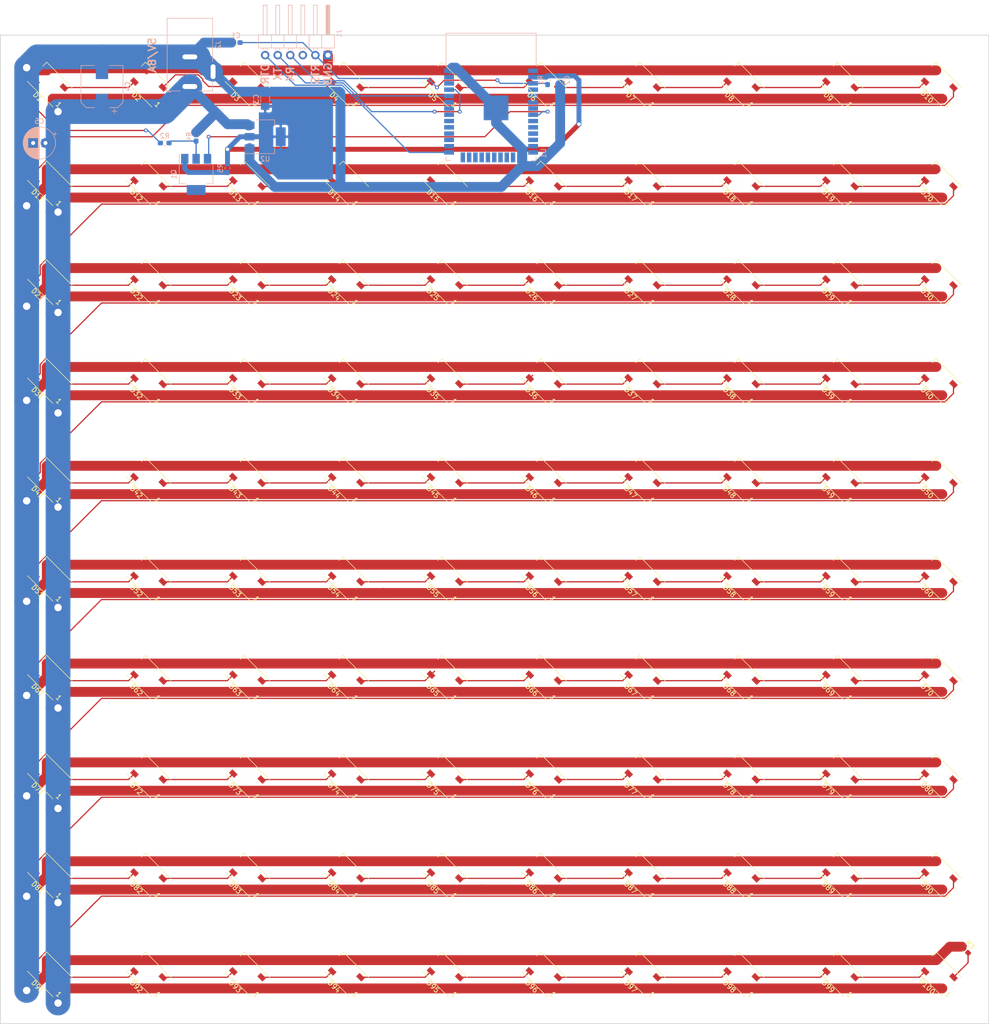
<source format=kicad_pcb>
(kicad_pcb (version 20171130) (host pcbnew 5.0.0)

  (general
    (thickness 1.6)
    (drawings 10)
    (tracks 481)
    (zones 0)
    (modules 115)
    (nets 143)
  )

  (page A3 portrait)
  (layers
    (0 F.Cu signal)
    (31 B.Cu signal)
    (32 B.Adhes user)
    (33 F.Adhes user)
    (34 B.Paste user)
    (35 F.Paste user)
    (36 B.SilkS user)
    (37 F.SilkS user)
    (38 B.Mask user)
    (39 F.Mask user)
    (40 Dwgs.User user)
    (41 Cmts.User user)
    (42 Eco1.User user)
    (43 Eco2.User user)
    (44 Edge.Cuts user)
    (45 Margin user)
    (46 B.CrtYd user)
    (47 F.CrtYd user)
    (48 B.Fab user)
    (49 F.Fab user)
  )

  (setup
    (last_trace_width 0.25)
    (trace_clearance 0.2)
    (zone_clearance 0.508)
    (zone_45_only no)
    (trace_min 0.2)
    (segment_width 0.2)
    (edge_width 0.15)
    (via_size 0.8)
    (via_drill 0.4)
    (via_min_size 0.4)
    (via_min_drill 0.3)
    (uvia_size 0.3)
    (uvia_drill 0.1)
    (uvias_allowed no)
    (uvia_min_size 0.2)
    (uvia_min_drill 0.1)
    (pcb_text_width 0.3)
    (pcb_text_size 1.5 1.5)
    (mod_edge_width 0.15)
    (mod_text_size 1 1)
    (mod_text_width 0.15)
    (pad_size 2 3.8)
    (pad_drill 0)
    (pad_to_mask_clearance 0.2)
    (aux_axis_origin 0 0)
    (visible_elements FFFFFF7F)
    (pcbplotparams
      (layerselection 0x010fc_ffffffff)
      (usegerberextensions false)
      (usegerberattributes false)
      (usegerberadvancedattributes false)
      (creategerberjobfile false)
      (excludeedgelayer true)
      (linewidth 0.100000)
      (plotframeref false)
      (viasonmask false)
      (mode 1)
      (useauxorigin false)
      (hpglpennumber 1)
      (hpglpenspeed 20)
      (hpglpendiameter 15.000000)
      (psnegative false)
      (psa4output false)
      (plotreference true)
      (plotvalue true)
      (plotinvisibletext false)
      (padsonsilk false)
      (subtractmaskfromsilk false)
      (outputformat 1)
      (mirror false)
      (drillshape 0)
      (scaleselection 1)
      (outputdirectory "./out.gerber"))
  )

  (net 0 "")
  (net 1 GND)
  (net 2 "Net-(D1-Pad2)")
  (net 3 +5V)
  (net 4 "Net-(D2-Pad2)")
  (net 5 "Net-(D3-Pad2)")
  (net 6 "Net-(D4-Pad2)")
  (net 7 "Net-(D5-Pad2)")
  (net 8 "Net-(D6-Pad2)")
  (net 9 "Net-(D7-Pad2)")
  (net 10 "Net-(D8-Pad2)")
  (net 11 "Net-(D10-Pad4)")
  (net 12 /sheet5B625F71/DIN)
  (net 13 "Net-(D13-Pad2)")
  (net 14 "Net-(D14-Pad2)")
  (net 15 "Net-(D11-Pad2)")
  (net 16 "Net-(D12-Pad2)")
  (net 17 "Net-(D26-Pad2)")
  (net 18 "Net-(D25-Pad2)")
  (net 19 "Net-(D37-Pad2)")
  (net 20 "Net-(D38-Pad2)")
  (net 21 "Net-(D15-Pad2)")
  (net 22 "Net-(D16-Pad2)")
  (net 23 "Net-(D17-Pad2)")
  (net 24 "Net-(D18-Pad2)")
  (net 25 "Net-(D19-Pad2)")
  (net 26 /sheet5B625F76/DIN)
  (net 27 "Net-(D21-Pad2)")
  (net 28 "Net-(D22-Pad2)")
  (net 29 "Net-(D23-Pad2)")
  (net 30 "Net-(D24-Pad2)")
  (net 31 "Net-(D39-Pad2)")
  (net 32 "Net-(D27-Pad2)")
  (net 33 "Net-(D28-Pad2)")
  (net 34 "Net-(D29-Pad2)")
  (net 35 /sheet5B625F7B/DIN)
  (net 36 "Net-(D31-Pad2)")
  (net 37 "Net-(D32-Pad2)")
  (net 38 "Net-(D33-Pad2)")
  (net 39 "Net-(D34-Pad2)")
  (net 40 "Net-(D35-Pad2)")
  (net 41 "Net-(D36-Pad2)")
  (net 42 /sheet5B625F80/DIN)
  (net 43 "Net-(D41-Pad2)")
  (net 44 "Net-(D42-Pad2)")
  (net 45 "Net-(D43-Pad2)")
  (net 46 "Net-(D44-Pad2)")
  (net 47 "Net-(D45-Pad2)")
  (net 48 "Net-(D46-Pad2)")
  (net 49 "Net-(D47-Pad2)")
  (net 50 "Net-(D48-Pad2)")
  (net 51 "Net-(D49-Pad2)")
  (net 52 /sheet5B625F85/DIN)
  (net 53 "Net-(D63-Pad2)")
  (net 54 "Net-(D64-Pad2)")
  (net 55 "Net-(D52-Pad2)")
  (net 56 "Net-(D51-Pad2)")
  (net 57 "Net-(D53-Pad2)")
  (net 58 "Net-(D54-Pad2)")
  (net 59 "Net-(D55-Pad2)")
  (net 60 "Net-(D56-Pad2)")
  (net 61 "Net-(D57-Pad2)")
  (net 62 "Net-(D58-Pad2)")
  (net 63 "Net-(D59-Pad2)")
  (net 64 /sheet5B625F8A/DIN)
  (net 65 "Net-(D61-Pad2)")
  (net 66 "Net-(D62-Pad2)")
  (net 67 "Net-(D75-Pad2)")
  (net 68 "Net-(D76-Pad2)")
  (net 69 "Net-(D88-Pad2)")
  (net 70 "Net-(D87-Pad2)")
  (net 71 "Net-(D65-Pad2)")
  (net 72 "Net-(D66-Pad2)")
  (net 73 "Net-(D67-Pad2)")
  (net 74 "Net-(D68-Pad2)")
  (net 75 "Net-(D69-Pad2)")
  (net 76 /sheet5B625F8F/DIN)
  (net 77 "Net-(D71-Pad2)")
  (net 78 "Net-(D72-Pad2)")
  (net 79 "Net-(D73-Pad2)")
  (net 80 "Net-(D74-Pad2)")
  (net 81 "Net-(D89-Pad2)")
  (net 82 "Net-(D77-Pad2)")
  (net 83 "Net-(D78-Pad2)")
  (net 84 "Net-(D79-Pad2)")
  (net 85 /sheet5B625F94/DIN)
  (net 86 "Net-(D81-Pad2)")
  (net 87 "Net-(D82-Pad2)")
  (net 88 "Net-(D83-Pad2)")
  (net 89 "Net-(D84-Pad2)")
  (net 90 "Net-(D85-Pad2)")
  (net 91 "Net-(D86-Pad2)")
  (net 92 /sheet5B625F99/DIN)
  (net 93 "Net-(D91-Pad2)")
  (net 94 "Net-(D92-Pad2)")
  (net 95 "Net-(D93-Pad2)")
  (net 96 "Net-(D94-Pad2)")
  (net 97 "Net-(D95-Pad2)")
  (net 98 "Net-(D96-Pad2)")
  (net 99 "Net-(D97-Pad2)")
  (net 100 "Net-(D98-Pad2)")
  (net 101 "Net-(D100-Pad4)")
  (net 102 /sheet5B625F99/DOUT)
  (net 103 +3V3)
  (net 104 /RTS)
  (net 105 /DATA)
  (net 106 "Net-(U1-Pad1)")
  (net 107 "Net-(U1-Pad4)")
  (net 108 "Net-(U1-Pad5)")
  (net 109 "Net-(U1-Pad6)")
  (net 110 "Net-(U1-Pad7)")
  (net 111 "Net-(U1-Pad9)")
  (net 112 "Net-(U1-Pad10)")
  (net 113 "Net-(U1-Pad11)")
  (net 114 "Net-(U1-Pad12)")
  (net 115 "Net-(U1-Pad13)")
  (net 116 "Net-(U1-Pad14)")
  (net 117 "Net-(U1-Pad16)")
  (net 118 "Net-(U1-Pad17)")
  (net 119 "Net-(U1-Pad18)")
  (net 120 "Net-(U1-Pad19)")
  (net 121 "Net-(U1-Pad20)")
  (net 122 "Net-(U1-Pad21)")
  (net 123 "Net-(U1-Pad22)")
  (net 124 "Net-(U1-Pad23)")
  (net 125 "Net-(U1-Pad24)")
  (net 126 /DTR)
  (net 127 "Net-(U1-Pad26)")
  (net 128 "Net-(U1-Pad27)")
  (net 129 "Net-(U1-Pad28)")
  (net 130 "Net-(U1-Pad29)")
  (net 131 "Net-(U1-Pad30)")
  (net 132 "Net-(U1-Pad31)")
  (net 133 "Net-(U1-Pad32)")
  (net 134 "Net-(U1-Pad33)")
  (net 135 /RX)
  (net 136 /TX)
  (net 137 "Net-(U1-Pad36)")
  (net 138 "Net-(U1-Pad37)")
  (net 139 "Net-(J1-Pad3)")
  (net 140 "Net-(Q1-Pad2)")
  (net 141 "Net-(Q1-Pad3)")
  (net 142 "Net-(Q1-Pad1)")

  (net_class Default "This is the default net class."
    (clearance 0.2)
    (trace_width 0.25)
    (via_dia 0.8)
    (via_drill 0.4)
    (uvia_dia 0.3)
    (uvia_drill 0.1)
    (add_net /DATA)
    (add_net /DTR)
    (add_net /RTS)
    (add_net /RX)
    (add_net /TX)
    (add_net /sheet5B625F71/DIN)
    (add_net /sheet5B625F76/DIN)
    (add_net /sheet5B625F7B/DIN)
    (add_net /sheet5B625F80/DIN)
    (add_net /sheet5B625F85/DIN)
    (add_net /sheet5B625F8A/DIN)
    (add_net /sheet5B625F8F/DIN)
    (add_net /sheet5B625F94/DIN)
    (add_net /sheet5B625F99/DIN)
    (add_net /sheet5B625F99/DOUT)
    (add_net "Net-(D1-Pad2)")
    (add_net "Net-(D10-Pad4)")
    (add_net "Net-(D100-Pad4)")
    (add_net "Net-(D11-Pad2)")
    (add_net "Net-(D12-Pad2)")
    (add_net "Net-(D13-Pad2)")
    (add_net "Net-(D14-Pad2)")
    (add_net "Net-(D15-Pad2)")
    (add_net "Net-(D16-Pad2)")
    (add_net "Net-(D17-Pad2)")
    (add_net "Net-(D18-Pad2)")
    (add_net "Net-(D19-Pad2)")
    (add_net "Net-(D2-Pad2)")
    (add_net "Net-(D21-Pad2)")
    (add_net "Net-(D22-Pad2)")
    (add_net "Net-(D23-Pad2)")
    (add_net "Net-(D24-Pad2)")
    (add_net "Net-(D25-Pad2)")
    (add_net "Net-(D26-Pad2)")
    (add_net "Net-(D27-Pad2)")
    (add_net "Net-(D28-Pad2)")
    (add_net "Net-(D29-Pad2)")
    (add_net "Net-(D3-Pad2)")
    (add_net "Net-(D31-Pad2)")
    (add_net "Net-(D32-Pad2)")
    (add_net "Net-(D33-Pad2)")
    (add_net "Net-(D34-Pad2)")
    (add_net "Net-(D35-Pad2)")
    (add_net "Net-(D36-Pad2)")
    (add_net "Net-(D37-Pad2)")
    (add_net "Net-(D38-Pad2)")
    (add_net "Net-(D39-Pad2)")
    (add_net "Net-(D4-Pad2)")
    (add_net "Net-(D41-Pad2)")
    (add_net "Net-(D42-Pad2)")
    (add_net "Net-(D43-Pad2)")
    (add_net "Net-(D44-Pad2)")
    (add_net "Net-(D45-Pad2)")
    (add_net "Net-(D46-Pad2)")
    (add_net "Net-(D47-Pad2)")
    (add_net "Net-(D48-Pad2)")
    (add_net "Net-(D49-Pad2)")
    (add_net "Net-(D5-Pad2)")
    (add_net "Net-(D51-Pad2)")
    (add_net "Net-(D52-Pad2)")
    (add_net "Net-(D53-Pad2)")
    (add_net "Net-(D54-Pad2)")
    (add_net "Net-(D55-Pad2)")
    (add_net "Net-(D56-Pad2)")
    (add_net "Net-(D57-Pad2)")
    (add_net "Net-(D58-Pad2)")
    (add_net "Net-(D59-Pad2)")
    (add_net "Net-(D6-Pad2)")
    (add_net "Net-(D61-Pad2)")
    (add_net "Net-(D62-Pad2)")
    (add_net "Net-(D63-Pad2)")
    (add_net "Net-(D64-Pad2)")
    (add_net "Net-(D65-Pad2)")
    (add_net "Net-(D66-Pad2)")
    (add_net "Net-(D67-Pad2)")
    (add_net "Net-(D68-Pad2)")
    (add_net "Net-(D69-Pad2)")
    (add_net "Net-(D7-Pad2)")
    (add_net "Net-(D71-Pad2)")
    (add_net "Net-(D72-Pad2)")
    (add_net "Net-(D73-Pad2)")
    (add_net "Net-(D74-Pad2)")
    (add_net "Net-(D75-Pad2)")
    (add_net "Net-(D76-Pad2)")
    (add_net "Net-(D77-Pad2)")
    (add_net "Net-(D78-Pad2)")
    (add_net "Net-(D79-Pad2)")
    (add_net "Net-(D8-Pad2)")
    (add_net "Net-(D81-Pad2)")
    (add_net "Net-(D82-Pad2)")
    (add_net "Net-(D83-Pad2)")
    (add_net "Net-(D84-Pad2)")
    (add_net "Net-(D85-Pad2)")
    (add_net "Net-(D86-Pad2)")
    (add_net "Net-(D87-Pad2)")
    (add_net "Net-(D88-Pad2)")
    (add_net "Net-(D89-Pad2)")
    (add_net "Net-(D91-Pad2)")
    (add_net "Net-(D92-Pad2)")
    (add_net "Net-(D93-Pad2)")
    (add_net "Net-(D94-Pad2)")
    (add_net "Net-(D95-Pad2)")
    (add_net "Net-(D96-Pad2)")
    (add_net "Net-(D97-Pad2)")
    (add_net "Net-(D98-Pad2)")
    (add_net "Net-(J1-Pad3)")
    (add_net "Net-(Q1-Pad1)")
    (add_net "Net-(Q1-Pad2)")
    (add_net "Net-(Q1-Pad3)")
    (add_net "Net-(U1-Pad1)")
    (add_net "Net-(U1-Pad10)")
    (add_net "Net-(U1-Pad11)")
    (add_net "Net-(U1-Pad12)")
    (add_net "Net-(U1-Pad13)")
    (add_net "Net-(U1-Pad14)")
    (add_net "Net-(U1-Pad16)")
    (add_net "Net-(U1-Pad17)")
    (add_net "Net-(U1-Pad18)")
    (add_net "Net-(U1-Pad19)")
    (add_net "Net-(U1-Pad20)")
    (add_net "Net-(U1-Pad21)")
    (add_net "Net-(U1-Pad22)")
    (add_net "Net-(U1-Pad23)")
    (add_net "Net-(U1-Pad24)")
    (add_net "Net-(U1-Pad26)")
    (add_net "Net-(U1-Pad27)")
    (add_net "Net-(U1-Pad28)")
    (add_net "Net-(U1-Pad29)")
    (add_net "Net-(U1-Pad30)")
    (add_net "Net-(U1-Pad31)")
    (add_net "Net-(U1-Pad32)")
    (add_net "Net-(U1-Pad33)")
    (add_net "Net-(U1-Pad36)")
    (add_net "Net-(U1-Pad37)")
    (add_net "Net-(U1-Pad4)")
    (add_net "Net-(U1-Pad5)")
    (add_net "Net-(U1-Pad6)")
    (add_net "Net-(U1-Pad7)")
    (add_net "Net-(U1-Pad9)")
  )

  (net_class Power ""
    (clearance 0.2)
    (trace_width 2)
    (via_dia 2)
    (via_drill 1.5)
    (uvia_dia 0.3)
    (uvia_drill 0.1)
    (add_net +5V)
    (add_net GND)
  )

  (net_class smallPower ""
    (clearance 0.2)
    (trace_width 1)
    (via_dia 1)
    (via_drill 0.7)
    (uvia_dia 0.3)
    (uvia_drill 0.1)
    (add_net +3V3)
  )

  (module Resistor_SMD:R_0603_1608Metric_Pad1.05x0.95mm_HandSolder (layer B.Cu) (tedit 5B301BBD) (tstamp 5C10E05B)
    (at 60.96 41.91 270)
    (descr "Resistor SMD 0603 (1608 Metric), square (rectangular) end terminal, IPC_7351 nominal with elongated pad for handsoldering. (Body size source: http://www.tortai-tech.com/upload/download/2011102023233369053.pdf), generated with kicad-footprint-generator")
    (tags "resistor handsolder")
    (path /5C124915)
    (attr smd)
    (fp_text reference R5 (at 0 1.43 270) (layer B.SilkS)
      (effects (font (size 1 1) (thickness 0.15)) (justify mirror))
    )
    (fp_text value 2.2k (at 0 -1.43 270) (layer B.Fab)
      (effects (font (size 1 1) (thickness 0.15)) (justify mirror))
    )
    (fp_text user %R (at 0 0 270) (layer B.Fab)
      (effects (font (size 0.4 0.4) (thickness 0.06)) (justify mirror))
    )
    (fp_line (start 1.65 -0.73) (end -1.65 -0.73) (layer B.CrtYd) (width 0.05))
    (fp_line (start 1.65 0.73) (end 1.65 -0.73) (layer B.CrtYd) (width 0.05))
    (fp_line (start -1.65 0.73) (end 1.65 0.73) (layer B.CrtYd) (width 0.05))
    (fp_line (start -1.65 -0.73) (end -1.65 0.73) (layer B.CrtYd) (width 0.05))
    (fp_line (start -0.171267 -0.51) (end 0.171267 -0.51) (layer B.SilkS) (width 0.12))
    (fp_line (start -0.171267 0.51) (end 0.171267 0.51) (layer B.SilkS) (width 0.12))
    (fp_line (start 0.8 -0.4) (end -0.8 -0.4) (layer B.Fab) (width 0.1))
    (fp_line (start 0.8 0.4) (end 0.8 -0.4) (layer B.Fab) (width 0.1))
    (fp_line (start -0.8 0.4) (end 0.8 0.4) (layer B.Fab) (width 0.1))
    (fp_line (start -0.8 -0.4) (end -0.8 0.4) (layer B.Fab) (width 0.1))
    (pad 2 smd roundrect (at 0.875 0 270) (size 1.05 0.95) (layers B.Cu B.Paste B.Mask) (roundrect_rratio 0.25)
      (net 142 "Net-(Q1-Pad1)"))
    (pad 1 smd roundrect (at -0.875 0 270) (size 1.05 0.95) (layers B.Cu B.Paste B.Mask) (roundrect_rratio 0.25)
      (net 103 +3V3))
    (model ${KISYS3DMOD}/Resistor_SMD.3dshapes/R_0603_1608Metric.wrl
      (at (xyz 0 0 0))
      (scale (xyz 1 1 1))
      (rotate (xyz 0 0 0))
    )
  )

  (module Resistor_SMD:R_0603_1608Metric_Pad1.05x0.95mm_HandSolder (layer B.Cu) (tedit 5B301BBD) (tstamp 5C10FAB8)
    (at 54.61 35.56 270)
    (descr "Resistor SMD 0603 (1608 Metric), square (rectangular) end terminal, IPC_7351 nominal with elongated pad for handsoldering. (Body size source: http://www.tortai-tech.com/upload/download/2011102023233369053.pdf), generated with kicad-footprint-generator")
    (tags "resistor handsolder")
    (path /5C115239)
    (attr smd)
    (fp_text reference R4 (at 0 1.43 270) (layer B.SilkS)
      (effects (font (size 1 1) (thickness 0.15)) (justify mirror))
    )
    (fp_text value 6.8k (at 0 -1.43 270) (layer B.Fab)
      (effects (font (size 1 1) (thickness 0.15)) (justify mirror))
    )
    (fp_line (start -0.8 -0.4) (end -0.8 0.4) (layer B.Fab) (width 0.1))
    (fp_line (start -0.8 0.4) (end 0.8 0.4) (layer B.Fab) (width 0.1))
    (fp_line (start 0.8 0.4) (end 0.8 -0.4) (layer B.Fab) (width 0.1))
    (fp_line (start 0.8 -0.4) (end -0.8 -0.4) (layer B.Fab) (width 0.1))
    (fp_line (start -0.171267 0.51) (end 0.171267 0.51) (layer B.SilkS) (width 0.12))
    (fp_line (start -0.171267 -0.51) (end 0.171267 -0.51) (layer B.SilkS) (width 0.12))
    (fp_line (start -1.65 -0.73) (end -1.65 0.73) (layer B.CrtYd) (width 0.05))
    (fp_line (start -1.65 0.73) (end 1.65 0.73) (layer B.CrtYd) (width 0.05))
    (fp_line (start 1.65 0.73) (end 1.65 -0.73) (layer B.CrtYd) (width 0.05))
    (fp_line (start 1.65 -0.73) (end -1.65 -0.73) (layer B.CrtYd) (width 0.05))
    (fp_text user %R (at 0 0 270) (layer B.Fab)
      (effects (font (size 0.4 0.4) (thickness 0.06)) (justify mirror))
    )
    (pad 1 smd roundrect (at -0.875 0 270) (size 1.05 0.95) (layers B.Cu B.Paste B.Mask) (roundrect_rratio 0.25)
      (net 3 +5V))
    (pad 2 smd roundrect (at 0.875 0 270) (size 1.05 0.95) (layers B.Cu B.Paste B.Mask) (roundrect_rratio 0.25)
      (net 140 "Net-(Q1-Pad2)"))
    (model ${KISYS3DMOD}/Resistor_SMD.3dshapes/R_0603_1608Metric.wrl
      (at (xyz 0 0 0))
      (scale (xyz 1 1 1))
      (rotate (xyz 0 0 0))
    )
  )

  (module Package_TO_SOT_SMD:SOT-223 (layer B.Cu) (tedit 5C100AB2) (tstamp 5C1126E0)
    (at 54.61 43.18 270)
    (descr "module CMS SOT223 4 pins")
    (tags "CMS SOT")
    (path /5C10106F)
    (attr smd)
    (fp_text reference Q1 (at 0 4.5 270) (layer B.SilkS)
      (effects (font (size 1 1) (thickness 0.15)) (justify mirror))
    )
    (fp_text value PZT2222A (at 0 -4.5 270) (layer B.Fab)
      (effects (font (size 1 1) (thickness 0.15)) (justify mirror))
    )
    (fp_text user %R (at 0 0 180) (layer B.Fab)
      (effects (font (size 0.8 0.8) (thickness 0.12)) (justify mirror))
    )
    (fp_line (start -1.85 2.3) (end -0.8 3.35) (layer B.Fab) (width 0.1))
    (fp_line (start 1.91 -3.41) (end 1.91 -2.15) (layer B.SilkS) (width 0.12))
    (fp_line (start 1.91 3.41) (end 1.91 2.15) (layer B.SilkS) (width 0.12))
    (fp_line (start 4.4 3.6) (end -4.4 3.6) (layer B.CrtYd) (width 0.05))
    (fp_line (start 4.4 -3.6) (end 4.4 3.6) (layer B.CrtYd) (width 0.05))
    (fp_line (start -4.4 -3.6) (end 4.4 -3.6) (layer B.CrtYd) (width 0.05))
    (fp_line (start -4.4 3.6) (end -4.4 -3.6) (layer B.CrtYd) (width 0.05))
    (fp_line (start -1.85 2.3) (end -1.85 -3.35) (layer B.Fab) (width 0.1))
    (fp_line (start -1.85 -3.41) (end 1.91 -3.41) (layer B.SilkS) (width 0.12))
    (fp_line (start -0.8 3.35) (end 1.85 3.35) (layer B.Fab) (width 0.1))
    (fp_line (start -4.1 3.41) (end 1.91 3.41) (layer B.SilkS) (width 0.12))
    (fp_line (start -1.85 -3.35) (end 1.85 -3.35) (layer B.Fab) (width 0.1))
    (fp_line (start 1.85 3.35) (end 1.85 -3.35) (layer B.Fab) (width 0.1))
    (pad 4 smd rect (at 3.15 0 270) (size 2 3.8) (layers B.Cu B.Paste B.Mask))
    (pad 2 smd rect (at -3.15 0 270) (size 2 1.5) (layers B.Cu B.Paste B.Mask)
      (net 140 "Net-(Q1-Pad2)"))
    (pad 3 smd rect (at -3.15 -2.3 270) (size 2 1.5) (layers B.Cu B.Paste B.Mask)
      (net 141 "Net-(Q1-Pad3)"))
    (pad 1 smd rect (at -3.15 2.3 270) (size 2 1.5) (layers B.Cu B.Paste B.Mask)
      (net 142 "Net-(Q1-Pad1)"))
    (model ${KISYS3DMOD}/Package_TO_SOT_SMD.3dshapes/SOT-223.wrl
      (at (xyz 0 0 0))
      (scale (xyz 1 1 1))
      (rotate (xyz 0 0 0))
    )
  )

  (module Resistor_SMD:R_0603_1608Metric_Pad1.05x0.95mm_HandSolder (layer B.Cu) (tedit 5B301BBD) (tstamp 5C107045)
    (at 48.26 36.83 180)
    (descr "Resistor SMD 0603 (1608 Metric), square (rectangular) end terminal, IPC_7351 nominal with elongated pad for handsoldering. (Body size source: http://www.tortai-tech.com/upload/download/2011102023233369053.pdf), generated with kicad-footprint-generator")
    (tags "resistor handsolder")
    (path /5B6229BA)
    (attr smd)
    (fp_text reference R2 (at 0 1.43 180) (layer B.SilkS)
      (effects (font (size 1 1) (thickness 0.15)) (justify mirror))
    )
    (fp_text value 470 (at 0 -1.43 180) (layer B.Fab)
      (effects (font (size 1 1) (thickness 0.15)) (justify mirror))
    )
    (fp_line (start -0.8 -0.4) (end -0.8 0.4) (layer B.Fab) (width 0.1))
    (fp_line (start -0.8 0.4) (end 0.8 0.4) (layer B.Fab) (width 0.1))
    (fp_line (start 0.8 0.4) (end 0.8 -0.4) (layer B.Fab) (width 0.1))
    (fp_line (start 0.8 -0.4) (end -0.8 -0.4) (layer B.Fab) (width 0.1))
    (fp_line (start -0.171267 0.51) (end 0.171267 0.51) (layer B.SilkS) (width 0.12))
    (fp_line (start -0.171267 -0.51) (end 0.171267 -0.51) (layer B.SilkS) (width 0.12))
    (fp_line (start -1.65 -0.73) (end -1.65 0.73) (layer B.CrtYd) (width 0.05))
    (fp_line (start -1.65 0.73) (end 1.65 0.73) (layer B.CrtYd) (width 0.05))
    (fp_line (start 1.65 0.73) (end 1.65 -0.73) (layer B.CrtYd) (width 0.05))
    (fp_line (start 1.65 -0.73) (end -1.65 -0.73) (layer B.CrtYd) (width 0.05))
    (fp_text user %R (at 0 0 180) (layer B.Fab)
      (effects (font (size 0.4 0.4) (thickness 0.06)) (justify mirror))
    )
    (pad 1 smd roundrect (at -0.875 0 180) (size 1.05 0.95) (layers B.Cu B.Paste B.Mask) (roundrect_rratio 0.25)
      (net 140 "Net-(Q1-Pad2)"))
    (pad 2 smd roundrect (at 0.875 0 180) (size 1.05 0.95) (layers B.Cu B.Paste B.Mask) (roundrect_rratio 0.25)
      (net 105 /DATA))
    (model ${KISYS3DMOD}/Resistor_SMD.3dshapes/R_0603_1608Metric.wrl
      (at (xyz 0 0 0))
      (scale (xyz 1 1 1))
      (rotate (xyz 0 0 0))
    )
  )

  (module Resistor_SMD:R_0603_1608Metric_Pad1.05x0.95mm_HandSolder (layer F.Cu) (tedit 5B301BBD) (tstamp 5B733D58)
    (at 210.201282 200.041282 315)
    (descr "Resistor SMD 0603 (1608 Metric), square (rectangular) end terminal, IPC_7351 nominal with elongated pad for handsoldering. (Body size source: http://www.tortai-tech.com/upload/download/2011102023233369053.pdf), generated with kicad-footprint-generator")
    (tags "resistor handsolder")
    (path /5B66FEDD)
    (attr smd)
    (fp_text reference R3 (at 0 -1.43 315) (layer F.SilkS)
      (effects (font (size 1 1) (thickness 0.15)))
    )
    (fp_text value 1k (at 0 1.43 315) (layer F.Fab)
      (effects (font (size 1 1) (thickness 0.15)))
    )
    (fp_line (start -0.8 0.4) (end -0.8 -0.4) (layer F.Fab) (width 0.1))
    (fp_line (start -0.8 -0.4) (end 0.8 -0.4) (layer F.Fab) (width 0.1))
    (fp_line (start 0.8 -0.4) (end 0.8 0.4) (layer F.Fab) (width 0.1))
    (fp_line (start 0.8 0.4) (end -0.8 0.4) (layer F.Fab) (width 0.1))
    (fp_line (start -0.171267 -0.51) (end 0.171267 -0.51) (layer F.SilkS) (width 0.12))
    (fp_line (start -0.171267 0.51) (end 0.171267 0.51) (layer F.SilkS) (width 0.12))
    (fp_line (start -1.65 0.73) (end -1.65 -0.73) (layer F.CrtYd) (width 0.05))
    (fp_line (start -1.65 -0.73) (end 1.65 -0.73) (layer F.CrtYd) (width 0.05))
    (fp_line (start 1.65 -0.73) (end 1.65 0.73) (layer F.CrtYd) (width 0.05))
    (fp_line (start 1.65 0.73) (end -1.65 0.73) (layer F.CrtYd) (width 0.05))
    (fp_text user %R (at 0 0 315) (layer F.Fab)
      (effects (font (size 0.4 0.4) (thickness 0.06)))
    )
    (pad 1 smd roundrect (at -0.874999 0 315) (size 1.05 0.95) (layers F.Cu F.Paste F.Mask) (roundrect_rratio 0.25)
      (net 1 GND))
    (pad 2 smd roundrect (at 0.874999 0 315) (size 1.05 0.95) (layers F.Cu F.Paste F.Mask) (roundrect_rratio 0.25)
      (net 102 /sheet5B625F99/DOUT))
    (model ${KISYS3DMOD}/Resistor_SMD.3dshapes/R_0603_1608Metric.wrl
      (at (xyz 0 0 0))
      (scale (xyz 1 1 1))
      (rotate (xyz 0 0 0))
    )
  )

  (module Connector_BarrelJack:BarrelJack_Horizontal (layer B.Cu) (tedit 5A1DBF6A) (tstamp 5B7EA195)
    (at 53.34 25.4 270)
    (descr "DC Barrel Jack")
    (tags "Power Jack")
    (path /5B660D82)
    (fp_text reference J2 (at -8.45 -5.75 270) (layer B.SilkS)
      (effects (font (size 1 1) (thickness 0.15)) (justify mirror))
    )
    (fp_text value Barrel_Jack_Switch (at -6.2 5.5 270) (layer B.Fab)
      (effects (font (size 1 1) (thickness 0.15)) (justify mirror))
    )
    (fp_text user %R (at -3 2.95 270) (layer B.Fab)
      (effects (font (size 1 1) (thickness 0.15)) (justify mirror))
    )
    (fp_line (start -0.003213 4.505425) (end 0.8 3.75) (layer B.Fab) (width 0.1))
    (fp_line (start 1.1 3.75) (end 1.1 4.8) (layer B.SilkS) (width 0.12))
    (fp_line (start 0.05 4.8) (end 1.1 4.8) (layer B.SilkS) (width 0.12))
    (fp_line (start 1 4.5) (end 1 4.75) (layer B.CrtYd) (width 0.05))
    (fp_line (start 1 4.75) (end -14 4.75) (layer B.CrtYd) (width 0.05))
    (fp_line (start 1 4.5) (end 1 2) (layer B.CrtYd) (width 0.05))
    (fp_line (start 1 2) (end 2 2) (layer B.CrtYd) (width 0.05))
    (fp_line (start 2 2) (end 2 -2) (layer B.CrtYd) (width 0.05))
    (fp_line (start 2 -2) (end 1 -2) (layer B.CrtYd) (width 0.05))
    (fp_line (start 1 -2) (end 1 -4.75) (layer B.CrtYd) (width 0.05))
    (fp_line (start 1 -4.75) (end -1 -4.75) (layer B.CrtYd) (width 0.05))
    (fp_line (start -1 -4.75) (end -1 -6.75) (layer B.CrtYd) (width 0.05))
    (fp_line (start -1 -6.75) (end -5 -6.75) (layer B.CrtYd) (width 0.05))
    (fp_line (start -5 -6.75) (end -5 -4.75) (layer B.CrtYd) (width 0.05))
    (fp_line (start -5 -4.75) (end -14 -4.75) (layer B.CrtYd) (width 0.05))
    (fp_line (start -14 -4.75) (end -14 4.75) (layer B.CrtYd) (width 0.05))
    (fp_line (start -5 -4.6) (end -13.8 -4.6) (layer B.SilkS) (width 0.12))
    (fp_line (start -13.8 -4.6) (end -13.8 4.6) (layer B.SilkS) (width 0.12))
    (fp_line (start 0.9 -1.9) (end 0.9 -4.6) (layer B.SilkS) (width 0.12))
    (fp_line (start 0.9 -4.6) (end -1 -4.6) (layer B.SilkS) (width 0.12))
    (fp_line (start -13.8 4.6) (end 0.9 4.6) (layer B.SilkS) (width 0.12))
    (fp_line (start 0.9 4.6) (end 0.9 2) (layer B.SilkS) (width 0.12))
    (fp_line (start -10.2 4.5) (end -10.2 -4.5) (layer B.Fab) (width 0.1))
    (fp_line (start -13.7 4.5) (end -13.7 -4.5) (layer B.Fab) (width 0.1))
    (fp_line (start -13.7 -4.5) (end 0.8 -4.5) (layer B.Fab) (width 0.1))
    (fp_line (start 0.8 -4.5) (end 0.8 3.75) (layer B.Fab) (width 0.1))
    (fp_line (start 0 4.5) (end -13.7 4.5) (layer B.Fab) (width 0.1))
    (pad 1 thru_hole rect (at 0 0 270) (size 3.5 3.5) (drill oval 1 3) (layers *.Cu *.Mask)
      (net 3 +5V))
    (pad 2 thru_hole roundrect (at -6 0 270) (size 3 3.5) (drill oval 1 3) (layers *.Cu *.Mask) (roundrect_rratio 0.25)
      (net 1 GND))
    (pad 3 thru_hole roundrect (at -3 -4.7 270) (size 3.5 3.5) (drill oval 3 1) (layers *.Cu *.Mask) (roundrect_rratio 0.25)
      (net 1 GND))
    (model ${KISYS3DMOD}/Connector_BarrelJack.3dshapes/BarrelJack_Horizontal.wrl
      (at (xyz 0 0 0))
      (scale (xyz 1 1 1))
      (rotate (xyz 0 0 0))
    )
  )

  (module Package_TO_SOT_SMD:SOT-223-3_TabPin2 (layer B.Cu) (tedit 5A02FF57) (tstamp 5B7F2854)
    (at 68.58 35.56)
    (descr "module CMS SOT223 4 pins")
    (tags "CMS SOT")
    (path /5B652DB1)
    (attr smd)
    (fp_text reference U2 (at 0 4.5) (layer B.SilkS)
      (effects (font (size 1 1) (thickness 0.15)) (justify mirror))
    )
    (fp_text value AMS1117-3.3 (at 0 -4.5) (layer B.Fab)
      (effects (font (size 1 1) (thickness 0.15)) (justify mirror))
    )
    (fp_text user %R (at 0 0) (layer B.Fab)
      (effects (font (size 0.8 0.8) (thickness 0.12)) (justify mirror))
    )
    (fp_line (start 1.91 -3.41) (end 1.91 -2.15) (layer B.SilkS) (width 0.12))
    (fp_line (start 1.91 3.41) (end 1.91 2.15) (layer B.SilkS) (width 0.12))
    (fp_line (start 4.4 3.6) (end -4.4 3.6) (layer B.CrtYd) (width 0.05))
    (fp_line (start 4.4 -3.6) (end 4.4 3.6) (layer B.CrtYd) (width 0.05))
    (fp_line (start -4.4 -3.6) (end 4.4 -3.6) (layer B.CrtYd) (width 0.05))
    (fp_line (start -4.4 3.6) (end -4.4 -3.6) (layer B.CrtYd) (width 0.05))
    (fp_line (start -1.85 2.35) (end -0.85 3.35) (layer B.Fab) (width 0.1))
    (fp_line (start -1.85 2.35) (end -1.85 -3.35) (layer B.Fab) (width 0.1))
    (fp_line (start -1.85 -3.41) (end 1.91 -3.41) (layer B.SilkS) (width 0.12))
    (fp_line (start -0.85 3.35) (end 1.85 3.35) (layer B.Fab) (width 0.1))
    (fp_line (start -4.1 3.41) (end 1.91 3.41) (layer B.SilkS) (width 0.12))
    (fp_line (start -1.85 -3.35) (end 1.85 -3.35) (layer B.Fab) (width 0.1))
    (fp_line (start 1.85 3.35) (end 1.85 -3.35) (layer B.Fab) (width 0.1))
    (pad 2 smd rect (at 3.15 0) (size 2 3.8) (layers B.Cu B.Paste B.Mask)
      (net 103 +3V3))
    (pad 2 smd rect (at -3.15 0) (size 2 1.5) (layers B.Cu B.Paste B.Mask)
      (net 103 +3V3))
    (pad 3 smd rect (at -3.15 -2.3) (size 2 1.5) (layers B.Cu B.Paste B.Mask)
      (net 3 +5V))
    (pad 1 smd rect (at -3.15 2.3) (size 2 1.5) (layers B.Cu B.Paste B.Mask)
      (net 1 GND))
    (model ${KISYS3DMOD}/Package_TO_SOT_SMD.3dshapes/SOT-223.wrl
      (at (xyz 0 0 0))
      (scale (xyz 1 1 1))
      (rotate (xyz 0 0 0))
    )
  )

  (module Capacitor_SMD:CP_Elec_8x10 (layer B.Cu) (tedit 5A841F9D) (tstamp 5B7F2E5F)
    (at 35.56 25.4 90)
    (descr "SMT capacitor, aluminium electrolytic, 8x10, Nichicon ")
    (tags "Capacitor Electrolytic")
    (path /5B622644)
    (attr smd)
    (fp_text reference C4 (at 0 5.2 90) (layer B.SilkS)
      (effects (font (size 1 1) (thickness 0.15)) (justify mirror))
    )
    (fp_text value 1m (at 0 -5.2 90) (layer B.Fab)
      (effects (font (size 1 1) (thickness 0.15)) (justify mirror))
    )
    (fp_circle (center 0 0) (end 4 0) (layer B.Fab) (width 0.1))
    (fp_line (start 4.15 4.15) (end 4.15 -4.15) (layer B.Fab) (width 0.1))
    (fp_line (start -3.15 4.15) (end 4.15 4.15) (layer B.Fab) (width 0.1))
    (fp_line (start -3.15 -4.15) (end 4.15 -4.15) (layer B.Fab) (width 0.1))
    (fp_line (start -4.15 3.15) (end -4.15 -3.15) (layer B.Fab) (width 0.1))
    (fp_line (start -4.15 3.15) (end -3.15 4.15) (layer B.Fab) (width 0.1))
    (fp_line (start -4.15 -3.15) (end -3.15 -4.15) (layer B.Fab) (width 0.1))
    (fp_line (start -3.562278 1.5) (end -2.762278 1.5) (layer B.Fab) (width 0.1))
    (fp_line (start -3.162278 1.9) (end -3.162278 1.1) (layer B.Fab) (width 0.1))
    (fp_line (start 4.26 -4.26) (end 4.26 -1.51) (layer B.SilkS) (width 0.12))
    (fp_line (start 4.26 4.26) (end 4.26 1.51) (layer B.SilkS) (width 0.12))
    (fp_line (start -3.195563 4.26) (end 4.26 4.26) (layer B.SilkS) (width 0.12))
    (fp_line (start -3.195563 -4.26) (end 4.26 -4.26) (layer B.SilkS) (width 0.12))
    (fp_line (start -4.26 -3.195563) (end -4.26 -1.51) (layer B.SilkS) (width 0.12))
    (fp_line (start -4.26 3.195563) (end -4.26 1.51) (layer B.SilkS) (width 0.12))
    (fp_line (start -4.26 3.195563) (end -3.195563 4.26) (layer B.SilkS) (width 0.12))
    (fp_line (start -4.26 -3.195563) (end -3.195563 -4.26) (layer B.SilkS) (width 0.12))
    (fp_line (start -5.5 2.51) (end -4.5 2.51) (layer B.SilkS) (width 0.12))
    (fp_line (start -5 3.01) (end -5 2.01) (layer B.SilkS) (width 0.12))
    (fp_line (start 4.4 4.4) (end 4.4 1.5) (layer B.CrtYd) (width 0.05))
    (fp_line (start 4.4 1.5) (end 5.25 1.5) (layer B.CrtYd) (width 0.05))
    (fp_line (start 5.25 1.5) (end 5.25 -1.5) (layer B.CrtYd) (width 0.05))
    (fp_line (start 5.25 -1.5) (end 4.4 -1.5) (layer B.CrtYd) (width 0.05))
    (fp_line (start 4.4 -1.5) (end 4.4 -4.4) (layer B.CrtYd) (width 0.05))
    (fp_line (start -3.25 -4.4) (end 4.4 -4.4) (layer B.CrtYd) (width 0.05))
    (fp_line (start -3.25 4.4) (end 4.4 4.4) (layer B.CrtYd) (width 0.05))
    (fp_line (start -4.4 -3.25) (end -3.25 -4.4) (layer B.CrtYd) (width 0.05))
    (fp_line (start -4.4 3.25) (end -3.25 4.4) (layer B.CrtYd) (width 0.05))
    (fp_line (start -4.4 3.25) (end -4.4 1.5) (layer B.CrtYd) (width 0.05))
    (fp_line (start -4.4 -1.5) (end -4.4 -3.25) (layer B.CrtYd) (width 0.05))
    (fp_line (start -4.4 1.5) (end -5.25 1.5) (layer B.CrtYd) (width 0.05))
    (fp_line (start -5.25 1.5) (end -5.25 -1.5) (layer B.CrtYd) (width 0.05))
    (fp_line (start -5.25 -1.5) (end -4.4 -1.5) (layer B.CrtYd) (width 0.05))
    (fp_text user %R (at 0 0 90) (layer B.Fab)
      (effects (font (size 1 1) (thickness 0.15)) (justify mirror))
    )
    (pad 1 smd rect (at -3.25 0 90) (size 3.5 2.5) (layers B.Cu B.Paste B.Mask)
      (net 3 +5V))
    (pad 2 smd rect (at 3.25 0 90) (size 3.5 2.5) (layers B.Cu B.Paste B.Mask)
      (net 1 GND))
    (model ${KISYS3DMOD}/Capacitor_SMD.3dshapes/CP_Elec_8x10.wrl
      (at (xyz 0 0 0))
      (scale (xyz 1 1 1))
      (rotate (xyz 0 0 0))
    )
  )

  (module Capacitor_SMD:C_0603_1608Metric_Pad1.05x0.95mm_HandSolder (layer B.Cu) (tedit 5B301BBE) (tstamp 5B7E431F)
    (at 128.27 24.13 90)
    (descr "Capacitor SMD 0603 (1608 Metric), square (rectangular) end terminal, IPC_7351 nominal with elongated pad for handsoldering. (Body size source: http://www.tortai-tech.com/upload/download/2011102023233369053.pdf), generated with kicad-footprint-generator")
    (tags "capacitor handsolder")
    (path /5B627C19)
    (attr smd)
    (fp_text reference C2 (at 0 1.43 90) (layer B.SilkS)
      (effects (font (size 1 1) (thickness 0.15)) (justify mirror))
    )
    (fp_text value 100n (at 0 -1.43 90) (layer B.Fab)
      (effects (font (size 1 1) (thickness 0.15)) (justify mirror))
    )
    (fp_text user %R (at 0 0 90) (layer B.Fab)
      (effects (font (size 0.4 0.4) (thickness 0.06)) (justify mirror))
    )
    (fp_line (start 1.65 -0.73) (end -1.65 -0.73) (layer B.CrtYd) (width 0.05))
    (fp_line (start 1.65 0.73) (end 1.65 -0.73) (layer B.CrtYd) (width 0.05))
    (fp_line (start -1.65 0.73) (end 1.65 0.73) (layer B.CrtYd) (width 0.05))
    (fp_line (start -1.65 -0.73) (end -1.65 0.73) (layer B.CrtYd) (width 0.05))
    (fp_line (start -0.171267 -0.51) (end 0.171267 -0.51) (layer B.SilkS) (width 0.12))
    (fp_line (start -0.171267 0.51) (end 0.171267 0.51) (layer B.SilkS) (width 0.12))
    (fp_line (start 0.8 -0.4) (end -0.8 -0.4) (layer B.Fab) (width 0.1))
    (fp_line (start 0.8 0.4) (end 0.8 -0.4) (layer B.Fab) (width 0.1))
    (fp_line (start -0.8 0.4) (end 0.8 0.4) (layer B.Fab) (width 0.1))
    (fp_line (start -0.8 -0.4) (end -0.8 0.4) (layer B.Fab) (width 0.1))
    (pad 2 smd roundrect (at 0.875 0 90) (size 1.05 0.95) (layers B.Cu B.Paste B.Mask) (roundrect_rratio 0.25)
      (net 103 +3V3))
    (pad 1 smd roundrect (at -0.875 0 90) (size 1.05 0.95) (layers B.Cu B.Paste B.Mask) (roundrect_rratio 0.25)
      (net 1 GND))
    (model ${KISYS3DMOD}/Capacitor_SMD.3dshapes/C_0603_1608Metric.wrl
      (at (xyz 0 0 0))
      (scale (xyz 1 1 1))
      (rotate (xyz 0 0 0))
    )
  )

  (module Capacitor_SMD:C_0603_1608Metric_Pad1.05x0.95mm_HandSolder (layer B.Cu) (tedit 5B301BBE) (tstamp 5B7F3730)
    (at 62.625 16.51 180)
    (descr "Capacitor SMD 0603 (1608 Metric), square (rectangular) end terminal, IPC_7351 nominal with elongated pad for handsoldering. (Body size source: http://www.tortai-tech.com/upload/download/2011102023233369053.pdf), generated with kicad-footprint-generator")
    (tags "capacitor handsolder")
    (path /5B623621)
    (attr smd)
    (fp_text reference C1 (at 0 1.43 180) (layer B.SilkS)
      (effects (font (size 1 1) (thickness 0.15)) (justify mirror))
    )
    (fp_text value 100n (at 0 -1.43 180) (layer B.Fab)
      (effects (font (size 1 1) (thickness 0.15)) (justify mirror))
    )
    (fp_line (start -0.8 -0.4) (end -0.8 0.4) (layer B.Fab) (width 0.1))
    (fp_line (start -0.8 0.4) (end 0.8 0.4) (layer B.Fab) (width 0.1))
    (fp_line (start 0.8 0.4) (end 0.8 -0.4) (layer B.Fab) (width 0.1))
    (fp_line (start 0.8 -0.4) (end -0.8 -0.4) (layer B.Fab) (width 0.1))
    (fp_line (start -0.171267 0.51) (end 0.171267 0.51) (layer B.SilkS) (width 0.12))
    (fp_line (start -0.171267 -0.51) (end 0.171267 -0.51) (layer B.SilkS) (width 0.12))
    (fp_line (start -1.65 -0.73) (end -1.65 0.73) (layer B.CrtYd) (width 0.05))
    (fp_line (start -1.65 0.73) (end 1.65 0.73) (layer B.CrtYd) (width 0.05))
    (fp_line (start 1.65 0.73) (end 1.65 -0.73) (layer B.CrtYd) (width 0.05))
    (fp_line (start 1.65 -0.73) (end -1.65 -0.73) (layer B.CrtYd) (width 0.05))
    (fp_text user %R (at 0 0 180) (layer B.Fab)
      (effects (font (size 0.4 0.4) (thickness 0.06)) (justify mirror))
    )
    (pad 1 smd roundrect (at -0.875 0 180) (size 1.05 0.95) (layers B.Cu B.Paste B.Mask) (roundrect_rratio 0.25)
      (net 104 /RTS))
    (pad 2 smd roundrect (at 0.875 0 180) (size 1.05 0.95) (layers B.Cu B.Paste B.Mask) (roundrect_rratio 0.25)
      (net 1 GND))
    (model ${KISYS3DMOD}/Capacitor_SMD.3dshapes/C_0603_1608Metric.wrl
      (at (xyz 0 0 0))
      (scale (xyz 1 1 1))
      (rotate (xyz 0 0 0))
    )
  )

  (module Capacitor_SMD:C_1206_3216Metric_Pad1.42x1.75mm_HandSolder (layer B.Cu) (tedit 5B301BBE) (tstamp 5B7F3781)
    (at 68.58 27.94 270)
    (descr "Capacitor SMD 1206 (3216 Metric), square (rectangular) end terminal, IPC_7351 nominal with elongated pad for handsoldering. (Body size source: http://www.tortai-tech.com/upload/download/2011102023233369053.pdf), generated with kicad-footprint-generator")
    (tags "capacitor handsolder")
    (path /5B627C53)
    (attr smd)
    (fp_text reference C3 (at 0 1.82 270) (layer B.SilkS)
      (effects (font (size 1 1) (thickness 0.15)) (justify mirror))
    )
    (fp_text value 10u (at 0 -1.82 270) (layer B.Fab)
      (effects (font (size 1 1) (thickness 0.15)) (justify mirror))
    )
    (fp_line (start -1.6 -0.8) (end -1.6 0.8) (layer B.Fab) (width 0.1))
    (fp_line (start -1.6 0.8) (end 1.6 0.8) (layer B.Fab) (width 0.1))
    (fp_line (start 1.6 0.8) (end 1.6 -0.8) (layer B.Fab) (width 0.1))
    (fp_line (start 1.6 -0.8) (end -1.6 -0.8) (layer B.Fab) (width 0.1))
    (fp_line (start -0.602064 0.91) (end 0.602064 0.91) (layer B.SilkS) (width 0.12))
    (fp_line (start -0.602064 -0.91) (end 0.602064 -0.91) (layer B.SilkS) (width 0.12))
    (fp_line (start -2.45 -1.12) (end -2.45 1.12) (layer B.CrtYd) (width 0.05))
    (fp_line (start -2.45 1.12) (end 2.45 1.12) (layer B.CrtYd) (width 0.05))
    (fp_line (start 2.45 1.12) (end 2.45 -1.12) (layer B.CrtYd) (width 0.05))
    (fp_line (start 2.45 -1.12) (end -2.45 -1.12) (layer B.CrtYd) (width 0.05))
    (fp_text user %R (at 0 0 270) (layer B.Fab)
      (effects (font (size 0.8 0.8) (thickness 0.12)) (justify mirror))
    )
    (pad 1 smd roundrect (at -1.4875 0 270) (size 1.425 1.75) (layers B.Cu B.Paste B.Mask) (roundrect_rratio 0.175439)
      (net 1 GND))
    (pad 2 smd roundrect (at 1.4875 0 270) (size 1.425 1.75) (layers B.Cu B.Paste B.Mask) (roundrect_rratio 0.175439)
      (net 103 +3V3))
    (model ${KISYS3DMOD}/Capacitor_SMD.3dshapes/C_1206_3216Metric.wrl
      (at (xyz 0 0 0))
      (scale (xyz 1 1 1))
      (rotate (xyz 0 0 0))
    )
  )

  (module Capacitor_THT:CP_Radial_D6.3mm_P2.50mm (layer B.Cu) (tedit 5AE50EF0) (tstamp 5B7E42EC)
    (at 24.13 36.83 180)
    (descr "CP, Radial series, Radial, pin pitch=2.50mm, , diameter=6.3mm, Electrolytic Capacitor")
    (tags "CP Radial series Radial pin pitch 2.50mm  diameter 6.3mm Electrolytic Capacitor")
    (path /5B646B67)
    (fp_text reference C5 (at 1.25 4.4 180) (layer B.SilkS)
      (effects (font (size 1 1) (thickness 0.15)) (justify mirror))
    )
    (fp_text value 1m (at 1.25 -4.4 180) (layer B.Fab)
      (effects (font (size 1 1) (thickness 0.15)) (justify mirror))
    )
    (fp_circle (center 1.25 0) (end 4.4 0) (layer B.Fab) (width 0.1))
    (fp_circle (center 1.25 0) (end 4.52 0) (layer B.SilkS) (width 0.12))
    (fp_circle (center 1.25 0) (end 4.65 0) (layer B.CrtYd) (width 0.05))
    (fp_line (start -1.443972 1.3735) (end -0.813972 1.3735) (layer B.Fab) (width 0.1))
    (fp_line (start -1.128972 1.6885) (end -1.128972 1.0585) (layer B.Fab) (width 0.1))
    (fp_line (start 1.25 3.23) (end 1.25 -3.23) (layer B.SilkS) (width 0.12))
    (fp_line (start 1.29 3.23) (end 1.29 -3.23) (layer B.SilkS) (width 0.12))
    (fp_line (start 1.33 3.23) (end 1.33 -3.23) (layer B.SilkS) (width 0.12))
    (fp_line (start 1.37 3.228) (end 1.37 -3.228) (layer B.SilkS) (width 0.12))
    (fp_line (start 1.41 3.227) (end 1.41 -3.227) (layer B.SilkS) (width 0.12))
    (fp_line (start 1.45 3.224) (end 1.45 -3.224) (layer B.SilkS) (width 0.12))
    (fp_line (start 1.49 3.222) (end 1.49 1.04) (layer B.SilkS) (width 0.12))
    (fp_line (start 1.49 -1.04) (end 1.49 -3.222) (layer B.SilkS) (width 0.12))
    (fp_line (start 1.53 3.218) (end 1.53 1.04) (layer B.SilkS) (width 0.12))
    (fp_line (start 1.53 -1.04) (end 1.53 -3.218) (layer B.SilkS) (width 0.12))
    (fp_line (start 1.57 3.215) (end 1.57 1.04) (layer B.SilkS) (width 0.12))
    (fp_line (start 1.57 -1.04) (end 1.57 -3.215) (layer B.SilkS) (width 0.12))
    (fp_line (start 1.61 3.211) (end 1.61 1.04) (layer B.SilkS) (width 0.12))
    (fp_line (start 1.61 -1.04) (end 1.61 -3.211) (layer B.SilkS) (width 0.12))
    (fp_line (start 1.65 3.206) (end 1.65 1.04) (layer B.SilkS) (width 0.12))
    (fp_line (start 1.65 -1.04) (end 1.65 -3.206) (layer B.SilkS) (width 0.12))
    (fp_line (start 1.69 3.201) (end 1.69 1.04) (layer B.SilkS) (width 0.12))
    (fp_line (start 1.69 -1.04) (end 1.69 -3.201) (layer B.SilkS) (width 0.12))
    (fp_line (start 1.73 3.195) (end 1.73 1.04) (layer B.SilkS) (width 0.12))
    (fp_line (start 1.73 -1.04) (end 1.73 -3.195) (layer B.SilkS) (width 0.12))
    (fp_line (start 1.77 3.189) (end 1.77 1.04) (layer B.SilkS) (width 0.12))
    (fp_line (start 1.77 -1.04) (end 1.77 -3.189) (layer B.SilkS) (width 0.12))
    (fp_line (start 1.81 3.182) (end 1.81 1.04) (layer B.SilkS) (width 0.12))
    (fp_line (start 1.81 -1.04) (end 1.81 -3.182) (layer B.SilkS) (width 0.12))
    (fp_line (start 1.85 3.175) (end 1.85 1.04) (layer B.SilkS) (width 0.12))
    (fp_line (start 1.85 -1.04) (end 1.85 -3.175) (layer B.SilkS) (width 0.12))
    (fp_line (start 1.89 3.167) (end 1.89 1.04) (layer B.SilkS) (width 0.12))
    (fp_line (start 1.89 -1.04) (end 1.89 -3.167) (layer B.SilkS) (width 0.12))
    (fp_line (start 1.93 3.159) (end 1.93 1.04) (layer B.SilkS) (width 0.12))
    (fp_line (start 1.93 -1.04) (end 1.93 -3.159) (layer B.SilkS) (width 0.12))
    (fp_line (start 1.971 3.15) (end 1.971 1.04) (layer B.SilkS) (width 0.12))
    (fp_line (start 1.971 -1.04) (end 1.971 -3.15) (layer B.SilkS) (width 0.12))
    (fp_line (start 2.011 3.141) (end 2.011 1.04) (layer B.SilkS) (width 0.12))
    (fp_line (start 2.011 -1.04) (end 2.011 -3.141) (layer B.SilkS) (width 0.12))
    (fp_line (start 2.051 3.131) (end 2.051 1.04) (layer B.SilkS) (width 0.12))
    (fp_line (start 2.051 -1.04) (end 2.051 -3.131) (layer B.SilkS) (width 0.12))
    (fp_line (start 2.091 3.121) (end 2.091 1.04) (layer B.SilkS) (width 0.12))
    (fp_line (start 2.091 -1.04) (end 2.091 -3.121) (layer B.SilkS) (width 0.12))
    (fp_line (start 2.131 3.11) (end 2.131 1.04) (layer B.SilkS) (width 0.12))
    (fp_line (start 2.131 -1.04) (end 2.131 -3.11) (layer B.SilkS) (width 0.12))
    (fp_line (start 2.171 3.098) (end 2.171 1.04) (layer B.SilkS) (width 0.12))
    (fp_line (start 2.171 -1.04) (end 2.171 -3.098) (layer B.SilkS) (width 0.12))
    (fp_line (start 2.211 3.086) (end 2.211 1.04) (layer B.SilkS) (width 0.12))
    (fp_line (start 2.211 -1.04) (end 2.211 -3.086) (layer B.SilkS) (width 0.12))
    (fp_line (start 2.251 3.074) (end 2.251 1.04) (layer B.SilkS) (width 0.12))
    (fp_line (start 2.251 -1.04) (end 2.251 -3.074) (layer B.SilkS) (width 0.12))
    (fp_line (start 2.291 3.061) (end 2.291 1.04) (layer B.SilkS) (width 0.12))
    (fp_line (start 2.291 -1.04) (end 2.291 -3.061) (layer B.SilkS) (width 0.12))
    (fp_line (start 2.331 3.047) (end 2.331 1.04) (layer B.SilkS) (width 0.12))
    (fp_line (start 2.331 -1.04) (end 2.331 -3.047) (layer B.SilkS) (width 0.12))
    (fp_line (start 2.371 3.033) (end 2.371 1.04) (layer B.SilkS) (width 0.12))
    (fp_line (start 2.371 -1.04) (end 2.371 -3.033) (layer B.SilkS) (width 0.12))
    (fp_line (start 2.411 3.018) (end 2.411 1.04) (layer B.SilkS) (width 0.12))
    (fp_line (start 2.411 -1.04) (end 2.411 -3.018) (layer B.SilkS) (width 0.12))
    (fp_line (start 2.451 3.002) (end 2.451 1.04) (layer B.SilkS) (width 0.12))
    (fp_line (start 2.451 -1.04) (end 2.451 -3.002) (layer B.SilkS) (width 0.12))
    (fp_line (start 2.491 2.986) (end 2.491 1.04) (layer B.SilkS) (width 0.12))
    (fp_line (start 2.491 -1.04) (end 2.491 -2.986) (layer B.SilkS) (width 0.12))
    (fp_line (start 2.531 2.97) (end 2.531 1.04) (layer B.SilkS) (width 0.12))
    (fp_line (start 2.531 -1.04) (end 2.531 -2.97) (layer B.SilkS) (width 0.12))
    (fp_line (start 2.571 2.952) (end 2.571 1.04) (layer B.SilkS) (width 0.12))
    (fp_line (start 2.571 -1.04) (end 2.571 -2.952) (layer B.SilkS) (width 0.12))
    (fp_line (start 2.611 2.934) (end 2.611 1.04) (layer B.SilkS) (width 0.12))
    (fp_line (start 2.611 -1.04) (end 2.611 -2.934) (layer B.SilkS) (width 0.12))
    (fp_line (start 2.651 2.916) (end 2.651 1.04) (layer B.SilkS) (width 0.12))
    (fp_line (start 2.651 -1.04) (end 2.651 -2.916) (layer B.SilkS) (width 0.12))
    (fp_line (start 2.691 2.896) (end 2.691 1.04) (layer B.SilkS) (width 0.12))
    (fp_line (start 2.691 -1.04) (end 2.691 -2.896) (layer B.SilkS) (width 0.12))
    (fp_line (start 2.731 2.876) (end 2.731 1.04) (layer B.SilkS) (width 0.12))
    (fp_line (start 2.731 -1.04) (end 2.731 -2.876) (layer B.SilkS) (width 0.12))
    (fp_line (start 2.771 2.856) (end 2.771 1.04) (layer B.SilkS) (width 0.12))
    (fp_line (start 2.771 -1.04) (end 2.771 -2.856) (layer B.SilkS) (width 0.12))
    (fp_line (start 2.811 2.834) (end 2.811 1.04) (layer B.SilkS) (width 0.12))
    (fp_line (start 2.811 -1.04) (end 2.811 -2.834) (layer B.SilkS) (width 0.12))
    (fp_line (start 2.851 2.812) (end 2.851 1.04) (layer B.SilkS) (width 0.12))
    (fp_line (start 2.851 -1.04) (end 2.851 -2.812) (layer B.SilkS) (width 0.12))
    (fp_line (start 2.891 2.79) (end 2.891 1.04) (layer B.SilkS) (width 0.12))
    (fp_line (start 2.891 -1.04) (end 2.891 -2.79) (layer B.SilkS) (width 0.12))
    (fp_line (start 2.931 2.766) (end 2.931 1.04) (layer B.SilkS) (width 0.12))
    (fp_line (start 2.931 -1.04) (end 2.931 -2.766) (layer B.SilkS) (width 0.12))
    (fp_line (start 2.971 2.742) (end 2.971 1.04) (layer B.SilkS) (width 0.12))
    (fp_line (start 2.971 -1.04) (end 2.971 -2.742) (layer B.SilkS) (width 0.12))
    (fp_line (start 3.011 2.716) (end 3.011 1.04) (layer B.SilkS) (width 0.12))
    (fp_line (start 3.011 -1.04) (end 3.011 -2.716) (layer B.SilkS) (width 0.12))
    (fp_line (start 3.051 2.69) (end 3.051 1.04) (layer B.SilkS) (width 0.12))
    (fp_line (start 3.051 -1.04) (end 3.051 -2.69) (layer B.SilkS) (width 0.12))
    (fp_line (start 3.091 2.664) (end 3.091 1.04) (layer B.SilkS) (width 0.12))
    (fp_line (start 3.091 -1.04) (end 3.091 -2.664) (layer B.SilkS) (width 0.12))
    (fp_line (start 3.131 2.636) (end 3.131 1.04) (layer B.SilkS) (width 0.12))
    (fp_line (start 3.131 -1.04) (end 3.131 -2.636) (layer B.SilkS) (width 0.12))
    (fp_line (start 3.171 2.607) (end 3.171 1.04) (layer B.SilkS) (width 0.12))
    (fp_line (start 3.171 -1.04) (end 3.171 -2.607) (layer B.SilkS) (width 0.12))
    (fp_line (start 3.211 2.578) (end 3.211 1.04) (layer B.SilkS) (width 0.12))
    (fp_line (start 3.211 -1.04) (end 3.211 -2.578) (layer B.SilkS) (width 0.12))
    (fp_line (start 3.251 2.548) (end 3.251 1.04) (layer B.SilkS) (width 0.12))
    (fp_line (start 3.251 -1.04) (end 3.251 -2.548) (layer B.SilkS) (width 0.12))
    (fp_line (start 3.291 2.516) (end 3.291 1.04) (layer B.SilkS) (width 0.12))
    (fp_line (start 3.291 -1.04) (end 3.291 -2.516) (layer B.SilkS) (width 0.12))
    (fp_line (start 3.331 2.484) (end 3.331 1.04) (layer B.SilkS) (width 0.12))
    (fp_line (start 3.331 -1.04) (end 3.331 -2.484) (layer B.SilkS) (width 0.12))
    (fp_line (start 3.371 2.45) (end 3.371 1.04) (layer B.SilkS) (width 0.12))
    (fp_line (start 3.371 -1.04) (end 3.371 -2.45) (layer B.SilkS) (width 0.12))
    (fp_line (start 3.411 2.416) (end 3.411 1.04) (layer B.SilkS) (width 0.12))
    (fp_line (start 3.411 -1.04) (end 3.411 -2.416) (layer B.SilkS) (width 0.12))
    (fp_line (start 3.451 2.38) (end 3.451 1.04) (layer B.SilkS) (width 0.12))
    (fp_line (start 3.451 -1.04) (end 3.451 -2.38) (layer B.SilkS) (width 0.12))
    (fp_line (start 3.491 2.343) (end 3.491 1.04) (layer B.SilkS) (width 0.12))
    (fp_line (start 3.491 -1.04) (end 3.491 -2.343) (layer B.SilkS) (width 0.12))
    (fp_line (start 3.531 2.305) (end 3.531 1.04) (layer B.SilkS) (width 0.12))
    (fp_line (start 3.531 -1.04) (end 3.531 -2.305) (layer B.SilkS) (width 0.12))
    (fp_line (start 3.571 2.265) (end 3.571 -2.265) (layer B.SilkS) (width 0.12))
    (fp_line (start 3.611 2.224) (end 3.611 -2.224) (layer B.SilkS) (width 0.12))
    (fp_line (start 3.651 2.182) (end 3.651 -2.182) (layer B.SilkS) (width 0.12))
    (fp_line (start 3.691 2.137) (end 3.691 -2.137) (layer B.SilkS) (width 0.12))
    (fp_line (start 3.731 2.092) (end 3.731 -2.092) (layer B.SilkS) (width 0.12))
    (fp_line (start 3.771 2.044) (end 3.771 -2.044) (layer B.SilkS) (width 0.12))
    (fp_line (start 3.811 1.995) (end 3.811 -1.995) (layer B.SilkS) (width 0.12))
    (fp_line (start 3.851 1.944) (end 3.851 -1.944) (layer B.SilkS) (width 0.12))
    (fp_line (start 3.891 1.89) (end 3.891 -1.89) (layer B.SilkS) (width 0.12))
    (fp_line (start 3.931 1.834) (end 3.931 -1.834) (layer B.SilkS) (width 0.12))
    (fp_line (start 3.971 1.776) (end 3.971 -1.776) (layer B.SilkS) (width 0.12))
    (fp_line (start 4.011 1.714) (end 4.011 -1.714) (layer B.SilkS) (width 0.12))
    (fp_line (start 4.051 1.65) (end 4.051 -1.65) (layer B.SilkS) (width 0.12))
    (fp_line (start 4.091 1.581) (end 4.091 -1.581) (layer B.SilkS) (width 0.12))
    (fp_line (start 4.131 1.509) (end 4.131 -1.509) (layer B.SilkS) (width 0.12))
    (fp_line (start 4.171 1.432) (end 4.171 -1.432) (layer B.SilkS) (width 0.12))
    (fp_line (start 4.211 1.35) (end 4.211 -1.35) (layer B.SilkS) (width 0.12))
    (fp_line (start 4.251 1.262) (end 4.251 -1.262) (layer B.SilkS) (width 0.12))
    (fp_line (start 4.291 1.165) (end 4.291 -1.165) (layer B.SilkS) (width 0.12))
    (fp_line (start 4.331 1.059) (end 4.331 -1.059) (layer B.SilkS) (width 0.12))
    (fp_line (start 4.371 0.94) (end 4.371 -0.94) (layer B.SilkS) (width 0.12))
    (fp_line (start 4.411 0.802) (end 4.411 -0.802) (layer B.SilkS) (width 0.12))
    (fp_line (start 4.451 0.633) (end 4.451 -0.633) (layer B.SilkS) (width 0.12))
    (fp_line (start 4.491 0.402) (end 4.491 -0.402) (layer B.SilkS) (width 0.12))
    (fp_line (start -2.250241 1.839) (end -1.620241 1.839) (layer B.SilkS) (width 0.12))
    (fp_line (start -1.935241 2.154) (end -1.935241 1.524) (layer B.SilkS) (width 0.12))
    (fp_text user %R (at 1.25 0 180) (layer B.Fab)
      (effects (font (size 1 1) (thickness 0.15)) (justify mirror))
    )
    (pad 1 thru_hole rect (at 0 0 180) (size 1.6 1.6) (drill 0.8) (layers *.Cu *.Mask)
      (net 3 +5V))
    (pad 2 thru_hole circle (at 2.5 0 180) (size 1.6 1.6) (drill 0.8) (layers *.Cu *.Mask)
      (net 1 GND))
    (model ${KISYS3DMOD}/Capacitor_THT.3dshapes/CP_Radial_D6.3mm_P2.50mm.wrl
      (at (xyz 0 0 0))
      (scale (xyz 1 1 1))
      (rotate (xyz 0 0 0))
    )
  )

  (module Connector_PinHeader_2.54mm:PinHeader_1x06_P2.54mm_Horizontal (layer B.Cu) (tedit 59FED5CB) (tstamp 5B7E4258)
    (at 81.28 19.05 90)
    (descr "Through hole angled pin header, 1x06, 2.54mm pitch, 6mm pin length, single row")
    (tags "Through hole angled pin header THT 1x06 2.54mm single row")
    (path /5B62E390)
    (fp_text reference J1 (at 4.385 2.27 90) (layer B.SilkS)
      (effects (font (size 1 1) (thickness 0.15)) (justify mirror))
    )
    (fp_text value Conn_01x06_Male (at 4.385 -14.97 90) (layer B.Fab)
      (effects (font (size 1 1) (thickness 0.15)) (justify mirror))
    )
    (fp_line (start 2.135 1.27) (end 4.04 1.27) (layer B.Fab) (width 0.1))
    (fp_line (start 4.04 1.27) (end 4.04 -13.97) (layer B.Fab) (width 0.1))
    (fp_line (start 4.04 -13.97) (end 1.5 -13.97) (layer B.Fab) (width 0.1))
    (fp_line (start 1.5 -13.97) (end 1.5 0.635) (layer B.Fab) (width 0.1))
    (fp_line (start 1.5 0.635) (end 2.135 1.27) (layer B.Fab) (width 0.1))
    (fp_line (start -0.32 0.32) (end 1.5 0.32) (layer B.Fab) (width 0.1))
    (fp_line (start -0.32 0.32) (end -0.32 -0.32) (layer B.Fab) (width 0.1))
    (fp_line (start -0.32 -0.32) (end 1.5 -0.32) (layer B.Fab) (width 0.1))
    (fp_line (start 4.04 0.32) (end 10.04 0.32) (layer B.Fab) (width 0.1))
    (fp_line (start 10.04 0.32) (end 10.04 -0.32) (layer B.Fab) (width 0.1))
    (fp_line (start 4.04 -0.32) (end 10.04 -0.32) (layer B.Fab) (width 0.1))
    (fp_line (start -0.32 -2.22) (end 1.5 -2.22) (layer B.Fab) (width 0.1))
    (fp_line (start -0.32 -2.22) (end -0.32 -2.86) (layer B.Fab) (width 0.1))
    (fp_line (start -0.32 -2.86) (end 1.5 -2.86) (layer B.Fab) (width 0.1))
    (fp_line (start 4.04 -2.22) (end 10.04 -2.22) (layer B.Fab) (width 0.1))
    (fp_line (start 10.04 -2.22) (end 10.04 -2.86) (layer B.Fab) (width 0.1))
    (fp_line (start 4.04 -2.86) (end 10.04 -2.86) (layer B.Fab) (width 0.1))
    (fp_line (start -0.32 -4.76) (end 1.5 -4.76) (layer B.Fab) (width 0.1))
    (fp_line (start -0.32 -4.76) (end -0.32 -5.4) (layer B.Fab) (width 0.1))
    (fp_line (start -0.32 -5.4) (end 1.5 -5.4) (layer B.Fab) (width 0.1))
    (fp_line (start 4.04 -4.76) (end 10.04 -4.76) (layer B.Fab) (width 0.1))
    (fp_line (start 10.04 -4.76) (end 10.04 -5.4) (layer B.Fab) (width 0.1))
    (fp_line (start 4.04 -5.4) (end 10.04 -5.4) (layer B.Fab) (width 0.1))
    (fp_line (start -0.32 -7.3) (end 1.5 -7.3) (layer B.Fab) (width 0.1))
    (fp_line (start -0.32 -7.3) (end -0.32 -7.94) (layer B.Fab) (width 0.1))
    (fp_line (start -0.32 -7.94) (end 1.5 -7.94) (layer B.Fab) (width 0.1))
    (fp_line (start 4.04 -7.3) (end 10.04 -7.3) (layer B.Fab) (width 0.1))
    (fp_line (start 10.04 -7.3) (end 10.04 -7.94) (layer B.Fab) (width 0.1))
    (fp_line (start 4.04 -7.94) (end 10.04 -7.94) (layer B.Fab) (width 0.1))
    (fp_line (start -0.32 -9.84) (end 1.5 -9.84) (layer B.Fab) (width 0.1))
    (fp_line (start -0.32 -9.84) (end -0.32 -10.48) (layer B.Fab) (width 0.1))
    (fp_line (start -0.32 -10.48) (end 1.5 -10.48) (layer B.Fab) (width 0.1))
    (fp_line (start 4.04 -9.84) (end 10.04 -9.84) (layer B.Fab) (width 0.1))
    (fp_line (start 10.04 -9.84) (end 10.04 -10.48) (layer B.Fab) (width 0.1))
    (fp_line (start 4.04 -10.48) (end 10.04 -10.48) (layer B.Fab) (width 0.1))
    (fp_line (start -0.32 -12.38) (end 1.5 -12.38) (layer B.Fab) (width 0.1))
    (fp_line (start -0.32 -12.38) (end -0.32 -13.02) (layer B.Fab) (width 0.1))
    (fp_line (start -0.32 -13.02) (end 1.5 -13.02) (layer B.Fab) (width 0.1))
    (fp_line (start 4.04 -12.38) (end 10.04 -12.38) (layer B.Fab) (width 0.1))
    (fp_line (start 10.04 -12.38) (end 10.04 -13.02) (layer B.Fab) (width 0.1))
    (fp_line (start 4.04 -13.02) (end 10.04 -13.02) (layer B.Fab) (width 0.1))
    (fp_line (start 1.44 1.33) (end 1.44 -14.03) (layer B.SilkS) (width 0.12))
    (fp_line (start 1.44 -14.03) (end 4.1 -14.03) (layer B.SilkS) (width 0.12))
    (fp_line (start 4.1 -14.03) (end 4.1 1.33) (layer B.SilkS) (width 0.12))
    (fp_line (start 4.1 1.33) (end 1.44 1.33) (layer B.SilkS) (width 0.12))
    (fp_line (start 4.1 0.38) (end 10.1 0.38) (layer B.SilkS) (width 0.12))
    (fp_line (start 10.1 0.38) (end 10.1 -0.38) (layer B.SilkS) (width 0.12))
    (fp_line (start 10.1 -0.38) (end 4.1 -0.38) (layer B.SilkS) (width 0.12))
    (fp_line (start 4.1 0.32) (end 10.1 0.32) (layer B.SilkS) (width 0.12))
    (fp_line (start 4.1 0.2) (end 10.1 0.2) (layer B.SilkS) (width 0.12))
    (fp_line (start 4.1 0.08) (end 10.1 0.08) (layer B.SilkS) (width 0.12))
    (fp_line (start 4.1 -0.04) (end 10.1 -0.04) (layer B.SilkS) (width 0.12))
    (fp_line (start 4.1 -0.16) (end 10.1 -0.16) (layer B.SilkS) (width 0.12))
    (fp_line (start 4.1 -0.28) (end 10.1 -0.28) (layer B.SilkS) (width 0.12))
    (fp_line (start 1.11 0.38) (end 1.44 0.38) (layer B.SilkS) (width 0.12))
    (fp_line (start 1.11 -0.38) (end 1.44 -0.38) (layer B.SilkS) (width 0.12))
    (fp_line (start 1.44 -1.27) (end 4.1 -1.27) (layer B.SilkS) (width 0.12))
    (fp_line (start 4.1 -2.16) (end 10.1 -2.16) (layer B.SilkS) (width 0.12))
    (fp_line (start 10.1 -2.16) (end 10.1 -2.92) (layer B.SilkS) (width 0.12))
    (fp_line (start 10.1 -2.92) (end 4.1 -2.92) (layer B.SilkS) (width 0.12))
    (fp_line (start 1.042929 -2.16) (end 1.44 -2.16) (layer B.SilkS) (width 0.12))
    (fp_line (start 1.042929 -2.92) (end 1.44 -2.92) (layer B.SilkS) (width 0.12))
    (fp_line (start 1.44 -3.81) (end 4.1 -3.81) (layer B.SilkS) (width 0.12))
    (fp_line (start 4.1 -4.7) (end 10.1 -4.7) (layer B.SilkS) (width 0.12))
    (fp_line (start 10.1 -4.7) (end 10.1 -5.46) (layer B.SilkS) (width 0.12))
    (fp_line (start 10.1 -5.46) (end 4.1 -5.46) (layer B.SilkS) (width 0.12))
    (fp_line (start 1.042929 -4.7) (end 1.44 -4.7) (layer B.SilkS) (width 0.12))
    (fp_line (start 1.042929 -5.46) (end 1.44 -5.46) (layer B.SilkS) (width 0.12))
    (fp_line (start 1.44 -6.35) (end 4.1 -6.35) (layer B.SilkS) (width 0.12))
    (fp_line (start 4.1 -7.24) (end 10.1 -7.24) (layer B.SilkS) (width 0.12))
    (fp_line (start 10.1 -7.24) (end 10.1 -8) (layer B.SilkS) (width 0.12))
    (fp_line (start 10.1 -8) (end 4.1 -8) (layer B.SilkS) (width 0.12))
    (fp_line (start 1.042929 -7.24) (end 1.44 -7.24) (layer B.SilkS) (width 0.12))
    (fp_line (start 1.042929 -8) (end 1.44 -8) (layer B.SilkS) (width 0.12))
    (fp_line (start 1.44 -8.89) (end 4.1 -8.89) (layer B.SilkS) (width 0.12))
    (fp_line (start 4.1 -9.78) (end 10.1 -9.78) (layer B.SilkS) (width 0.12))
    (fp_line (start 10.1 -9.78) (end 10.1 -10.54) (layer B.SilkS) (width 0.12))
    (fp_line (start 10.1 -10.54) (end 4.1 -10.54) (layer B.SilkS) (width 0.12))
    (fp_line (start 1.042929 -9.78) (end 1.44 -9.78) (layer B.SilkS) (width 0.12))
    (fp_line (start 1.042929 -10.54) (end 1.44 -10.54) (layer B.SilkS) (width 0.12))
    (fp_line (start 1.44 -11.43) (end 4.1 -11.43) (layer B.SilkS) (width 0.12))
    (fp_line (start 4.1 -12.32) (end 10.1 -12.32) (layer B.SilkS) (width 0.12))
    (fp_line (start 10.1 -12.32) (end 10.1 -13.08) (layer B.SilkS) (width 0.12))
    (fp_line (start 10.1 -13.08) (end 4.1 -13.08) (layer B.SilkS) (width 0.12))
    (fp_line (start 1.042929 -12.32) (end 1.44 -12.32) (layer B.SilkS) (width 0.12))
    (fp_line (start 1.042929 -13.08) (end 1.44 -13.08) (layer B.SilkS) (width 0.12))
    (fp_line (start -1.27 0) (end -1.27 1.27) (layer B.SilkS) (width 0.12))
    (fp_line (start -1.27 1.27) (end 0 1.27) (layer B.SilkS) (width 0.12))
    (fp_line (start -1.8 1.8) (end -1.8 -14.5) (layer B.CrtYd) (width 0.05))
    (fp_line (start -1.8 -14.5) (end 10.55 -14.5) (layer B.CrtYd) (width 0.05))
    (fp_line (start 10.55 -14.5) (end 10.55 1.8) (layer B.CrtYd) (width 0.05))
    (fp_line (start 10.55 1.8) (end -1.8 1.8) (layer B.CrtYd) (width 0.05))
    (fp_text user %R (at 2.77 -6.35) (layer B.Fab)
      (effects (font (size 1 1) (thickness 0.15)) (justify mirror))
    )
    (pad 1 thru_hole rect (at 0 0 90) (size 1.7 1.7) (drill 1) (layers *.Cu *.Mask)
      (net 1 GND))
    (pad 2 thru_hole oval (at 0 -2.54 90) (size 1.7 1.7) (drill 1) (layers *.Cu *.Mask)
      (net 104 /RTS))
    (pad 3 thru_hole oval (at 0 -5.08 90) (size 1.7 1.7) (drill 1) (layers *.Cu *.Mask)
      (net 139 "Net-(J1-Pad3)"))
    (pad 4 thru_hole oval (at 0 -7.62 90) (size 1.7 1.7) (drill 1) (layers *.Cu *.Mask)
      (net 135 /RX))
    (pad 5 thru_hole oval (at 0 -10.16 90) (size 1.7 1.7) (drill 1) (layers *.Cu *.Mask)
      (net 136 /TX))
    (pad 6 thru_hole oval (at 0 -12.7 90) (size 1.7 1.7) (drill 1) (layers *.Cu *.Mask)
      (net 126 /DTR))
    (model ${KISYS3DMOD}/Connector_PinHeader_2.54mm.3dshapes/PinHeader_1x06_P2.54mm_Horizontal.wrl
      (at (xyz 0 0 0))
      (scale (xyz 1 1 1))
      (rotate (xyz 0 0 0))
    )
  )

  (module RF_Module:ESP32-WROOM-32 (layer B.Cu) (tedit 5B5B4654) (tstamp 5B7E30C1)
    (at 114.3 30.48 180)
    (descr "Single 2.4 GHz Wi-Fi and Bluetooth combo chip https://www.espressif.com/sites/default/files/documentation/esp32-wroom-32_datasheet_en.pdf")
    (tags "Single 2.4 GHz Wi-Fi and Bluetooth combo  chip")
    (path /5B621C5E)
    (attr smd)
    (fp_text reference U1 (at -10.61 -8.43 90) (layer B.SilkS)
      (effects (font (size 1 1) (thickness 0.15)) (justify mirror))
    )
    (fp_text value ESP32-WROOM (at 0 -11.5 180) (layer B.Fab)
      (effects (font (size 1 1) (thickness 0.15)) (justify mirror))
    )
    (fp_text user %R (at 0 0 180) (layer B.Fab)
      (effects (font (size 1 1) (thickness 0.15)) (justify mirror))
    )
    (fp_text user "KEEP-OUT ZONE" (at 0 19 180) (layer Cmts.User)
      (effects (font (size 1 1) (thickness 0.15)))
    )
    (fp_text user Antenna (at 0 13 180) (layer Cmts.User)
      (effects (font (size 1 1) (thickness 0.15)))
    )
    (fp_text user "5 mm" (at 11.8 14.375 180) (layer Cmts.User)
      (effects (font (size 0.5 0.5) (thickness 0.1)))
    )
    (fp_text user "5 mm" (at -11.2 14.375 180) (layer Cmts.User)
      (effects (font (size 0.5 0.5) (thickness 0.1)))
    )
    (fp_text user "5 mm" (at 7.8 19.075 90) (layer Cmts.User)
      (effects (font (size 0.5 0.5) (thickness 0.1)))
    )
    (fp_line (start -14 9.97) (end -14 20.75) (layer Dwgs.User) (width 0.1))
    (fp_line (start 9 -9.76) (end 9 15.745) (layer B.Fab) (width 0.1))
    (fp_line (start -9 -9.76) (end 9 -9.76) (layer B.Fab) (width 0.1))
    (fp_line (start -9 15.745) (end -9 10.02) (layer B.Fab) (width 0.1))
    (fp_line (start -9 15.745) (end 9 15.745) (layer B.Fab) (width 0.1))
    (fp_line (start -9.75 -10.5) (end -9.75 9.72) (layer B.CrtYd) (width 0.05))
    (fp_line (start -9.75 -10.5) (end 9.75 -10.5) (layer B.CrtYd) (width 0.05))
    (fp_line (start 9.75 9.72) (end 9.75 -10.5) (layer B.CrtYd) (width 0.05))
    (fp_line (start -14.25 21) (end 14.25 21) (layer B.CrtYd) (width 0.05))
    (fp_line (start -9 9.02) (end -9 -9.76) (layer B.Fab) (width 0.1))
    (fp_line (start -8.5 9.52) (end -9 10.02) (layer B.Fab) (width 0.1))
    (fp_line (start -9 9.02) (end -8.5 9.52) (layer B.Fab) (width 0.1))
    (fp_line (start 14 9.97) (end -14 9.97) (layer Dwgs.User) (width 0.1))
    (fp_line (start 14 9.97) (end 14 20.75) (layer Dwgs.User) (width 0.1))
    (fp_line (start 14 20.75) (end -14 20.75) (layer Dwgs.User) (width 0.1))
    (fp_line (start -14.25 21) (end -14.25 9.72) (layer B.CrtYd) (width 0.05))
    (fp_line (start 14.25 21) (end 14.25 9.72) (layer B.CrtYd) (width 0.05))
    (fp_line (start -14.25 9.72) (end -9.75 9.72) (layer B.CrtYd) (width 0.05))
    (fp_line (start 9.75 9.72) (end 14.25 9.72) (layer B.CrtYd) (width 0.05))
    (fp_line (start -12.525 20.75) (end -14 19.66) (layer Dwgs.User) (width 0.1))
    (fp_line (start -10.525 20.75) (end -14 18.045) (layer Dwgs.User) (width 0.1))
    (fp_line (start -8.525 20.75) (end -14 16.43) (layer Dwgs.User) (width 0.1))
    (fp_line (start -6.525 20.75) (end -14 14.815) (layer Dwgs.User) (width 0.1))
    (fp_line (start -4.525 20.75) (end -14 13.2) (layer Dwgs.User) (width 0.1))
    (fp_line (start -2.525 20.75) (end -14 11.585) (layer Dwgs.User) (width 0.1))
    (fp_line (start -0.525 20.75) (end -14 9.97) (layer Dwgs.User) (width 0.1))
    (fp_line (start 1.475 20.75) (end -12 9.97) (layer Dwgs.User) (width 0.1))
    (fp_line (start 3.475 20.75) (end -10 9.97) (layer Dwgs.User) (width 0.1))
    (fp_line (start -8 9.97) (end 5.475 20.75) (layer Dwgs.User) (width 0.1))
    (fp_line (start 7.475 20.75) (end -6 9.97) (layer Dwgs.User) (width 0.1))
    (fp_line (start 9.475 20.75) (end -4 9.97) (layer Dwgs.User) (width 0.1))
    (fp_line (start 11.475 20.75) (end -2 9.97) (layer Dwgs.User) (width 0.1))
    (fp_line (start 13.475 20.75) (end 0 9.97) (layer Dwgs.User) (width 0.1))
    (fp_line (start 14 19.66) (end 2 9.97) (layer Dwgs.User) (width 0.1))
    (fp_line (start 14 18.045) (end 4 9.97) (layer Dwgs.User) (width 0.1))
    (fp_line (start 14 16.43) (end 6 9.97) (layer Dwgs.User) (width 0.1))
    (fp_line (start 14 14.815) (end 8 9.97) (layer Dwgs.User) (width 0.1))
    (fp_line (start 14 13.2) (end 10 9.97) (layer Dwgs.User) (width 0.1))
    (fp_line (start 14 11.585) (end 12 9.97) (layer Dwgs.User) (width 0.1))
    (fp_line (start 9.2 13.875) (end 13.8 13.875) (layer Cmts.User) (width 0.1))
    (fp_line (start 13.8 13.875) (end 13.6 14.075) (layer Cmts.User) (width 0.1))
    (fp_line (start 13.8 13.875) (end 13.6 13.675) (layer Cmts.User) (width 0.1))
    (fp_line (start 9.2 13.875) (end 9.4 14.075) (layer Cmts.User) (width 0.1))
    (fp_line (start 9.2 13.875) (end 9.4 13.675) (layer Cmts.User) (width 0.1))
    (fp_line (start -13.8 13.875) (end -13.6 14.075) (layer Cmts.User) (width 0.1))
    (fp_line (start -13.8 13.875) (end -13.6 13.675) (layer Cmts.User) (width 0.1))
    (fp_line (start -9.2 13.875) (end -9.4 13.675) (layer Cmts.User) (width 0.1))
    (fp_line (start -13.8 13.875) (end -9.2 13.875) (layer Cmts.User) (width 0.1))
    (fp_line (start -9.2 13.875) (end -9.4 14.075) (layer Cmts.User) (width 0.1))
    (fp_line (start 8.4 16) (end 8.2 16.2) (layer Cmts.User) (width 0.1))
    (fp_line (start 8.4 16) (end 8.6 16.2) (layer Cmts.User) (width 0.1))
    (fp_line (start 8.4 20.6) (end 8.6 20.4) (layer Cmts.User) (width 0.1))
    (fp_line (start 8.4 16) (end 8.4 20.6) (layer Cmts.User) (width 0.1))
    (fp_line (start 8.4 20.6) (end 8.2 20.4) (layer Cmts.User) (width 0.1))
    (fp_line (start -9.12 -9.1) (end -9.12 -9.88) (layer B.SilkS) (width 0.12))
    (fp_line (start -9.12 -9.88) (end -8.12 -9.88) (layer B.SilkS) (width 0.12))
    (fp_line (start 9.12 -9.1) (end 9.12 -9.88) (layer B.SilkS) (width 0.12))
    (fp_line (start 9.12 -9.88) (end 8.12 -9.88) (layer B.SilkS) (width 0.12))
    (fp_line (start -9.12 15.865) (end 9.12 15.865) (layer B.SilkS) (width 0.12))
    (fp_line (start 9.12 15.865) (end 9.12 9.445) (layer B.SilkS) (width 0.12))
    (fp_line (start -9.12 15.865) (end -9.12 9.445) (layer B.SilkS) (width 0.12))
    (fp_line (start -9.12 9.445) (end -9.5 9.445) (layer B.SilkS) (width 0.12))
    (pad 39 smd rect (at -1 0.755 180) (size 5 5) (layers B.Cu B.Paste B.Mask)
      (net 1 GND))
    (pad 1 smd rect (at -8.5 8.255 180) (size 2 0.9) (layers B.Cu B.Paste B.Mask)
      (net 106 "Net-(U1-Pad1)"))
    (pad 2 smd rect (at -8.5 6.985 180) (size 2 0.9) (layers B.Cu B.Paste B.Mask)
      (net 103 +3V3))
    (pad 3 smd rect (at -8.5 5.715 180) (size 2 0.9) (layers B.Cu B.Paste B.Mask)
      (net 104 /RTS))
    (pad 4 smd rect (at -8.5 4.445 180) (size 2 0.9) (layers B.Cu B.Paste B.Mask)
      (net 107 "Net-(U1-Pad4)"))
    (pad 5 smd rect (at -8.5 3.175 180) (size 2 0.9) (layers B.Cu B.Paste B.Mask)
      (net 108 "Net-(U1-Pad5)"))
    (pad 6 smd rect (at -8.5 1.905 180) (size 2 0.9) (layers B.Cu B.Paste B.Mask)
      (net 109 "Net-(U1-Pad6)"))
    (pad 7 smd rect (at -8.5 0.635 180) (size 2 0.9) (layers B.Cu B.Paste B.Mask)
      (net 110 "Net-(U1-Pad7)"))
    (pad 8 smd rect (at -8.5 -0.635 180) (size 2 0.9) (layers B.Cu B.Paste B.Mask)
      (net 141 "Net-(Q1-Pad3)"))
    (pad 9 smd rect (at -8.5 -1.905 180) (size 2 0.9) (layers B.Cu B.Paste B.Mask)
      (net 111 "Net-(U1-Pad9)"))
    (pad 10 smd rect (at -8.5 -3.175 180) (size 2 0.9) (layers B.Cu B.Paste B.Mask)
      (net 112 "Net-(U1-Pad10)"))
    (pad 11 smd rect (at -8.5 -4.445 180) (size 2 0.9) (layers B.Cu B.Paste B.Mask)
      (net 113 "Net-(U1-Pad11)"))
    (pad 12 smd rect (at -8.5 -5.715 180) (size 2 0.9) (layers B.Cu B.Paste B.Mask)
      (net 114 "Net-(U1-Pad12)"))
    (pad 13 smd rect (at -8.5 -6.985 180) (size 2 0.9) (layers B.Cu B.Paste B.Mask)
      (net 115 "Net-(U1-Pad13)"))
    (pad 14 smd rect (at -8.5 -8.255 180) (size 2 0.9) (layers B.Cu B.Paste B.Mask)
      (net 116 "Net-(U1-Pad14)"))
    (pad 15 smd rect (at -5.715 -9.255 90) (size 2 0.9) (layers B.Cu B.Paste B.Mask)
      (net 1 GND))
    (pad 16 smd rect (at -4.445 -9.255 90) (size 2 0.9) (layers B.Cu B.Paste B.Mask)
      (net 117 "Net-(U1-Pad16)"))
    (pad 17 smd rect (at -3.175 -9.255 90) (size 2 0.9) (layers B.Cu B.Paste B.Mask)
      (net 118 "Net-(U1-Pad17)"))
    (pad 18 smd rect (at -1.905 -9.255 90) (size 2 0.9) (layers B.Cu B.Paste B.Mask)
      (net 119 "Net-(U1-Pad18)"))
    (pad 19 smd rect (at -0.635 -9.255 90) (size 2 0.9) (layers B.Cu B.Paste B.Mask)
      (net 120 "Net-(U1-Pad19)"))
    (pad 20 smd rect (at 0.635 -9.255 90) (size 2 0.9) (layers B.Cu B.Paste B.Mask)
      (net 121 "Net-(U1-Pad20)"))
    (pad 21 smd rect (at 1.905 -9.255 90) (size 2 0.9) (layers B.Cu B.Paste B.Mask)
      (net 122 "Net-(U1-Pad21)"))
    (pad 22 smd rect (at 3.175 -9.255 90) (size 2 0.9) (layers B.Cu B.Paste B.Mask)
      (net 123 "Net-(U1-Pad22)"))
    (pad 23 smd rect (at 4.445 -9.255 90) (size 2 0.9) (layers B.Cu B.Paste B.Mask)
      (net 124 "Net-(U1-Pad23)"))
    (pad 24 smd rect (at 5.715 -9.255 90) (size 2 0.9) (layers B.Cu B.Paste B.Mask)
      (net 125 "Net-(U1-Pad24)"))
    (pad 25 smd rect (at 8.5 -8.255 180) (size 2 0.9) (layers B.Cu B.Paste B.Mask)
      (net 126 /DTR))
    (pad 26 smd rect (at 8.5 -6.985 180) (size 2 0.9) (layers B.Cu B.Paste B.Mask)
      (net 127 "Net-(U1-Pad26)"))
    (pad 27 smd rect (at 8.5 -5.715 180) (size 2 0.9) (layers B.Cu B.Paste B.Mask)
      (net 128 "Net-(U1-Pad27)"))
    (pad 28 smd rect (at 8.5 -4.445 180) (size 2 0.9) (layers B.Cu B.Paste B.Mask)
      (net 129 "Net-(U1-Pad28)"))
    (pad 29 smd rect (at 8.5 -3.175 180) (size 2 0.9) (layers B.Cu B.Paste B.Mask)
      (net 130 "Net-(U1-Pad29)"))
    (pad 30 smd rect (at 8.5 -1.905 180) (size 2 0.9) (layers B.Cu B.Paste B.Mask)
      (net 131 "Net-(U1-Pad30)"))
    (pad 31 smd rect (at 8.5 -0.635 180) (size 2 0.9) (layers B.Cu B.Paste B.Mask)
      (net 132 "Net-(U1-Pad31)"))
    (pad 32 smd rect (at 8.5 0.635 180) (size 2 0.9) (layers B.Cu B.Paste B.Mask)
      (net 133 "Net-(U1-Pad32)"))
    (pad 33 smd rect (at 8.5 1.905 180) (size 2 0.9) (layers B.Cu B.Paste B.Mask)
      (net 134 "Net-(U1-Pad33)"))
    (pad 34 smd rect (at 8.5 3.175 180) (size 2 0.9) (layers B.Cu B.Paste B.Mask)
      (net 135 /RX))
    (pad 35 smd rect (at 8.5 4.445 180) (size 2 0.9) (layers B.Cu B.Paste B.Mask)
      (net 136 /TX))
    (pad 36 smd rect (at 8.5 5.715 180) (size 2 0.9) (layers B.Cu B.Paste B.Mask)
      (net 137 "Net-(U1-Pad36)"))
    (pad 37 smd rect (at 8.5 6.985 180) (size 2 0.9) (layers B.Cu B.Paste B.Mask)
      (net 138 "Net-(U1-Pad37)"))
    (pad 38 smd rect (at 8.5 8.255 180) (size 2 0.9) (layers B.Cu B.Paste B.Mask)
      (net 1 GND))
    (model ${KISYS3DMOD}/RF_Module.3dshapes/ESP32-WROOM-32.wrl
      (at (xyz 0 0 0))
      (scale (xyz 1 1 1))
      (rotate (xyz 0 0 0))
    )
  )

  (module Resistor_SMD:R_0603_1608Metric_Pad1.05x0.95mm_HandSolder (layer B.Cu) (tedit 5B301BBD) (tstamp 5B7E3041)
    (at 125.73 24.13 270)
    (descr "Resistor SMD 0603 (1608 Metric), square (rectangular) end terminal, IPC_7351 nominal with elongated pad for handsoldering. (Body size source: http://www.tortai-tech.com/upload/download/2011102023233369053.pdf), generated with kicad-footprint-generator")
    (tags "resistor handsolder")
    (path /5B6235C5)
    (attr smd)
    (fp_text reference R1 (at 0 1.43 270) (layer B.SilkS)
      (effects (font (size 1 1) (thickness 0.15)) (justify mirror))
    )
    (fp_text value 10k (at 0 -1.43 270) (layer B.Fab)
      (effects (font (size 1 1) (thickness 0.15)) (justify mirror))
    )
    (fp_line (start -0.8 -0.4) (end -0.8 0.4) (layer B.Fab) (width 0.1))
    (fp_line (start -0.8 0.4) (end 0.8 0.4) (layer B.Fab) (width 0.1))
    (fp_line (start 0.8 0.4) (end 0.8 -0.4) (layer B.Fab) (width 0.1))
    (fp_line (start 0.8 -0.4) (end -0.8 -0.4) (layer B.Fab) (width 0.1))
    (fp_line (start -0.171267 0.51) (end 0.171267 0.51) (layer B.SilkS) (width 0.12))
    (fp_line (start -0.171267 -0.51) (end 0.171267 -0.51) (layer B.SilkS) (width 0.12))
    (fp_line (start -1.65 -0.73) (end -1.65 0.73) (layer B.CrtYd) (width 0.05))
    (fp_line (start -1.65 0.73) (end 1.65 0.73) (layer B.CrtYd) (width 0.05))
    (fp_line (start 1.65 0.73) (end 1.65 -0.73) (layer B.CrtYd) (width 0.05))
    (fp_line (start 1.65 -0.73) (end -1.65 -0.73) (layer B.CrtYd) (width 0.05))
    (fp_text user %R (at 0 0 270) (layer B.Fab)
      (effects (font (size 0.4 0.4) (thickness 0.06)) (justify mirror))
    )
    (pad 1 smd roundrect (at -0.875 0 270) (size 1.05 0.95) (layers B.Cu B.Paste B.Mask) (roundrect_rratio 0.25)
      (net 103 +3V3))
    (pad 2 smd roundrect (at 0.875 0 270) (size 1.05 0.95) (layers B.Cu B.Paste B.Mask) (roundrect_rratio 0.25)
      (net 104 /RTS))
    (model ${KISYS3DMOD}/Resistor_SMD.3dshapes/R_0603_1608Metric.wrl
      (at (xyz 0 0 0))
      (scale (xyz 1 1 1))
      (rotate (xyz 0 0 0))
    )
  )

  (module LED_SMD:LED_WS2812B_PLCC4_5.0x5.0mm_P3.2mm (layer F.Cu) (tedit 5AA4B285) (tstamp 5B724671)
    (at 205 205 135)
    (descr https://cdn-shop.adafruit.com/datasheets/WS2812B.pdf)
    (tags "LED RGB NeoPixel")
    (path /5B625F9D/5B6250EF)
    (attr smd)
    (fp_text reference D100 (at 0 -3.5 135) (layer F.SilkS)
      (effects (font (size 1 1) (thickness 0.15)))
    )
    (fp_text value WS2812B (at 0 4 135) (layer F.Fab)
      (effects (font (size 1 1) (thickness 0.15)))
    )
    (fp_circle (center 0 0) (end 0 -2) (layer F.Fab) (width 0.1))
    (fp_line (start 3.65 2.75) (end 3.65 1.6) (layer F.SilkS) (width 0.12))
    (fp_line (start -3.65 2.75) (end 3.65 2.75) (layer F.SilkS) (width 0.12))
    (fp_line (start -3.65 -2.75) (end 3.65 -2.75) (layer F.SilkS) (width 0.12))
    (fp_line (start 2.5 -2.5) (end -2.5 -2.5) (layer F.Fab) (width 0.1))
    (fp_line (start 2.5 2.5) (end 2.5 -2.5) (layer F.Fab) (width 0.1))
    (fp_line (start -2.5 2.5) (end 2.5 2.5) (layer F.Fab) (width 0.1))
    (fp_line (start -2.5 -2.5) (end -2.5 2.5) (layer F.Fab) (width 0.1))
    (fp_line (start 2.5 1.5) (end 1.5 2.5) (layer F.Fab) (width 0.1))
    (fp_line (start -3.45 -2.75) (end -3.45 2.75) (layer F.CrtYd) (width 0.05))
    (fp_line (start -3.45 2.75) (end 3.45 2.75) (layer F.CrtYd) (width 0.05))
    (fp_line (start 3.45 2.75) (end 3.45 -2.75) (layer F.CrtYd) (width 0.05))
    (fp_line (start 3.45 -2.75) (end -3.45 -2.75) (layer F.CrtYd) (width 0.05))
    (fp_text user %R (at 0 0 135) (layer F.Fab)
      (effects (font (size 0.8 0.8) (thickness 0.15)))
    )
    (fp_text user 1 (at -4.15 -1.6 135) (layer F.SilkS)
      (effects (font (size 1 1) (thickness 0.15)))
    )
    (pad 1 smd rect (at -2.45 -1.6 135) (size 1.5 1) (layers F.Cu F.Paste F.Mask)
      (net 3 +5V))
    (pad 2 smd rect (at -2.45 1.6 135) (size 1.5 1) (layers F.Cu F.Paste F.Mask)
      (net 102 /sheet5B625F99/DOUT))
    (pad 4 smd rect (at 2.45 -1.6 135) (size 1.5 1) (layers F.Cu F.Paste F.Mask)
      (net 101 "Net-(D100-Pad4)"))
    (pad 3 smd rect (at 2.45 1.6 135) (size 1.5 1) (layers F.Cu F.Paste F.Mask)
      (net 1 GND))
    (model ${KISYS3DMOD}/LED_SMD.3dshapes/LED_WS2812B_PLCC4_5.0x5.0mm_P3.2mm.wrl
      (at (xyz 0 0 0))
      (scale (xyz 1 1 1))
      (rotate (xyz 0 0 0))
    )
  )

  (module LED_SMD:LED_WS2812B_PLCC4_5.0x5.0mm_P3.2mm (layer F.Cu) (tedit 5AA4B285) (tstamp 5B72465A)
    (at 185 205 135)
    (descr https://cdn-shop.adafruit.com/datasheets/WS2812B.pdf)
    (tags "LED RGB NeoPixel")
    (path /5B625F9D/5B6250DA)
    (attr smd)
    (fp_text reference D99 (at 0 -3.5 135) (layer F.SilkS)
      (effects (font (size 1 1) (thickness 0.15)))
    )
    (fp_text value WS2812B (at 0 4 135) (layer F.Fab)
      (effects (font (size 1 1) (thickness 0.15)))
    )
    (fp_text user 1 (at -4.15 -1.6 135) (layer F.SilkS)
      (effects (font (size 1 1) (thickness 0.15)))
    )
    (fp_text user %R (at 0 0 135) (layer F.Fab)
      (effects (font (size 0.8 0.8) (thickness 0.15)))
    )
    (fp_line (start 3.45 -2.75) (end -3.45 -2.75) (layer F.CrtYd) (width 0.05))
    (fp_line (start 3.45 2.75) (end 3.45 -2.75) (layer F.CrtYd) (width 0.05))
    (fp_line (start -3.45 2.75) (end 3.45 2.75) (layer F.CrtYd) (width 0.05))
    (fp_line (start -3.45 -2.75) (end -3.45 2.75) (layer F.CrtYd) (width 0.05))
    (fp_line (start 2.5 1.5) (end 1.5 2.5) (layer F.Fab) (width 0.1))
    (fp_line (start -2.5 -2.5) (end -2.5 2.5) (layer F.Fab) (width 0.1))
    (fp_line (start -2.5 2.5) (end 2.5 2.5) (layer F.Fab) (width 0.1))
    (fp_line (start 2.5 2.5) (end 2.5 -2.5) (layer F.Fab) (width 0.1))
    (fp_line (start 2.5 -2.5) (end -2.5 -2.5) (layer F.Fab) (width 0.1))
    (fp_line (start -3.65 -2.75) (end 3.65 -2.75) (layer F.SilkS) (width 0.12))
    (fp_line (start -3.65 2.75) (end 3.65 2.75) (layer F.SilkS) (width 0.12))
    (fp_line (start 3.65 2.75) (end 3.65 1.6) (layer F.SilkS) (width 0.12))
    (fp_circle (center 0 0) (end 0 -2) (layer F.Fab) (width 0.1))
    (pad 3 smd rect (at 2.45 1.6 135) (size 1.5 1) (layers F.Cu F.Paste F.Mask)
      (net 1 GND))
    (pad 4 smd rect (at 2.45 -1.6 135) (size 1.5 1) (layers F.Cu F.Paste F.Mask)
      (net 100 "Net-(D98-Pad2)"))
    (pad 2 smd rect (at -2.45 1.6 135) (size 1.5 1) (layers F.Cu F.Paste F.Mask)
      (net 101 "Net-(D100-Pad4)"))
    (pad 1 smd rect (at -2.45 -1.6 135) (size 1.5 1) (layers F.Cu F.Paste F.Mask)
      (net 3 +5V))
    (model ${KISYS3DMOD}/LED_SMD.3dshapes/LED_WS2812B_PLCC4_5.0x5.0mm_P3.2mm.wrl
      (at (xyz 0 0 0))
      (scale (xyz 1 1 1))
      (rotate (xyz 0 0 0))
    )
  )

  (module LED_SMD:LED_WS2812B_PLCC4_5.0x5.0mm_P3.2mm (layer F.Cu) (tedit 5AA4B285) (tstamp 5B724643)
    (at 165 205 135)
    (descr https://cdn-shop.adafruit.com/datasheets/WS2812B.pdf)
    (tags "LED RGB NeoPixel")
    (path /5B625F9D/5B62509B)
    (attr smd)
    (fp_text reference D98 (at 0 -3.5 135) (layer F.SilkS)
      (effects (font (size 1 1) (thickness 0.15)))
    )
    (fp_text value WS2812B (at 0 4 135) (layer F.Fab)
      (effects (font (size 1 1) (thickness 0.15)))
    )
    (fp_circle (center 0 0) (end 0 -2) (layer F.Fab) (width 0.1))
    (fp_line (start 3.65 2.75) (end 3.65 1.6) (layer F.SilkS) (width 0.12))
    (fp_line (start -3.65 2.75) (end 3.65 2.75) (layer F.SilkS) (width 0.12))
    (fp_line (start -3.65 -2.75) (end 3.65 -2.75) (layer F.SilkS) (width 0.12))
    (fp_line (start 2.5 -2.5) (end -2.5 -2.5) (layer F.Fab) (width 0.1))
    (fp_line (start 2.5 2.5) (end 2.5 -2.5) (layer F.Fab) (width 0.1))
    (fp_line (start -2.5 2.5) (end 2.5 2.5) (layer F.Fab) (width 0.1))
    (fp_line (start -2.5 -2.5) (end -2.5 2.5) (layer F.Fab) (width 0.1))
    (fp_line (start 2.5 1.5) (end 1.5 2.5) (layer F.Fab) (width 0.1))
    (fp_line (start -3.45 -2.75) (end -3.45 2.75) (layer F.CrtYd) (width 0.05))
    (fp_line (start -3.45 2.75) (end 3.45 2.75) (layer F.CrtYd) (width 0.05))
    (fp_line (start 3.45 2.75) (end 3.45 -2.75) (layer F.CrtYd) (width 0.05))
    (fp_line (start 3.45 -2.75) (end -3.45 -2.75) (layer F.CrtYd) (width 0.05))
    (fp_text user %R (at 0 0 135) (layer F.Fab)
      (effects (font (size 0.8 0.8) (thickness 0.15)))
    )
    (fp_text user 1 (at -4.15 -1.6 135) (layer F.SilkS)
      (effects (font (size 1 1) (thickness 0.15)))
    )
    (pad 1 smd rect (at -2.45 -1.6 135) (size 1.5 1) (layers F.Cu F.Paste F.Mask)
      (net 3 +5V))
    (pad 2 smd rect (at -2.45 1.6 135) (size 1.5 1) (layers F.Cu F.Paste F.Mask)
      (net 100 "Net-(D98-Pad2)"))
    (pad 4 smd rect (at 2.45 -1.6 135) (size 1.5 1) (layers F.Cu F.Paste F.Mask)
      (net 99 "Net-(D97-Pad2)"))
    (pad 3 smd rect (at 2.45 1.6 135) (size 1.5 1) (layers F.Cu F.Paste F.Mask)
      (net 1 GND))
    (model ${KISYS3DMOD}/LED_SMD.3dshapes/LED_WS2812B_PLCC4_5.0x5.0mm_P3.2mm.wrl
      (at (xyz 0 0 0))
      (scale (xyz 1 1 1))
      (rotate (xyz 0 0 0))
    )
  )

  (module LED_SMD:LED_WS2812B_PLCC4_5.0x5.0mm_P3.2mm (layer F.Cu) (tedit 5AA4B285) (tstamp 5B72462C)
    (at 145 205 135)
    (descr https://cdn-shop.adafruit.com/datasheets/WS2812B.pdf)
    (tags "LED RGB NeoPixel")
    (path /5B625F9D/5B6250B0)
    (attr smd)
    (fp_text reference D97 (at 0 -3.5 135) (layer F.SilkS)
      (effects (font (size 1 1) (thickness 0.15)))
    )
    (fp_text value WS2812B (at 0 4 135) (layer F.Fab)
      (effects (font (size 1 1) (thickness 0.15)))
    )
    (fp_text user 1 (at -4.15 -1.6 135) (layer F.SilkS)
      (effects (font (size 1 1) (thickness 0.15)))
    )
    (fp_text user %R (at 0 0 135) (layer F.Fab)
      (effects (font (size 0.8 0.8) (thickness 0.15)))
    )
    (fp_line (start 3.45 -2.75) (end -3.45 -2.75) (layer F.CrtYd) (width 0.05))
    (fp_line (start 3.45 2.75) (end 3.45 -2.75) (layer F.CrtYd) (width 0.05))
    (fp_line (start -3.45 2.75) (end 3.45 2.75) (layer F.CrtYd) (width 0.05))
    (fp_line (start -3.45 -2.75) (end -3.45 2.75) (layer F.CrtYd) (width 0.05))
    (fp_line (start 2.5 1.5) (end 1.5 2.5) (layer F.Fab) (width 0.1))
    (fp_line (start -2.5 -2.5) (end -2.5 2.5) (layer F.Fab) (width 0.1))
    (fp_line (start -2.5 2.5) (end 2.5 2.5) (layer F.Fab) (width 0.1))
    (fp_line (start 2.5 2.5) (end 2.5 -2.5) (layer F.Fab) (width 0.1))
    (fp_line (start 2.5 -2.5) (end -2.5 -2.5) (layer F.Fab) (width 0.1))
    (fp_line (start -3.65 -2.75) (end 3.65 -2.75) (layer F.SilkS) (width 0.12))
    (fp_line (start -3.65 2.75) (end 3.65 2.75) (layer F.SilkS) (width 0.12))
    (fp_line (start 3.65 2.75) (end 3.65 1.6) (layer F.SilkS) (width 0.12))
    (fp_circle (center 0 0) (end 0 -2) (layer F.Fab) (width 0.1))
    (pad 3 smd rect (at 2.45 1.6 135) (size 1.5 1) (layers F.Cu F.Paste F.Mask)
      (net 1 GND))
    (pad 4 smd rect (at 2.45 -1.6 135) (size 1.5 1) (layers F.Cu F.Paste F.Mask)
      (net 98 "Net-(D96-Pad2)"))
    (pad 2 smd rect (at -2.45 1.6 135) (size 1.5 1) (layers F.Cu F.Paste F.Mask)
      (net 99 "Net-(D97-Pad2)"))
    (pad 1 smd rect (at -2.45 -1.6 135) (size 1.5 1) (layers F.Cu F.Paste F.Mask)
      (net 3 +5V))
    (model ${KISYS3DMOD}/LED_SMD.3dshapes/LED_WS2812B_PLCC4_5.0x5.0mm_P3.2mm.wrl
      (at (xyz 0 0 0))
      (scale (xyz 1 1 1))
      (rotate (xyz 0 0 0))
    )
  )

  (module LED_SMD:LED_WS2812B_PLCC4_5.0x5.0mm_P3.2mm (layer F.Cu) (tedit 5AA4B285) (tstamp 5B724615)
    (at 125 205 135)
    (descr https://cdn-shop.adafruit.com/datasheets/WS2812B.pdf)
    (tags "LED RGB NeoPixel")
    (path /5B625F9D/5B6250C5)
    (attr smd)
    (fp_text reference D96 (at 0 -3.5 135) (layer F.SilkS)
      (effects (font (size 1 1) (thickness 0.15)))
    )
    (fp_text value WS2812B (at 0 4 135) (layer F.Fab)
      (effects (font (size 1 1) (thickness 0.15)))
    )
    (fp_circle (center 0 0) (end 0 -2) (layer F.Fab) (width 0.1))
    (fp_line (start 3.65 2.75) (end 3.65 1.6) (layer F.SilkS) (width 0.12))
    (fp_line (start -3.65 2.75) (end 3.65 2.75) (layer F.SilkS) (width 0.12))
    (fp_line (start -3.65 -2.75) (end 3.65 -2.75) (layer F.SilkS) (width 0.12))
    (fp_line (start 2.5 -2.5) (end -2.5 -2.5) (layer F.Fab) (width 0.1))
    (fp_line (start 2.5 2.5) (end 2.5 -2.5) (layer F.Fab) (width 0.1))
    (fp_line (start -2.5 2.5) (end 2.5 2.5) (layer F.Fab) (width 0.1))
    (fp_line (start -2.5 -2.5) (end -2.5 2.5) (layer F.Fab) (width 0.1))
    (fp_line (start 2.5 1.5) (end 1.5 2.5) (layer F.Fab) (width 0.1))
    (fp_line (start -3.45 -2.75) (end -3.45 2.75) (layer F.CrtYd) (width 0.05))
    (fp_line (start -3.45 2.75) (end 3.45 2.75) (layer F.CrtYd) (width 0.05))
    (fp_line (start 3.45 2.75) (end 3.45 -2.75) (layer F.CrtYd) (width 0.05))
    (fp_line (start 3.45 -2.75) (end -3.45 -2.75) (layer F.CrtYd) (width 0.05))
    (fp_text user %R (at 0 0 135) (layer F.Fab)
      (effects (font (size 0.8 0.8) (thickness 0.15)))
    )
    (fp_text user 1 (at -4.15 -1.6 135) (layer F.SilkS)
      (effects (font (size 1 1) (thickness 0.15)))
    )
    (pad 1 smd rect (at -2.45 -1.6 135) (size 1.5 1) (layers F.Cu F.Paste F.Mask)
      (net 3 +5V))
    (pad 2 smd rect (at -2.45 1.6 135) (size 1.5 1) (layers F.Cu F.Paste F.Mask)
      (net 98 "Net-(D96-Pad2)"))
    (pad 4 smd rect (at 2.45 -1.6 135) (size 1.5 1) (layers F.Cu F.Paste F.Mask)
      (net 97 "Net-(D95-Pad2)"))
    (pad 3 smd rect (at 2.45 1.6 135) (size 1.5 1) (layers F.Cu F.Paste F.Mask)
      (net 1 GND))
    (model ${KISYS3DMOD}/LED_SMD.3dshapes/LED_WS2812B_PLCC4_5.0x5.0mm_P3.2mm.wrl
      (at (xyz 0 0 0))
      (scale (xyz 1 1 1))
      (rotate (xyz 0 0 0))
    )
  )

  (module LED_SMD:LED_WS2812B_PLCC4_5.0x5.0mm_P3.2mm (layer F.Cu) (tedit 5AA4B285) (tstamp 5B7245FE)
    (at 105 205 135)
    (descr https://cdn-shop.adafruit.com/datasheets/WS2812B.pdf)
    (tags "LED RGB NeoPixel")
    (path /5B625F9D/5B625086)
    (attr smd)
    (fp_text reference D95 (at 0 -3.5 135) (layer F.SilkS)
      (effects (font (size 1 1) (thickness 0.15)))
    )
    (fp_text value WS2812B (at 0 4 135) (layer F.Fab)
      (effects (font (size 1 1) (thickness 0.15)))
    )
    (fp_text user 1 (at -4.15 -1.6 135) (layer F.SilkS)
      (effects (font (size 1 1) (thickness 0.15)))
    )
    (fp_text user %R (at 0 0 135) (layer F.Fab)
      (effects (font (size 0.8 0.8) (thickness 0.15)))
    )
    (fp_line (start 3.45 -2.75) (end -3.45 -2.75) (layer F.CrtYd) (width 0.05))
    (fp_line (start 3.45 2.75) (end 3.45 -2.75) (layer F.CrtYd) (width 0.05))
    (fp_line (start -3.45 2.75) (end 3.45 2.75) (layer F.CrtYd) (width 0.05))
    (fp_line (start -3.45 -2.75) (end -3.45 2.75) (layer F.CrtYd) (width 0.05))
    (fp_line (start 2.5 1.5) (end 1.5 2.5) (layer F.Fab) (width 0.1))
    (fp_line (start -2.5 -2.5) (end -2.5 2.5) (layer F.Fab) (width 0.1))
    (fp_line (start -2.5 2.5) (end 2.5 2.5) (layer F.Fab) (width 0.1))
    (fp_line (start 2.5 2.5) (end 2.5 -2.5) (layer F.Fab) (width 0.1))
    (fp_line (start 2.5 -2.5) (end -2.5 -2.5) (layer F.Fab) (width 0.1))
    (fp_line (start -3.65 -2.75) (end 3.65 -2.75) (layer F.SilkS) (width 0.12))
    (fp_line (start -3.65 2.75) (end 3.65 2.75) (layer F.SilkS) (width 0.12))
    (fp_line (start 3.65 2.75) (end 3.65 1.6) (layer F.SilkS) (width 0.12))
    (fp_circle (center 0 0) (end 0 -2) (layer F.Fab) (width 0.1))
    (pad 3 smd rect (at 2.45 1.6 135) (size 1.5 1) (layers F.Cu F.Paste F.Mask)
      (net 1 GND))
    (pad 4 smd rect (at 2.45 -1.6 135) (size 1.5 1) (layers F.Cu F.Paste F.Mask)
      (net 96 "Net-(D94-Pad2)"))
    (pad 2 smd rect (at -2.45 1.6 135) (size 1.5 1) (layers F.Cu F.Paste F.Mask)
      (net 97 "Net-(D95-Pad2)"))
    (pad 1 smd rect (at -2.45 -1.6 135) (size 1.5 1) (layers F.Cu F.Paste F.Mask)
      (net 3 +5V))
    (model ${KISYS3DMOD}/LED_SMD.3dshapes/LED_WS2812B_PLCC4_5.0x5.0mm_P3.2mm.wrl
      (at (xyz 0 0 0))
      (scale (xyz 1 1 1))
      (rotate (xyz 0 0 0))
    )
  )

  (module LED_SMD:LED_WS2812B_PLCC4_5.0x5.0mm_P3.2mm (layer F.Cu) (tedit 5AA4B285) (tstamp 5B7245E7)
    (at 85 205 135)
    (descr https://cdn-shop.adafruit.com/datasheets/WS2812B.pdf)
    (tags "LED RGB NeoPixel")
    (path /5B625F9D/5B625071)
    (attr smd)
    (fp_text reference D94 (at 0 -3.5 135) (layer F.SilkS)
      (effects (font (size 1 1) (thickness 0.15)))
    )
    (fp_text value WS2812B (at 0 4 135) (layer F.Fab)
      (effects (font (size 1 1) (thickness 0.15)))
    )
    (fp_circle (center 0 0) (end 0 -2) (layer F.Fab) (width 0.1))
    (fp_line (start 3.65 2.75) (end 3.65 1.6) (layer F.SilkS) (width 0.12))
    (fp_line (start -3.65 2.75) (end 3.65 2.75) (layer F.SilkS) (width 0.12))
    (fp_line (start -3.65 -2.75) (end 3.65 -2.75) (layer F.SilkS) (width 0.12))
    (fp_line (start 2.5 -2.5) (end -2.5 -2.5) (layer F.Fab) (width 0.1))
    (fp_line (start 2.5 2.5) (end 2.5 -2.5) (layer F.Fab) (width 0.1))
    (fp_line (start -2.5 2.5) (end 2.5 2.5) (layer F.Fab) (width 0.1))
    (fp_line (start -2.5 -2.5) (end -2.5 2.5) (layer F.Fab) (width 0.1))
    (fp_line (start 2.5 1.5) (end 1.5 2.5) (layer F.Fab) (width 0.1))
    (fp_line (start -3.45 -2.75) (end -3.45 2.75) (layer F.CrtYd) (width 0.05))
    (fp_line (start -3.45 2.75) (end 3.45 2.75) (layer F.CrtYd) (width 0.05))
    (fp_line (start 3.45 2.75) (end 3.45 -2.75) (layer F.CrtYd) (width 0.05))
    (fp_line (start 3.45 -2.75) (end -3.45 -2.75) (layer F.CrtYd) (width 0.05))
    (fp_text user %R (at 0 0 135) (layer F.Fab)
      (effects (font (size 0.8 0.8) (thickness 0.15)))
    )
    (fp_text user 1 (at -4.15 -1.6 135) (layer F.SilkS)
      (effects (font (size 1 1) (thickness 0.15)))
    )
    (pad 1 smd rect (at -2.45 -1.6 135) (size 1.5 1) (layers F.Cu F.Paste F.Mask)
      (net 3 +5V))
    (pad 2 smd rect (at -2.45 1.6 135) (size 1.5 1) (layers F.Cu F.Paste F.Mask)
      (net 96 "Net-(D94-Pad2)"))
    (pad 4 smd rect (at 2.45 -1.6 135) (size 1.5 1) (layers F.Cu F.Paste F.Mask)
      (net 95 "Net-(D93-Pad2)"))
    (pad 3 smd rect (at 2.45 1.6 135) (size 1.5 1) (layers F.Cu F.Paste F.Mask)
      (net 1 GND))
    (model ${KISYS3DMOD}/LED_SMD.3dshapes/LED_WS2812B_PLCC4_5.0x5.0mm_P3.2mm.wrl
      (at (xyz 0 0 0))
      (scale (xyz 1 1 1))
      (rotate (xyz 0 0 0))
    )
  )

  (module LED_SMD:LED_WS2812B_PLCC4_5.0x5.0mm_P3.2mm (layer F.Cu) (tedit 5AA4B285) (tstamp 5B7245D0)
    (at 65 205 135)
    (descr https://cdn-shop.adafruit.com/datasheets/WS2812B.pdf)
    (tags "LED RGB NeoPixel")
    (path /5B625F9D/5B625032)
    (attr smd)
    (fp_text reference D93 (at 0 -3.5 135) (layer F.SilkS)
      (effects (font (size 1 1) (thickness 0.15)))
    )
    (fp_text value WS2812B (at 0 4 135) (layer F.Fab)
      (effects (font (size 1 1) (thickness 0.15)))
    )
    (fp_text user 1 (at -4.15 -1.6 135) (layer F.SilkS)
      (effects (font (size 1 1) (thickness 0.15)))
    )
    (fp_text user %R (at 0 0 135) (layer F.Fab)
      (effects (font (size 0.8 0.8) (thickness 0.15)))
    )
    (fp_line (start 3.45 -2.75) (end -3.45 -2.75) (layer F.CrtYd) (width 0.05))
    (fp_line (start 3.45 2.75) (end 3.45 -2.75) (layer F.CrtYd) (width 0.05))
    (fp_line (start -3.45 2.75) (end 3.45 2.75) (layer F.CrtYd) (width 0.05))
    (fp_line (start -3.45 -2.75) (end -3.45 2.75) (layer F.CrtYd) (width 0.05))
    (fp_line (start 2.5 1.5) (end 1.5 2.5) (layer F.Fab) (width 0.1))
    (fp_line (start -2.5 -2.5) (end -2.5 2.5) (layer F.Fab) (width 0.1))
    (fp_line (start -2.5 2.5) (end 2.5 2.5) (layer F.Fab) (width 0.1))
    (fp_line (start 2.5 2.5) (end 2.5 -2.5) (layer F.Fab) (width 0.1))
    (fp_line (start 2.5 -2.5) (end -2.5 -2.5) (layer F.Fab) (width 0.1))
    (fp_line (start -3.65 -2.75) (end 3.65 -2.75) (layer F.SilkS) (width 0.12))
    (fp_line (start -3.65 2.75) (end 3.65 2.75) (layer F.SilkS) (width 0.12))
    (fp_line (start 3.65 2.75) (end 3.65 1.6) (layer F.SilkS) (width 0.12))
    (fp_circle (center 0 0) (end 0 -2) (layer F.Fab) (width 0.1))
    (pad 3 smd rect (at 2.45 1.6 135) (size 1.5 1) (layers F.Cu F.Paste F.Mask)
      (net 1 GND))
    (pad 4 smd rect (at 2.45 -1.6 135) (size 1.5 1) (layers F.Cu F.Paste F.Mask)
      (net 94 "Net-(D92-Pad2)"))
    (pad 2 smd rect (at -2.45 1.6 135) (size 1.5 1) (layers F.Cu F.Paste F.Mask)
      (net 95 "Net-(D93-Pad2)"))
    (pad 1 smd rect (at -2.45 -1.6 135) (size 1.5 1) (layers F.Cu F.Paste F.Mask)
      (net 3 +5V))
    (model ${KISYS3DMOD}/LED_SMD.3dshapes/LED_WS2812B_PLCC4_5.0x5.0mm_P3.2mm.wrl
      (at (xyz 0 0 0))
      (scale (xyz 1 1 1))
      (rotate (xyz 0 0 0))
    )
  )

  (module LED_SMD:LED_WS2812B_PLCC4_5.0x5.0mm_P3.2mm (layer F.Cu) (tedit 5AA4B285) (tstamp 5B7245B9)
    (at 45 205 135)
    (descr https://cdn-shop.adafruit.com/datasheets/WS2812B.pdf)
    (tags "LED RGB NeoPixel")
    (path /5B625F9D/5B625047)
    (attr smd)
    (fp_text reference D92 (at 0 -3.5 135) (layer F.SilkS)
      (effects (font (size 1 1) (thickness 0.15)))
    )
    (fp_text value WS2812B (at 0 4 135) (layer F.Fab)
      (effects (font (size 1 1) (thickness 0.15)))
    )
    (fp_circle (center 0 0) (end 0 -2) (layer F.Fab) (width 0.1))
    (fp_line (start 3.65 2.75) (end 3.65 1.6) (layer F.SilkS) (width 0.12))
    (fp_line (start -3.65 2.75) (end 3.65 2.75) (layer F.SilkS) (width 0.12))
    (fp_line (start -3.65 -2.75) (end 3.65 -2.75) (layer F.SilkS) (width 0.12))
    (fp_line (start 2.5 -2.5) (end -2.5 -2.5) (layer F.Fab) (width 0.1))
    (fp_line (start 2.5 2.5) (end 2.5 -2.5) (layer F.Fab) (width 0.1))
    (fp_line (start -2.5 2.5) (end 2.5 2.5) (layer F.Fab) (width 0.1))
    (fp_line (start -2.5 -2.5) (end -2.5 2.5) (layer F.Fab) (width 0.1))
    (fp_line (start 2.5 1.5) (end 1.5 2.5) (layer F.Fab) (width 0.1))
    (fp_line (start -3.45 -2.75) (end -3.45 2.75) (layer F.CrtYd) (width 0.05))
    (fp_line (start -3.45 2.75) (end 3.45 2.75) (layer F.CrtYd) (width 0.05))
    (fp_line (start 3.45 2.75) (end 3.45 -2.75) (layer F.CrtYd) (width 0.05))
    (fp_line (start 3.45 -2.75) (end -3.45 -2.75) (layer F.CrtYd) (width 0.05))
    (fp_text user %R (at 0 0 135) (layer F.Fab)
      (effects (font (size 0.8 0.8) (thickness 0.15)))
    )
    (fp_text user 1 (at -4.15 -1.6 135) (layer F.SilkS)
      (effects (font (size 1 1) (thickness 0.15)))
    )
    (pad 1 smd rect (at -2.45 -1.6 135) (size 1.5 1) (layers F.Cu F.Paste F.Mask)
      (net 3 +5V))
    (pad 2 smd rect (at -2.45 1.6 135) (size 1.5 1) (layers F.Cu F.Paste F.Mask)
      (net 94 "Net-(D92-Pad2)"))
    (pad 4 smd rect (at 2.45 -1.6 135) (size 1.5 1) (layers F.Cu F.Paste F.Mask)
      (net 93 "Net-(D91-Pad2)"))
    (pad 3 smd rect (at 2.45 1.6 135) (size 1.5 1) (layers F.Cu F.Paste F.Mask)
      (net 1 GND))
    (model ${KISYS3DMOD}/LED_SMD.3dshapes/LED_WS2812B_PLCC4_5.0x5.0mm_P3.2mm.wrl
      (at (xyz 0 0 0))
      (scale (xyz 1 1 1))
      (rotate (xyz 0 0 0))
    )
  )

  (module LED_SMD:LED_WS2812B_PLCC4_5.0x5.0mm_P3.2mm (layer F.Cu) (tedit 5AA4B285) (tstamp 5B7245A2)
    (at 25 205 135)
    (descr https://cdn-shop.adafruit.com/datasheets/WS2812B.pdf)
    (tags "LED RGB NeoPixel")
    (path /5B625F9D/5B62505C)
    (attr smd)
    (fp_text reference D91 (at 0 -3.5 135) (layer F.SilkS)
      (effects (font (size 1 1) (thickness 0.15)))
    )
    (fp_text value WS2812B (at 0 4 135) (layer F.Fab)
      (effects (font (size 1 1) (thickness 0.15)))
    )
    (fp_text user 1 (at -4.15 -1.6 135) (layer F.SilkS)
      (effects (font (size 1 1) (thickness 0.15)))
    )
    (fp_text user %R (at 0 0 135) (layer F.Fab)
      (effects (font (size 0.8 0.8) (thickness 0.15)))
    )
    (fp_line (start 3.45 -2.75) (end -3.45 -2.75) (layer F.CrtYd) (width 0.05))
    (fp_line (start 3.45 2.75) (end 3.45 -2.75) (layer F.CrtYd) (width 0.05))
    (fp_line (start -3.45 2.75) (end 3.45 2.75) (layer F.CrtYd) (width 0.05))
    (fp_line (start -3.45 -2.75) (end -3.45 2.75) (layer F.CrtYd) (width 0.05))
    (fp_line (start 2.5 1.5) (end 1.5 2.5) (layer F.Fab) (width 0.1))
    (fp_line (start -2.5 -2.5) (end -2.5 2.5) (layer F.Fab) (width 0.1))
    (fp_line (start -2.5 2.5) (end 2.5 2.5) (layer F.Fab) (width 0.1))
    (fp_line (start 2.5 2.5) (end 2.5 -2.5) (layer F.Fab) (width 0.1))
    (fp_line (start 2.5 -2.5) (end -2.5 -2.5) (layer F.Fab) (width 0.1))
    (fp_line (start -3.65 -2.75) (end 3.65 -2.75) (layer F.SilkS) (width 0.12))
    (fp_line (start -3.65 2.75) (end 3.65 2.75) (layer F.SilkS) (width 0.12))
    (fp_line (start 3.65 2.75) (end 3.65 1.6) (layer F.SilkS) (width 0.12))
    (fp_circle (center 0 0) (end 0 -2) (layer F.Fab) (width 0.1))
    (pad 3 smd rect (at 2.45 1.6 135) (size 1.5 1) (layers F.Cu F.Paste F.Mask)
      (net 1 GND))
    (pad 4 smd rect (at 2.45 -1.6 135) (size 1.5 1) (layers F.Cu F.Paste F.Mask)
      (net 92 /sheet5B625F99/DIN))
    (pad 2 smd rect (at -2.45 1.6 135) (size 1.5 1) (layers F.Cu F.Paste F.Mask)
      (net 93 "Net-(D91-Pad2)"))
    (pad 1 smd rect (at -2.45 -1.6 135) (size 1.5 1) (layers F.Cu F.Paste F.Mask)
      (net 3 +5V))
    (model ${KISYS3DMOD}/LED_SMD.3dshapes/LED_WS2812B_PLCC4_5.0x5.0mm_P3.2mm.wrl
      (at (xyz 0 0 0))
      (scale (xyz 1 1 1))
      (rotate (xyz 0 0 0))
    )
  )

  (module LED_SMD:LED_WS2812B_PLCC4_5.0x5.0mm_P3.2mm (layer F.Cu) (tedit 5AA4B285) (tstamp 5B72458B)
    (at 205 185 135)
    (descr https://cdn-shop.adafruit.com/datasheets/WS2812B.pdf)
    (tags "LED RGB NeoPixel")
    (path /5B625F98/5B6250EF)
    (attr smd)
    (fp_text reference D90 (at 0 -3.5 135) (layer F.SilkS)
      (effects (font (size 1 1) (thickness 0.15)))
    )
    (fp_text value WS2812B (at 0 4 135) (layer F.Fab)
      (effects (font (size 1 1) (thickness 0.15)))
    )
    (fp_circle (center 0 0) (end 0 -2) (layer F.Fab) (width 0.1))
    (fp_line (start 3.65 2.75) (end 3.65 1.6) (layer F.SilkS) (width 0.12))
    (fp_line (start -3.65 2.75) (end 3.65 2.75) (layer F.SilkS) (width 0.12))
    (fp_line (start -3.65 -2.75) (end 3.65 -2.75) (layer F.SilkS) (width 0.12))
    (fp_line (start 2.5 -2.5) (end -2.5 -2.5) (layer F.Fab) (width 0.1))
    (fp_line (start 2.5 2.5) (end 2.5 -2.5) (layer F.Fab) (width 0.1))
    (fp_line (start -2.5 2.5) (end 2.5 2.5) (layer F.Fab) (width 0.1))
    (fp_line (start -2.5 -2.5) (end -2.5 2.5) (layer F.Fab) (width 0.1))
    (fp_line (start 2.5 1.5) (end 1.5 2.5) (layer F.Fab) (width 0.1))
    (fp_line (start -3.45 -2.75) (end -3.45 2.75) (layer F.CrtYd) (width 0.05))
    (fp_line (start -3.45 2.75) (end 3.45 2.75) (layer F.CrtYd) (width 0.05))
    (fp_line (start 3.45 2.75) (end 3.45 -2.75) (layer F.CrtYd) (width 0.05))
    (fp_line (start 3.45 -2.75) (end -3.45 -2.75) (layer F.CrtYd) (width 0.05))
    (fp_text user %R (at 0 0 135) (layer F.Fab)
      (effects (font (size 0.8 0.8) (thickness 0.15)))
    )
    (fp_text user 1 (at -4.15 -1.6 135) (layer F.SilkS)
      (effects (font (size 1 1) (thickness 0.15)))
    )
    (pad 1 smd rect (at -2.45 -1.6 135) (size 1.5 1) (layers F.Cu F.Paste F.Mask)
      (net 3 +5V))
    (pad 2 smd rect (at -2.45 1.6 135) (size 1.5 1) (layers F.Cu F.Paste F.Mask)
      (net 92 /sheet5B625F99/DIN))
    (pad 4 smd rect (at 2.45 -1.6 135) (size 1.5 1) (layers F.Cu F.Paste F.Mask)
      (net 81 "Net-(D89-Pad2)"))
    (pad 3 smd rect (at 2.45 1.6 135) (size 1.5 1) (layers F.Cu F.Paste F.Mask)
      (net 1 GND))
    (model ${KISYS3DMOD}/LED_SMD.3dshapes/LED_WS2812B_PLCC4_5.0x5.0mm_P3.2mm.wrl
      (at (xyz 0 0 0))
      (scale (xyz 1 1 1))
      (rotate (xyz 0 0 0))
    )
  )

  (module LED_SMD:LED_WS2812B_PLCC4_5.0x5.0mm_P3.2mm (layer F.Cu) (tedit 5AA4B285) (tstamp 5B724574)
    (at 65 145 135)
    (descr https://cdn-shop.adafruit.com/datasheets/WS2812B.pdf)
    (tags "LED RGB NeoPixel")
    (path /5B625F8E/5B625032)
    (attr smd)
    (fp_text reference D63 (at 0 -3.5 135) (layer F.SilkS)
      (effects (font (size 1 1) (thickness 0.15)))
    )
    (fp_text value WS2812B (at 0 4 135) (layer F.Fab)
      (effects (font (size 1 1) (thickness 0.15)))
    )
    (fp_text user 1 (at -4.15 -1.6 135) (layer F.SilkS)
      (effects (font (size 1 1) (thickness 0.15)))
    )
    (fp_text user %R (at 0 0 135) (layer F.Fab)
      (effects (font (size 0.8 0.8) (thickness 0.15)))
    )
    (fp_line (start 3.45 -2.75) (end -3.45 -2.75) (layer F.CrtYd) (width 0.05))
    (fp_line (start 3.45 2.75) (end 3.45 -2.75) (layer F.CrtYd) (width 0.05))
    (fp_line (start -3.45 2.75) (end 3.45 2.75) (layer F.CrtYd) (width 0.05))
    (fp_line (start -3.45 -2.75) (end -3.45 2.75) (layer F.CrtYd) (width 0.05))
    (fp_line (start 2.5 1.5) (end 1.5 2.5) (layer F.Fab) (width 0.1))
    (fp_line (start -2.5 -2.5) (end -2.5 2.5) (layer F.Fab) (width 0.1))
    (fp_line (start -2.5 2.5) (end 2.5 2.5) (layer F.Fab) (width 0.1))
    (fp_line (start 2.5 2.5) (end 2.5 -2.5) (layer F.Fab) (width 0.1))
    (fp_line (start 2.5 -2.5) (end -2.5 -2.5) (layer F.Fab) (width 0.1))
    (fp_line (start -3.65 -2.75) (end 3.65 -2.75) (layer F.SilkS) (width 0.12))
    (fp_line (start -3.65 2.75) (end 3.65 2.75) (layer F.SilkS) (width 0.12))
    (fp_line (start 3.65 2.75) (end 3.65 1.6) (layer F.SilkS) (width 0.12))
    (fp_circle (center 0 0) (end 0 -2.000001) (layer F.Fab) (width 0.1))
    (pad 3 smd rect (at 2.45 1.6 135) (size 1.5 1) (layers F.Cu F.Paste F.Mask)
      (net 1 GND))
    (pad 4 smd rect (at 2.45 -1.6 135) (size 1.5 1) (layers F.Cu F.Paste F.Mask)
      (net 66 "Net-(D62-Pad2)"))
    (pad 2 smd rect (at -2.45 1.6 135) (size 1.5 1) (layers F.Cu F.Paste F.Mask)
      (net 53 "Net-(D63-Pad2)"))
    (pad 1 smd rect (at -2.45 -1.6 135) (size 1.5 1) (layers F.Cu F.Paste F.Mask)
      (net 3 +5V))
    (model ${KISYS3DMOD}/LED_SMD.3dshapes/LED_WS2812B_PLCC4_5.0x5.0mm_P3.2mm.wrl
      (at (xyz 0 0 0))
      (scale (xyz 1 1 1))
      (rotate (xyz 0 0 0))
    )
  )

  (module LED_SMD:LED_WS2812B_PLCC4_5.0x5.0mm_P3.2mm (layer F.Cu) (tedit 5AA4B285) (tstamp 5B72455D)
    (at 25 125 135)
    (descr https://cdn-shop.adafruit.com/datasheets/WS2812B.pdf)
    (tags "LED RGB NeoPixel")
    (path /5B625F89/5B62505C)
    (attr smd)
    (fp_text reference D51 (at 0 -3.5 135) (layer F.SilkS)
      (effects (font (size 1 1) (thickness 0.15)))
    )
    (fp_text value WS2812B (at 0 4 135) (layer F.Fab)
      (effects (font (size 1 1) (thickness 0.15)))
    )
    (fp_circle (center 0 0) (end 0 -2) (layer F.Fab) (width 0.1))
    (fp_line (start 3.65 2.75) (end 3.65 1.6) (layer F.SilkS) (width 0.12))
    (fp_line (start -3.65 2.75) (end 3.65 2.75) (layer F.SilkS) (width 0.12))
    (fp_line (start -3.65 -2.75) (end 3.65 -2.75) (layer F.SilkS) (width 0.12))
    (fp_line (start 2.5 -2.5) (end -2.5 -2.5) (layer F.Fab) (width 0.1))
    (fp_line (start 2.5 2.5) (end 2.5 -2.5) (layer F.Fab) (width 0.1))
    (fp_line (start -2.5 2.5) (end 2.5 2.5) (layer F.Fab) (width 0.1))
    (fp_line (start -2.5 -2.5) (end -2.5 2.5) (layer F.Fab) (width 0.1))
    (fp_line (start 2.5 1.5) (end 1.5 2.5) (layer F.Fab) (width 0.1))
    (fp_line (start -3.45 -2.75) (end -3.45 2.75) (layer F.CrtYd) (width 0.05))
    (fp_line (start -3.45 2.75) (end 3.45 2.75) (layer F.CrtYd) (width 0.05))
    (fp_line (start 3.45 2.75) (end 3.45 -2.75) (layer F.CrtYd) (width 0.05))
    (fp_line (start 3.45 -2.75) (end -3.45 -2.75) (layer F.CrtYd) (width 0.05))
    (fp_text user %R (at 0 0 135) (layer F.Fab)
      (effects (font (size 0.8 0.8) (thickness 0.15)))
    )
    (fp_text user 1 (at -4.15 -1.6 135) (layer F.SilkS)
      (effects (font (size 1 1) (thickness 0.15)))
    )
    (pad 1 smd rect (at -2.45 -1.6 135) (size 1.5 1) (layers F.Cu F.Paste F.Mask)
      (net 3 +5V))
    (pad 2 smd rect (at -2.45 1.6 135) (size 1.5 1) (layers F.Cu F.Paste F.Mask)
      (net 56 "Net-(D51-Pad2)"))
    (pad 4 smd rect (at 2.45 -1.6 135) (size 1.5 1) (layers F.Cu F.Paste F.Mask)
      (net 52 /sheet5B625F85/DIN))
    (pad 3 smd rect (at 2.45 1.6 135) (size 1.5 1) (layers F.Cu F.Paste F.Mask)
      (net 1 GND))
    (model ${KISYS3DMOD}/LED_SMD.3dshapes/LED_WS2812B_PLCC4_5.0x5.0mm_P3.2mm.wrl
      (at (xyz 0 0 0))
      (scale (xyz 1 1 1))
      (rotate (xyz 0 0 0))
    )
  )

  (module LED_SMD:LED_WS2812B_PLCC4_5.0x5.0mm_P3.2mm (layer F.Cu) (tedit 5AA4B285) (tstamp 5B724546)
    (at 145 185 135)
    (descr https://cdn-shop.adafruit.com/datasheets/WS2812B.pdf)
    (tags "LED RGB NeoPixel")
    (path /5B625F98/5B6250B0)
    (attr smd)
    (fp_text reference D87 (at 0 -3.5 135) (layer F.SilkS)
      (effects (font (size 1 1) (thickness 0.15)))
    )
    (fp_text value WS2812B (at 0 4 135) (layer F.Fab)
      (effects (font (size 1 1) (thickness 0.15)))
    )
    (fp_text user 1 (at -4.15 -1.6 135) (layer F.SilkS)
      (effects (font (size 1 1) (thickness 0.15)))
    )
    (fp_text user %R (at 0 0 135) (layer F.Fab)
      (effects (font (size 0.8 0.8) (thickness 0.15)))
    )
    (fp_line (start 3.45 -2.75) (end -3.45 -2.75) (layer F.CrtYd) (width 0.05))
    (fp_line (start 3.45 2.75) (end 3.45 -2.75) (layer F.CrtYd) (width 0.05))
    (fp_line (start -3.45 2.75) (end 3.45 2.75) (layer F.CrtYd) (width 0.05))
    (fp_line (start -3.45 -2.75) (end -3.45 2.75) (layer F.CrtYd) (width 0.05))
    (fp_line (start 2.5 1.5) (end 1.5 2.5) (layer F.Fab) (width 0.1))
    (fp_line (start -2.5 -2.5) (end -2.5 2.5) (layer F.Fab) (width 0.1))
    (fp_line (start -2.5 2.5) (end 2.5 2.5) (layer F.Fab) (width 0.1))
    (fp_line (start 2.5 2.5) (end 2.5 -2.5) (layer F.Fab) (width 0.1))
    (fp_line (start 2.5 -2.5) (end -2.5 -2.5) (layer F.Fab) (width 0.1))
    (fp_line (start -3.65 -2.75) (end 3.65 -2.75) (layer F.SilkS) (width 0.12))
    (fp_line (start -3.65 2.75) (end 3.65 2.75) (layer F.SilkS) (width 0.12))
    (fp_line (start 3.65 2.75) (end 3.65 1.6) (layer F.SilkS) (width 0.12))
    (fp_circle (center 0 0) (end 0 -2) (layer F.Fab) (width 0.1))
    (pad 3 smd rect (at 2.45 1.6 135) (size 1.5 1) (layers F.Cu F.Paste F.Mask)
      (net 1 GND))
    (pad 4 smd rect (at 2.45 -1.6 135) (size 1.5 1) (layers F.Cu F.Paste F.Mask)
      (net 91 "Net-(D86-Pad2)"))
    (pad 2 smd rect (at -2.45 1.6 135) (size 1.5 1) (layers F.Cu F.Paste F.Mask)
      (net 70 "Net-(D87-Pad2)"))
    (pad 1 smd rect (at -2.45 -1.6 135) (size 1.5 1) (layers F.Cu F.Paste F.Mask)
      (net 3 +5V))
    (model ${KISYS3DMOD}/LED_SMD.3dshapes/LED_WS2812B_PLCC4_5.0x5.0mm_P3.2mm.wrl
      (at (xyz 0 0 0))
      (scale (xyz 1 1 1))
      (rotate (xyz 0 0 0))
    )
  )

  (module LED_SMD:LED_WS2812B_PLCC4_5.0x5.0mm_P3.2mm (layer F.Cu) (tedit 5AA4B285) (tstamp 5B72452F)
    (at 125 185 135)
    (descr https://cdn-shop.adafruit.com/datasheets/WS2812B.pdf)
    (tags "LED RGB NeoPixel")
    (path /5B625F98/5B6250C5)
    (attr smd)
    (fp_text reference D86 (at 0 -3.5 135) (layer F.SilkS)
      (effects (font (size 1 1) (thickness 0.15)))
    )
    (fp_text value WS2812B (at 0 4 135) (layer F.Fab)
      (effects (font (size 1 1) (thickness 0.15)))
    )
    (fp_circle (center 0 0) (end 0 -2) (layer F.Fab) (width 0.1))
    (fp_line (start 3.65 2.75) (end 3.65 1.6) (layer F.SilkS) (width 0.12))
    (fp_line (start -3.65 2.75) (end 3.65 2.75) (layer F.SilkS) (width 0.12))
    (fp_line (start -3.65 -2.75) (end 3.65 -2.75) (layer F.SilkS) (width 0.12))
    (fp_line (start 2.5 -2.5) (end -2.5 -2.5) (layer F.Fab) (width 0.1))
    (fp_line (start 2.5 2.5) (end 2.5 -2.5) (layer F.Fab) (width 0.1))
    (fp_line (start -2.5 2.5) (end 2.5 2.5) (layer F.Fab) (width 0.1))
    (fp_line (start -2.5 -2.5) (end -2.5 2.5) (layer F.Fab) (width 0.1))
    (fp_line (start 2.5 1.5) (end 1.5 2.5) (layer F.Fab) (width 0.1))
    (fp_line (start -3.45 -2.75) (end -3.45 2.75) (layer F.CrtYd) (width 0.05))
    (fp_line (start -3.45 2.75) (end 3.45 2.75) (layer F.CrtYd) (width 0.05))
    (fp_line (start 3.45 2.75) (end 3.45 -2.75) (layer F.CrtYd) (width 0.05))
    (fp_line (start 3.45 -2.75) (end -3.45 -2.75) (layer F.CrtYd) (width 0.05))
    (fp_text user %R (at 0 0 135) (layer F.Fab)
      (effects (font (size 0.8 0.8) (thickness 0.15)))
    )
    (fp_text user 1 (at -4.15 -1.6 135) (layer F.SilkS)
      (effects (font (size 1 1) (thickness 0.15)))
    )
    (pad 1 smd rect (at -2.45 -1.6 135) (size 1.5 1) (layers F.Cu F.Paste F.Mask)
      (net 3 +5V))
    (pad 2 smd rect (at -2.45 1.6 135) (size 1.5 1) (layers F.Cu F.Paste F.Mask)
      (net 91 "Net-(D86-Pad2)"))
    (pad 4 smd rect (at 2.45 -1.6 135) (size 1.5 1) (layers F.Cu F.Paste F.Mask)
      (net 90 "Net-(D85-Pad2)"))
    (pad 3 smd rect (at 2.45 1.6 135) (size 1.5 1) (layers F.Cu F.Paste F.Mask)
      (net 1 GND))
    (model ${KISYS3DMOD}/LED_SMD.3dshapes/LED_WS2812B_PLCC4_5.0x5.0mm_P3.2mm.wrl
      (at (xyz 0 0 0))
      (scale (xyz 1 1 1))
      (rotate (xyz 0 0 0))
    )
  )

  (module LED_SMD:LED_WS2812B_PLCC4_5.0x5.0mm_P3.2mm (layer F.Cu) (tedit 5AA4B285) (tstamp 5B724518)
    (at 105 185 135)
    (descr https://cdn-shop.adafruit.com/datasheets/WS2812B.pdf)
    (tags "LED RGB NeoPixel")
    (path /5B625F98/5B625086)
    (attr smd)
    (fp_text reference D85 (at 0 -3.5 135) (layer F.SilkS)
      (effects (font (size 1 1) (thickness 0.15)))
    )
    (fp_text value WS2812B (at 0 4 135) (layer F.Fab)
      (effects (font (size 1 1) (thickness 0.15)))
    )
    (fp_text user 1 (at -4.15 -1.6 135) (layer F.SilkS)
      (effects (font (size 1 1) (thickness 0.15)))
    )
    (fp_text user %R (at 0 0 135) (layer F.Fab)
      (effects (font (size 0.8 0.8) (thickness 0.15)))
    )
    (fp_line (start 3.45 -2.75) (end -3.45 -2.75) (layer F.CrtYd) (width 0.05))
    (fp_line (start 3.45 2.75) (end 3.45 -2.75) (layer F.CrtYd) (width 0.05))
    (fp_line (start -3.45 2.75) (end 3.45 2.75) (layer F.CrtYd) (width 0.05))
    (fp_line (start -3.45 -2.75) (end -3.45 2.75) (layer F.CrtYd) (width 0.05))
    (fp_line (start 2.5 1.5) (end 1.5 2.5) (layer F.Fab) (width 0.1))
    (fp_line (start -2.5 -2.5) (end -2.5 2.5) (layer F.Fab) (width 0.1))
    (fp_line (start -2.5 2.5) (end 2.5 2.5) (layer F.Fab) (width 0.1))
    (fp_line (start 2.5 2.5) (end 2.5 -2.5) (layer F.Fab) (width 0.1))
    (fp_line (start 2.5 -2.5) (end -2.5 -2.5) (layer F.Fab) (width 0.1))
    (fp_line (start -3.65 -2.75) (end 3.65 -2.75) (layer F.SilkS) (width 0.12))
    (fp_line (start -3.65 2.75) (end 3.65 2.75) (layer F.SilkS) (width 0.12))
    (fp_line (start 3.65 2.75) (end 3.65 1.6) (layer F.SilkS) (width 0.12))
    (fp_circle (center 0 0) (end 0 -2) (layer F.Fab) (width 0.1))
    (pad 3 smd rect (at 2.45 1.6 135) (size 1.5 1) (layers F.Cu F.Paste F.Mask)
      (net 1 GND))
    (pad 4 smd rect (at 2.45 -1.6 135) (size 1.5 1) (layers F.Cu F.Paste F.Mask)
      (net 89 "Net-(D84-Pad2)"))
    (pad 2 smd rect (at -2.45 1.6 135) (size 1.5 1) (layers F.Cu F.Paste F.Mask)
      (net 90 "Net-(D85-Pad2)"))
    (pad 1 smd rect (at -2.45 -1.6 135) (size 1.5 1) (layers F.Cu F.Paste F.Mask)
      (net 3 +5V))
    (model ${KISYS3DMOD}/LED_SMD.3dshapes/LED_WS2812B_PLCC4_5.0x5.0mm_P3.2mm.wrl
      (at (xyz 0 0 0))
      (scale (xyz 1 1 1))
      (rotate (xyz 0 0 0))
    )
  )

  (module LED_SMD:LED_WS2812B_PLCC4_5.0x5.0mm_P3.2mm (layer F.Cu) (tedit 5AA4B285) (tstamp 5B724501)
    (at 85 185 135)
    (descr https://cdn-shop.adafruit.com/datasheets/WS2812B.pdf)
    (tags "LED RGB NeoPixel")
    (path /5B625F98/5B625071)
    (attr smd)
    (fp_text reference D84 (at 0 -3.5 135) (layer F.SilkS)
      (effects (font (size 1 1) (thickness 0.15)))
    )
    (fp_text value WS2812B (at 0 4 135) (layer F.Fab)
      (effects (font (size 1 1) (thickness 0.15)))
    )
    (fp_circle (center 0 0) (end 0 -2) (layer F.Fab) (width 0.1))
    (fp_line (start 3.65 2.75) (end 3.65 1.6) (layer F.SilkS) (width 0.12))
    (fp_line (start -3.65 2.75) (end 3.65 2.75) (layer F.SilkS) (width 0.12))
    (fp_line (start -3.65 -2.75) (end 3.65 -2.75) (layer F.SilkS) (width 0.12))
    (fp_line (start 2.5 -2.5) (end -2.5 -2.5) (layer F.Fab) (width 0.1))
    (fp_line (start 2.5 2.5) (end 2.5 -2.5) (layer F.Fab) (width 0.1))
    (fp_line (start -2.5 2.5) (end 2.5 2.5) (layer F.Fab) (width 0.1))
    (fp_line (start -2.5 -2.5) (end -2.5 2.5) (layer F.Fab) (width 0.1))
    (fp_line (start 2.5 1.5) (end 1.5 2.5) (layer F.Fab) (width 0.1))
    (fp_line (start -3.45 -2.75) (end -3.45 2.75) (layer F.CrtYd) (width 0.05))
    (fp_line (start -3.45 2.75) (end 3.45 2.75) (layer F.CrtYd) (width 0.05))
    (fp_line (start 3.45 2.75) (end 3.45 -2.75) (layer F.CrtYd) (width 0.05))
    (fp_line (start 3.45 -2.75) (end -3.45 -2.75) (layer F.CrtYd) (width 0.05))
    (fp_text user %R (at 0 0 135) (layer F.Fab)
      (effects (font (size 0.8 0.8) (thickness 0.15)))
    )
    (fp_text user 1 (at -4.15 -1.6 135) (layer F.SilkS)
      (effects (font (size 1 1) (thickness 0.15)))
    )
    (pad 1 smd rect (at -2.45 -1.6 135) (size 1.5 1) (layers F.Cu F.Paste F.Mask)
      (net 3 +5V))
    (pad 2 smd rect (at -2.45 1.6 135) (size 1.5 1) (layers F.Cu F.Paste F.Mask)
      (net 89 "Net-(D84-Pad2)"))
    (pad 4 smd rect (at 2.45 -1.6 135) (size 1.5 1) (layers F.Cu F.Paste F.Mask)
      (net 88 "Net-(D83-Pad2)"))
    (pad 3 smd rect (at 2.45 1.6 135) (size 1.5 1) (layers F.Cu F.Paste F.Mask)
      (net 1 GND))
    (model ${KISYS3DMOD}/LED_SMD.3dshapes/LED_WS2812B_PLCC4_5.0x5.0mm_P3.2mm.wrl
      (at (xyz 0 0 0))
      (scale (xyz 1 1 1))
      (rotate (xyz 0 0 0))
    )
  )

  (module LED_SMD:LED_WS2812B_PLCC4_5.0x5.0mm_P3.2mm (layer F.Cu) (tedit 5AA4B285) (tstamp 5B7244EA)
    (at 65 185 135)
    (descr https://cdn-shop.adafruit.com/datasheets/WS2812B.pdf)
    (tags "LED RGB NeoPixel")
    (path /5B625F98/5B625032)
    (attr smd)
    (fp_text reference D83 (at 0 -3.5 135) (layer F.SilkS)
      (effects (font (size 1 1) (thickness 0.15)))
    )
    (fp_text value WS2812B (at 0 4 135) (layer F.Fab)
      (effects (font (size 1 1) (thickness 0.15)))
    )
    (fp_text user 1 (at -4.15 -1.6 135) (layer F.SilkS)
      (effects (font (size 1 1) (thickness 0.15)))
    )
    (fp_text user %R (at 0 0 135) (layer F.Fab)
      (effects (font (size 0.8 0.8) (thickness 0.15)))
    )
    (fp_line (start 3.45 -2.75) (end -3.45 -2.75) (layer F.CrtYd) (width 0.05))
    (fp_line (start 3.45 2.75) (end 3.45 -2.75) (layer F.CrtYd) (width 0.05))
    (fp_line (start -3.45 2.75) (end 3.45 2.75) (layer F.CrtYd) (width 0.05))
    (fp_line (start -3.45 -2.75) (end -3.45 2.75) (layer F.CrtYd) (width 0.05))
    (fp_line (start 2.5 1.5) (end 1.5 2.5) (layer F.Fab) (width 0.1))
    (fp_line (start -2.5 -2.5) (end -2.5 2.5) (layer F.Fab) (width 0.1))
    (fp_line (start -2.5 2.5) (end 2.5 2.5) (layer F.Fab) (width 0.1))
    (fp_line (start 2.5 2.5) (end 2.5 -2.5) (layer F.Fab) (width 0.1))
    (fp_line (start 2.5 -2.5) (end -2.5 -2.5) (layer F.Fab) (width 0.1))
    (fp_line (start -3.65 -2.75) (end 3.65 -2.75) (layer F.SilkS) (width 0.12))
    (fp_line (start -3.65 2.75) (end 3.65 2.75) (layer F.SilkS) (width 0.12))
    (fp_line (start 3.65 2.75) (end 3.65 1.6) (layer F.SilkS) (width 0.12))
    (fp_circle (center 0 0) (end 0 -2) (layer F.Fab) (width 0.1))
    (pad 3 smd rect (at 2.45 1.6 135) (size 1.5 1) (layers F.Cu F.Paste F.Mask)
      (net 1 GND))
    (pad 4 smd rect (at 2.45 -1.6 135) (size 1.5 1) (layers F.Cu F.Paste F.Mask)
      (net 87 "Net-(D82-Pad2)"))
    (pad 2 smd rect (at -2.45 1.6 135) (size 1.5 1) (layers F.Cu F.Paste F.Mask)
      (net 88 "Net-(D83-Pad2)"))
    (pad 1 smd rect (at -2.45 -1.6 135) (size 1.5 1) (layers F.Cu F.Paste F.Mask)
      (net 3 +5V))
    (model ${KISYS3DMOD}/LED_SMD.3dshapes/LED_WS2812B_PLCC4_5.0x5.0mm_P3.2mm.wrl
      (at (xyz 0 0 0))
      (scale (xyz 1 1 1))
      (rotate (xyz 0 0 0))
    )
  )

  (module LED_SMD:LED_WS2812B_PLCC4_5.0x5.0mm_P3.2mm (layer F.Cu) (tedit 5AA4B285) (tstamp 5B7244D3)
    (at 45 185 135)
    (descr https://cdn-shop.adafruit.com/datasheets/WS2812B.pdf)
    (tags "LED RGB NeoPixel")
    (path /5B625F98/5B625047)
    (attr smd)
    (fp_text reference D82 (at 0 -3.5 135) (layer F.SilkS)
      (effects (font (size 1 1) (thickness 0.15)))
    )
    (fp_text value WS2812B (at 0 4 135) (layer F.Fab)
      (effects (font (size 1 1) (thickness 0.15)))
    )
    (fp_circle (center 0 0) (end 0 -2) (layer F.Fab) (width 0.1))
    (fp_line (start 3.65 2.75) (end 3.65 1.6) (layer F.SilkS) (width 0.12))
    (fp_line (start -3.65 2.75) (end 3.65 2.75) (layer F.SilkS) (width 0.12))
    (fp_line (start -3.65 -2.75) (end 3.65 -2.75) (layer F.SilkS) (width 0.12))
    (fp_line (start 2.5 -2.5) (end -2.5 -2.5) (layer F.Fab) (width 0.1))
    (fp_line (start 2.5 2.5) (end 2.5 -2.5) (layer F.Fab) (width 0.1))
    (fp_line (start -2.5 2.5) (end 2.5 2.5) (layer F.Fab) (width 0.1))
    (fp_line (start -2.5 -2.5) (end -2.5 2.5) (layer F.Fab) (width 0.1))
    (fp_line (start 2.5 1.5) (end 1.5 2.5) (layer F.Fab) (width 0.1))
    (fp_line (start -3.45 -2.75) (end -3.45 2.75) (layer F.CrtYd) (width 0.05))
    (fp_line (start -3.45 2.75) (end 3.45 2.75) (layer F.CrtYd) (width 0.05))
    (fp_line (start 3.45 2.75) (end 3.45 -2.75) (layer F.CrtYd) (width 0.05))
    (fp_line (start 3.45 -2.75) (end -3.45 -2.75) (layer F.CrtYd) (width 0.05))
    (fp_text user %R (at 0 0 135) (layer F.Fab)
      (effects (font (size 0.8 0.8) (thickness 0.15)))
    )
    (fp_text user 1 (at -4.15 -1.6 135) (layer F.SilkS)
      (effects (font (size 1 1) (thickness 0.15)))
    )
    (pad 1 smd rect (at -2.45 -1.6 135) (size 1.5 1) (layers F.Cu F.Paste F.Mask)
      (net 3 +5V))
    (pad 2 smd rect (at -2.45 1.6 135) (size 1.5 1) (layers F.Cu F.Paste F.Mask)
      (net 87 "Net-(D82-Pad2)"))
    (pad 4 smd rect (at 2.45 -1.6 135) (size 1.5 1) (layers F.Cu F.Paste F.Mask)
      (net 86 "Net-(D81-Pad2)"))
    (pad 3 smd rect (at 2.45 1.6 135) (size 1.5 1) (layers F.Cu F.Paste F.Mask)
      (net 1 GND))
    (model ${KISYS3DMOD}/LED_SMD.3dshapes/LED_WS2812B_PLCC4_5.0x5.0mm_P3.2mm.wrl
      (at (xyz 0 0 0))
      (scale (xyz 1 1 1))
      (rotate (xyz 0 0 0))
    )
  )

  (module LED_SMD:LED_WS2812B_PLCC4_5.0x5.0mm_P3.2mm (layer F.Cu) (tedit 5AA4B285) (tstamp 5B7244BC)
    (at 25 185 135)
    (descr https://cdn-shop.adafruit.com/datasheets/WS2812B.pdf)
    (tags "LED RGB NeoPixel")
    (path /5B625F98/5B62505C)
    (attr smd)
    (fp_text reference D81 (at 0 -3.5 135) (layer F.SilkS)
      (effects (font (size 1 1) (thickness 0.15)))
    )
    (fp_text value WS2812B (at 0 4 135) (layer F.Fab)
      (effects (font (size 1 1) (thickness 0.15)))
    )
    (fp_text user 1 (at -4.15 -1.6 135) (layer F.SilkS)
      (effects (font (size 1 1) (thickness 0.15)))
    )
    (fp_text user %R (at 0 0 135) (layer F.Fab)
      (effects (font (size 0.8 0.8) (thickness 0.15)))
    )
    (fp_line (start 3.45 -2.75) (end -3.45 -2.75) (layer F.CrtYd) (width 0.05))
    (fp_line (start 3.45 2.75) (end 3.45 -2.75) (layer F.CrtYd) (width 0.05))
    (fp_line (start -3.45 2.75) (end 3.45 2.75) (layer F.CrtYd) (width 0.05))
    (fp_line (start -3.45 -2.75) (end -3.45 2.75) (layer F.CrtYd) (width 0.05))
    (fp_line (start 2.5 1.5) (end 1.5 2.5) (layer F.Fab) (width 0.1))
    (fp_line (start -2.5 -2.5) (end -2.5 2.5) (layer F.Fab) (width 0.1))
    (fp_line (start -2.5 2.5) (end 2.5 2.5) (layer F.Fab) (width 0.1))
    (fp_line (start 2.5 2.5) (end 2.5 -2.5) (layer F.Fab) (width 0.1))
    (fp_line (start 2.5 -2.5) (end -2.5 -2.5) (layer F.Fab) (width 0.1))
    (fp_line (start -3.65 -2.75) (end 3.65 -2.75) (layer F.SilkS) (width 0.12))
    (fp_line (start -3.65 2.75) (end 3.65 2.75) (layer F.SilkS) (width 0.12))
    (fp_line (start 3.65 2.75) (end 3.65 1.6) (layer F.SilkS) (width 0.12))
    (fp_circle (center 0 0) (end 0 -2) (layer F.Fab) (width 0.1))
    (pad 3 smd rect (at 2.45 1.6 135) (size 1.5 1) (layers F.Cu F.Paste F.Mask)
      (net 1 GND))
    (pad 4 smd rect (at 2.45 -1.6 135) (size 1.5 1) (layers F.Cu F.Paste F.Mask)
      (net 85 /sheet5B625F94/DIN))
    (pad 2 smd rect (at -2.45 1.6 135) (size 1.5 1) (layers F.Cu F.Paste F.Mask)
      (net 86 "Net-(D81-Pad2)"))
    (pad 1 smd rect (at -2.45 -1.6 135) (size 1.5 1) (layers F.Cu F.Paste F.Mask)
      (net 3 +5V))
    (model ${KISYS3DMOD}/LED_SMD.3dshapes/LED_WS2812B_PLCC4_5.0x5.0mm_P3.2mm.wrl
      (at (xyz 0 0 0))
      (scale (xyz 1 1 1))
      (rotate (xyz 0 0 0))
    )
  )

  (module LED_SMD:LED_WS2812B_PLCC4_5.0x5.0mm_P3.2mm (layer F.Cu) (tedit 5AA4B285) (tstamp 5B7244A5)
    (at 205 165 135)
    (descr https://cdn-shop.adafruit.com/datasheets/WS2812B.pdf)
    (tags "LED RGB NeoPixel")
    (path /5B625F93/5B6250EF)
    (attr smd)
    (fp_text reference D80 (at 0 -3.5 135) (layer F.SilkS)
      (effects (font (size 1 1) (thickness 0.15)))
    )
    (fp_text value WS2812B (at 0 4 135) (layer F.Fab)
      (effects (font (size 1 1) (thickness 0.15)))
    )
    (fp_circle (center 0 0) (end 0 -2) (layer F.Fab) (width 0.1))
    (fp_line (start 3.65 2.75) (end 3.65 1.6) (layer F.SilkS) (width 0.12))
    (fp_line (start -3.65 2.75) (end 3.65 2.75) (layer F.SilkS) (width 0.12))
    (fp_line (start -3.65 -2.75) (end 3.65 -2.75) (layer F.SilkS) (width 0.12))
    (fp_line (start 2.5 -2.5) (end -2.5 -2.5) (layer F.Fab) (width 0.1))
    (fp_line (start 2.5 2.5) (end 2.5 -2.5) (layer F.Fab) (width 0.1))
    (fp_line (start -2.5 2.5) (end 2.5 2.5) (layer F.Fab) (width 0.1))
    (fp_line (start -2.5 -2.5) (end -2.5 2.5) (layer F.Fab) (width 0.1))
    (fp_line (start 2.5 1.5) (end 1.5 2.5) (layer F.Fab) (width 0.1))
    (fp_line (start -3.45 -2.75) (end -3.45 2.75) (layer F.CrtYd) (width 0.05))
    (fp_line (start -3.45 2.75) (end 3.45 2.75) (layer F.CrtYd) (width 0.05))
    (fp_line (start 3.45 2.75) (end 3.45 -2.75) (layer F.CrtYd) (width 0.05))
    (fp_line (start 3.45 -2.75) (end -3.45 -2.75) (layer F.CrtYd) (width 0.05))
    (fp_text user %R (at 0 0 135) (layer F.Fab)
      (effects (font (size 0.8 0.8) (thickness 0.15)))
    )
    (fp_text user 1 (at -4.15 -1.6 135) (layer F.SilkS)
      (effects (font (size 1 1) (thickness 0.15)))
    )
    (pad 1 smd rect (at -2.45 -1.6 135) (size 1.5 1) (layers F.Cu F.Paste F.Mask)
      (net 3 +5V))
    (pad 2 smd rect (at -2.45 1.6 135) (size 1.5 1) (layers F.Cu F.Paste F.Mask)
      (net 85 /sheet5B625F94/DIN))
    (pad 4 smd rect (at 2.45 -1.6 135) (size 1.5 1) (layers F.Cu F.Paste F.Mask)
      (net 84 "Net-(D79-Pad2)"))
    (pad 3 smd rect (at 2.45 1.6 135) (size 1.5 1) (layers F.Cu F.Paste F.Mask)
      (net 1 GND))
    (model ${KISYS3DMOD}/LED_SMD.3dshapes/LED_WS2812B_PLCC4_5.0x5.0mm_P3.2mm.wrl
      (at (xyz 0 0 0))
      (scale (xyz 1 1 1))
      (rotate (xyz 0 0 0))
    )
  )

  (module LED_SMD:LED_WS2812B_PLCC4_5.0x5.0mm_P3.2mm (layer F.Cu) (tedit 5AA4B285) (tstamp 5B72448E)
    (at 185 165 135)
    (descr https://cdn-shop.adafruit.com/datasheets/WS2812B.pdf)
    (tags "LED RGB NeoPixel")
    (path /5B625F93/5B6250DA)
    (attr smd)
    (fp_text reference D79 (at 0 -3.5 135) (layer F.SilkS)
      (effects (font (size 1 1) (thickness 0.15)))
    )
    (fp_text value WS2812B (at 0 4 135) (layer F.Fab)
      (effects (font (size 1 1) (thickness 0.15)))
    )
    (fp_text user 1 (at -4.15 -1.6 135) (layer F.SilkS)
      (effects (font (size 1 1) (thickness 0.15)))
    )
    (fp_text user %R (at 0 0 135) (layer F.Fab)
      (effects (font (size 0.8 0.8) (thickness 0.15)))
    )
    (fp_line (start 3.45 -2.75) (end -3.45 -2.75) (layer F.CrtYd) (width 0.05))
    (fp_line (start 3.45 2.75) (end 3.45 -2.75) (layer F.CrtYd) (width 0.05))
    (fp_line (start -3.45 2.75) (end 3.45 2.75) (layer F.CrtYd) (width 0.05))
    (fp_line (start -3.45 -2.75) (end -3.45 2.75) (layer F.CrtYd) (width 0.05))
    (fp_line (start 2.5 1.5) (end 1.5 2.5) (layer F.Fab) (width 0.1))
    (fp_line (start -2.5 -2.5) (end -2.5 2.5) (layer F.Fab) (width 0.1))
    (fp_line (start -2.5 2.5) (end 2.5 2.5) (layer F.Fab) (width 0.1))
    (fp_line (start 2.5 2.5) (end 2.5 -2.5) (layer F.Fab) (width 0.1))
    (fp_line (start 2.5 -2.5) (end -2.5 -2.5) (layer F.Fab) (width 0.1))
    (fp_line (start -3.65 -2.75) (end 3.65 -2.75) (layer F.SilkS) (width 0.12))
    (fp_line (start -3.65 2.75) (end 3.65 2.75) (layer F.SilkS) (width 0.12))
    (fp_line (start 3.65 2.75) (end 3.65 1.6) (layer F.SilkS) (width 0.12))
    (fp_circle (center 0 0) (end 0 -2) (layer F.Fab) (width 0.1))
    (pad 3 smd rect (at 2.45 1.6 135) (size 1.5 1) (layers F.Cu F.Paste F.Mask)
      (net 1 GND))
    (pad 4 smd rect (at 2.45 -1.6 135) (size 1.5 1) (layers F.Cu F.Paste F.Mask)
      (net 83 "Net-(D78-Pad2)"))
    (pad 2 smd rect (at -2.45 1.6 135) (size 1.5 1) (layers F.Cu F.Paste F.Mask)
      (net 84 "Net-(D79-Pad2)"))
    (pad 1 smd rect (at -2.45 -1.6 135) (size 1.5 1) (layers F.Cu F.Paste F.Mask)
      (net 3 +5V))
    (model ${KISYS3DMOD}/LED_SMD.3dshapes/LED_WS2812B_PLCC4_5.0x5.0mm_P3.2mm.wrl
      (at (xyz 0 0 0))
      (scale (xyz 1 1 1))
      (rotate (xyz 0 0 0))
    )
  )

  (module LED_SMD:LED_WS2812B_PLCC4_5.0x5.0mm_P3.2mm (layer F.Cu) (tedit 5AA4B285) (tstamp 5B724477)
    (at 165 165 135)
    (descr https://cdn-shop.adafruit.com/datasheets/WS2812B.pdf)
    (tags "LED RGB NeoPixel")
    (path /5B625F93/5B62509B)
    (attr smd)
    (fp_text reference D78 (at 0 -3.5 135) (layer F.SilkS)
      (effects (font (size 1 1) (thickness 0.15)))
    )
    (fp_text value WS2812B (at 0 4 135) (layer F.Fab)
      (effects (font (size 1 1) (thickness 0.15)))
    )
    (fp_circle (center 0 0) (end 0 -2) (layer F.Fab) (width 0.1))
    (fp_line (start 3.65 2.75) (end 3.65 1.6) (layer F.SilkS) (width 0.12))
    (fp_line (start -3.65 2.75) (end 3.65 2.75) (layer F.SilkS) (width 0.12))
    (fp_line (start -3.65 -2.75) (end 3.65 -2.75) (layer F.SilkS) (width 0.12))
    (fp_line (start 2.5 -2.5) (end -2.5 -2.5) (layer F.Fab) (width 0.1))
    (fp_line (start 2.5 2.5) (end 2.5 -2.5) (layer F.Fab) (width 0.1))
    (fp_line (start -2.5 2.5) (end 2.5 2.5) (layer F.Fab) (width 0.1))
    (fp_line (start -2.5 -2.5) (end -2.5 2.5) (layer F.Fab) (width 0.1))
    (fp_line (start 2.5 1.5) (end 1.5 2.5) (layer F.Fab) (width 0.1))
    (fp_line (start -3.45 -2.75) (end -3.45 2.75) (layer F.CrtYd) (width 0.05))
    (fp_line (start -3.45 2.75) (end 3.45 2.75) (layer F.CrtYd) (width 0.05))
    (fp_line (start 3.45 2.75) (end 3.45 -2.75) (layer F.CrtYd) (width 0.05))
    (fp_line (start 3.45 -2.75) (end -3.45 -2.75) (layer F.CrtYd) (width 0.05))
    (fp_text user %R (at 0 0 135) (layer F.Fab)
      (effects (font (size 0.8 0.8) (thickness 0.15)))
    )
    (fp_text user 1 (at -4.15 -1.6 135) (layer F.SilkS)
      (effects (font (size 1 1) (thickness 0.15)))
    )
    (pad 1 smd rect (at -2.45 -1.6 135) (size 1.5 1) (layers F.Cu F.Paste F.Mask)
      (net 3 +5V))
    (pad 2 smd rect (at -2.45 1.6 135) (size 1.5 1) (layers F.Cu F.Paste F.Mask)
      (net 83 "Net-(D78-Pad2)"))
    (pad 4 smd rect (at 2.45 -1.6 135) (size 1.5 1) (layers F.Cu F.Paste F.Mask)
      (net 82 "Net-(D77-Pad2)"))
    (pad 3 smd rect (at 2.45 1.6 135) (size 1.5 1) (layers F.Cu F.Paste F.Mask)
      (net 1 GND))
    (model ${KISYS3DMOD}/LED_SMD.3dshapes/LED_WS2812B_PLCC4_5.0x5.0mm_P3.2mm.wrl
      (at (xyz 0 0 0))
      (scale (xyz 1 1 1))
      (rotate (xyz 0 0 0))
    )
  )

  (module LED_SMD:LED_WS2812B_PLCC4_5.0x5.0mm_P3.2mm (layer F.Cu) (tedit 5AA4B285) (tstamp 5B72BAE4)
    (at 145 165 135)
    (descr https://cdn-shop.adafruit.com/datasheets/WS2812B.pdf)
    (tags "LED RGB NeoPixel")
    (path /5B625F93/5B6250B0)
    (attr smd)
    (fp_text reference D77 (at 0 -3.5 135) (layer F.SilkS)
      (effects (font (size 1 1) (thickness 0.15)))
    )
    (fp_text value WS2812B (at 0 4 135) (layer F.Fab)
      (effects (font (size 1 1) (thickness 0.15)))
    )
    (fp_text user 1 (at -4.15 -1.6 135) (layer F.SilkS)
      (effects (font (size 1 1) (thickness 0.15)))
    )
    (fp_text user %R (at 0 0 135) (layer F.Fab)
      (effects (font (size 0.8 0.8) (thickness 0.15)))
    )
    (fp_line (start 3.45 -2.75) (end -3.45 -2.75) (layer F.CrtYd) (width 0.05))
    (fp_line (start 3.45 2.75) (end 3.45 -2.75) (layer F.CrtYd) (width 0.05))
    (fp_line (start -3.45 2.75) (end 3.45 2.75) (layer F.CrtYd) (width 0.05))
    (fp_line (start -3.45 -2.75) (end -3.45 2.75) (layer F.CrtYd) (width 0.05))
    (fp_line (start 2.5 1.5) (end 1.5 2.5) (layer F.Fab) (width 0.1))
    (fp_line (start -2.5 -2.5) (end -2.5 2.5) (layer F.Fab) (width 0.1))
    (fp_line (start -2.5 2.5) (end 2.5 2.5) (layer F.Fab) (width 0.1))
    (fp_line (start 2.5 2.5) (end 2.5 -2.5) (layer F.Fab) (width 0.1))
    (fp_line (start 2.5 -2.5) (end -2.5 -2.5) (layer F.Fab) (width 0.1))
    (fp_line (start -3.65 -2.75) (end 3.65 -2.75) (layer F.SilkS) (width 0.12))
    (fp_line (start -3.65 2.75) (end 3.65 2.75) (layer F.SilkS) (width 0.12))
    (fp_line (start 3.65 2.75) (end 3.65 1.6) (layer F.SilkS) (width 0.12))
    (fp_circle (center 0 0) (end 0 -2.000001) (layer F.Fab) (width 0.1))
    (pad 3 smd rect (at 2.45 1.6 135) (size 1.5 1) (layers F.Cu F.Paste F.Mask)
      (net 1 GND))
    (pad 4 smd rect (at 2.45 -1.6 135) (size 1.5 1) (layers F.Cu F.Paste F.Mask)
      (net 68 "Net-(D76-Pad2)"))
    (pad 2 smd rect (at -2.45 1.6 135) (size 1.5 1) (layers F.Cu F.Paste F.Mask)
      (net 82 "Net-(D77-Pad2)"))
    (pad 1 smd rect (at -2.45 -1.6 135) (size 1.5 1) (layers F.Cu F.Paste F.Mask)
      (net 3 +5V))
    (model ${KISYS3DMOD}/LED_SMD.3dshapes/LED_WS2812B_PLCC4_5.0x5.0mm_P3.2mm.wrl
      (at (xyz 0 0 0))
      (scale (xyz 1 1 1))
      (rotate (xyz 0 0 0))
    )
  )

  (module LED_SMD:LED_WS2812B_PLCC4_5.0x5.0mm_P3.2mm (layer F.Cu) (tedit 5AA4B285) (tstamp 5B724449)
    (at 185 185 135)
    (descr https://cdn-shop.adafruit.com/datasheets/WS2812B.pdf)
    (tags "LED RGB NeoPixel")
    (path /5B625F98/5B6250DA)
    (attr smd)
    (fp_text reference D89 (at 0 -3.5 135) (layer F.SilkS)
      (effects (font (size 1 1) (thickness 0.15)))
    )
    (fp_text value WS2812B (at 0 4 135) (layer F.Fab)
      (effects (font (size 1 1) (thickness 0.15)))
    )
    (fp_circle (center 0 0) (end 0 -2) (layer F.Fab) (width 0.1))
    (fp_line (start 3.65 2.75) (end 3.65 1.6) (layer F.SilkS) (width 0.12))
    (fp_line (start -3.65 2.75) (end 3.65 2.75) (layer F.SilkS) (width 0.12))
    (fp_line (start -3.65 -2.75) (end 3.65 -2.75) (layer F.SilkS) (width 0.12))
    (fp_line (start 2.5 -2.5) (end -2.5 -2.5) (layer F.Fab) (width 0.1))
    (fp_line (start 2.5 2.5) (end 2.5 -2.5) (layer F.Fab) (width 0.1))
    (fp_line (start -2.5 2.5) (end 2.5 2.5) (layer F.Fab) (width 0.1))
    (fp_line (start -2.5 -2.5) (end -2.5 2.5) (layer F.Fab) (width 0.1))
    (fp_line (start 2.5 1.5) (end 1.5 2.5) (layer F.Fab) (width 0.1))
    (fp_line (start -3.45 -2.75) (end -3.45 2.75) (layer F.CrtYd) (width 0.05))
    (fp_line (start -3.45 2.75) (end 3.45 2.75) (layer F.CrtYd) (width 0.05))
    (fp_line (start 3.45 2.75) (end 3.45 -2.75) (layer F.CrtYd) (width 0.05))
    (fp_line (start 3.45 -2.75) (end -3.45 -2.75) (layer F.CrtYd) (width 0.05))
    (fp_text user %R (at 0 0 135) (layer F.Fab)
      (effects (font (size 0.8 0.8) (thickness 0.15)))
    )
    (fp_text user 1 (at -4.15 -1.6 135) (layer F.SilkS)
      (effects (font (size 1 1) (thickness 0.15)))
    )
    (pad 1 smd rect (at -2.45 -1.6 135) (size 1.5 1) (layers F.Cu F.Paste F.Mask)
      (net 3 +5V))
    (pad 2 smd rect (at -2.45 1.6 135) (size 1.5 1) (layers F.Cu F.Paste F.Mask)
      (net 81 "Net-(D89-Pad2)"))
    (pad 4 smd rect (at 2.45 -1.6 135) (size 1.5 1) (layers F.Cu F.Paste F.Mask)
      (net 69 "Net-(D88-Pad2)"))
    (pad 3 smd rect (at 2.45 1.6 135) (size 1.5 1) (layers F.Cu F.Paste F.Mask)
      (net 1 GND))
    (model ${KISYS3DMOD}/LED_SMD.3dshapes/LED_WS2812B_PLCC4_5.0x5.0mm_P3.2mm.wrl
      (at (xyz 0 0 0))
      (scale (xyz 1 1 1))
      (rotate (xyz 0 0 0))
    )
  )

  (module LED_SMD:LED_WS2812B_PLCC4_5.0x5.0mm_P3.2mm (layer F.Cu) (tedit 5AA4B285) (tstamp 5B724432)
    (at 105 165 135)
    (descr https://cdn-shop.adafruit.com/datasheets/WS2812B.pdf)
    (tags "LED RGB NeoPixel")
    (path /5B625F93/5B625086)
    (attr smd)
    (fp_text reference D75 (at 0 -3.5 135) (layer F.SilkS)
      (effects (font (size 1 1) (thickness 0.15)))
    )
    (fp_text value WS2812B (at 0 4 135) (layer F.Fab)
      (effects (font (size 1 1) (thickness 0.15)))
    )
    (fp_text user 1 (at -4.15 -1.6 135) (layer F.SilkS)
      (effects (font (size 1 1) (thickness 0.15)))
    )
    (fp_text user %R (at 0 0 135) (layer F.Fab)
      (effects (font (size 0.8 0.8) (thickness 0.15)))
    )
    (fp_line (start 3.45 -2.75) (end -3.45 -2.75) (layer F.CrtYd) (width 0.05))
    (fp_line (start 3.45 2.75) (end 3.45 -2.75) (layer F.CrtYd) (width 0.05))
    (fp_line (start -3.45 2.75) (end 3.45 2.75) (layer F.CrtYd) (width 0.05))
    (fp_line (start -3.45 -2.75) (end -3.45 2.75) (layer F.CrtYd) (width 0.05))
    (fp_line (start 2.5 1.5) (end 1.5 2.5) (layer F.Fab) (width 0.1))
    (fp_line (start -2.5 -2.5) (end -2.5 2.5) (layer F.Fab) (width 0.1))
    (fp_line (start -2.5 2.5) (end 2.5 2.5) (layer F.Fab) (width 0.1))
    (fp_line (start 2.5 2.5) (end 2.5 -2.5) (layer F.Fab) (width 0.1))
    (fp_line (start 2.5 -2.5) (end -2.5 -2.5) (layer F.Fab) (width 0.1))
    (fp_line (start -3.65 -2.75) (end 3.65 -2.75) (layer F.SilkS) (width 0.12))
    (fp_line (start -3.65 2.75) (end 3.65 2.75) (layer F.SilkS) (width 0.12))
    (fp_line (start 3.65 2.75) (end 3.65 1.6) (layer F.SilkS) (width 0.12))
    (fp_circle (center 0 0) (end 0 -2) (layer F.Fab) (width 0.1))
    (pad 3 smd rect (at 2.45 1.6 135) (size 1.5 1) (layers F.Cu F.Paste F.Mask)
      (net 1 GND))
    (pad 4 smd rect (at 2.45 -1.6 135) (size 1.5 1) (layers F.Cu F.Paste F.Mask)
      (net 80 "Net-(D74-Pad2)"))
    (pad 2 smd rect (at -2.45 1.6 135) (size 1.5 1) (layers F.Cu F.Paste F.Mask)
      (net 67 "Net-(D75-Pad2)"))
    (pad 1 smd rect (at -2.45 -1.6 135) (size 1.5 1) (layers F.Cu F.Paste F.Mask)
      (net 3 +5V))
    (model ${KISYS3DMOD}/LED_SMD.3dshapes/LED_WS2812B_PLCC4_5.0x5.0mm_P3.2mm.wrl
      (at (xyz 0 0 0))
      (scale (xyz 1 1 1))
      (rotate (xyz 0 0 0))
    )
  )

  (module LED_SMD:LED_WS2812B_PLCC4_5.0x5.0mm_P3.2mm (layer F.Cu) (tedit 5AA4B285) (tstamp 5B72441B)
    (at 85 165 135)
    (descr https://cdn-shop.adafruit.com/datasheets/WS2812B.pdf)
    (tags "LED RGB NeoPixel")
    (path /5B625F93/5B625071)
    (attr smd)
    (fp_text reference D74 (at 0 -3.5 135) (layer F.SilkS)
      (effects (font (size 1 1) (thickness 0.15)))
    )
    (fp_text value WS2812B (at 0 4 135) (layer F.Fab)
      (effects (font (size 1 1) (thickness 0.15)))
    )
    (fp_circle (center 0 0) (end 0 -2) (layer F.Fab) (width 0.1))
    (fp_line (start 3.65 2.75) (end 3.65 1.6) (layer F.SilkS) (width 0.12))
    (fp_line (start -3.65 2.75) (end 3.65 2.75) (layer F.SilkS) (width 0.12))
    (fp_line (start -3.65 -2.75) (end 3.65 -2.75) (layer F.SilkS) (width 0.12))
    (fp_line (start 2.5 -2.5) (end -2.5 -2.5) (layer F.Fab) (width 0.1))
    (fp_line (start 2.5 2.5) (end 2.5 -2.5) (layer F.Fab) (width 0.1))
    (fp_line (start -2.5 2.5) (end 2.5 2.5) (layer F.Fab) (width 0.1))
    (fp_line (start -2.5 -2.5) (end -2.5 2.5) (layer F.Fab) (width 0.1))
    (fp_line (start 2.5 1.5) (end 1.5 2.5) (layer F.Fab) (width 0.1))
    (fp_line (start -3.45 -2.75) (end -3.45 2.75) (layer F.CrtYd) (width 0.05))
    (fp_line (start -3.45 2.75) (end 3.45 2.75) (layer F.CrtYd) (width 0.05))
    (fp_line (start 3.45 2.75) (end 3.45 -2.75) (layer F.CrtYd) (width 0.05))
    (fp_line (start 3.45 -2.75) (end -3.45 -2.75) (layer F.CrtYd) (width 0.05))
    (fp_text user %R (at 0 0 135) (layer F.Fab)
      (effects (font (size 0.8 0.8) (thickness 0.15)))
    )
    (fp_text user 1 (at -4.15 -1.6 135) (layer F.SilkS)
      (effects (font (size 1 1) (thickness 0.15)))
    )
    (pad 1 smd rect (at -2.45 -1.6 135) (size 1.5 1) (layers F.Cu F.Paste F.Mask)
      (net 3 +5V))
    (pad 2 smd rect (at -2.45 1.6 135) (size 1.5 1) (layers F.Cu F.Paste F.Mask)
      (net 80 "Net-(D74-Pad2)"))
    (pad 4 smd rect (at 2.45 -1.6 135) (size 1.5 1) (layers F.Cu F.Paste F.Mask)
      (net 79 "Net-(D73-Pad2)"))
    (pad 3 smd rect (at 2.45 1.6 135) (size 1.5 1) (layers F.Cu F.Paste F.Mask)
      (net 1 GND))
    (model ${KISYS3DMOD}/LED_SMD.3dshapes/LED_WS2812B_PLCC4_5.0x5.0mm_P3.2mm.wrl
      (at (xyz 0 0 0))
      (scale (xyz 1 1 1))
      (rotate (xyz 0 0 0))
    )
  )

  (module LED_SMD:LED_WS2812B_PLCC4_5.0x5.0mm_P3.2mm (layer F.Cu) (tedit 5AA4B285) (tstamp 5B724404)
    (at 65 165 135)
    (descr https://cdn-shop.adafruit.com/datasheets/WS2812B.pdf)
    (tags "LED RGB NeoPixel")
    (path /5B625F93/5B625032)
    (attr smd)
    (fp_text reference D73 (at 0 -3.5 135) (layer F.SilkS)
      (effects (font (size 1 1) (thickness 0.15)))
    )
    (fp_text value WS2812B (at 0 4 135) (layer F.Fab)
      (effects (font (size 1 1) (thickness 0.15)))
    )
    (fp_text user 1 (at -4.15 -1.6 135) (layer F.SilkS)
      (effects (font (size 1 1) (thickness 0.15)))
    )
    (fp_text user %R (at 0 0 135) (layer F.Fab)
      (effects (font (size 0.8 0.8) (thickness 0.15)))
    )
    (fp_line (start 3.45 -2.75) (end -3.45 -2.75) (layer F.CrtYd) (width 0.05))
    (fp_line (start 3.45 2.75) (end 3.45 -2.75) (layer F.CrtYd) (width 0.05))
    (fp_line (start -3.45 2.75) (end 3.45 2.75) (layer F.CrtYd) (width 0.05))
    (fp_line (start -3.45 -2.75) (end -3.45 2.75) (layer F.CrtYd) (width 0.05))
    (fp_line (start 2.5 1.5) (end 1.5 2.5) (layer F.Fab) (width 0.1))
    (fp_line (start -2.5 -2.5) (end -2.5 2.5) (layer F.Fab) (width 0.1))
    (fp_line (start -2.5 2.5) (end 2.5 2.5) (layer F.Fab) (width 0.1))
    (fp_line (start 2.5 2.5) (end 2.5 -2.5) (layer F.Fab) (width 0.1))
    (fp_line (start 2.5 -2.5) (end -2.5 -2.5) (layer F.Fab) (width 0.1))
    (fp_line (start -3.65 -2.75) (end 3.65 -2.75) (layer F.SilkS) (width 0.12))
    (fp_line (start -3.65 2.75) (end 3.65 2.75) (layer F.SilkS) (width 0.12))
    (fp_line (start 3.65 2.75) (end 3.65 1.6) (layer F.SilkS) (width 0.12))
    (fp_circle (center 0 0) (end 0 -2) (layer F.Fab) (width 0.1))
    (pad 3 smd rect (at 2.45 1.6 135) (size 1.5 1) (layers F.Cu F.Paste F.Mask)
      (net 1 GND))
    (pad 4 smd rect (at 2.45 -1.6 135) (size 1.5 1) (layers F.Cu F.Paste F.Mask)
      (net 78 "Net-(D72-Pad2)"))
    (pad 2 smd rect (at -2.45 1.6 135) (size 1.5 1) (layers F.Cu F.Paste F.Mask)
      (net 79 "Net-(D73-Pad2)"))
    (pad 1 smd rect (at -2.45 -1.6 135) (size 1.5 1) (layers F.Cu F.Paste F.Mask)
      (net 3 +5V))
    (model ${KISYS3DMOD}/LED_SMD.3dshapes/LED_WS2812B_PLCC4_5.0x5.0mm_P3.2mm.wrl
      (at (xyz 0 0 0))
      (scale (xyz 1 1 1))
      (rotate (xyz 0 0 0))
    )
  )

  (module LED_SMD:LED_WS2812B_PLCC4_5.0x5.0mm_P3.2mm (layer F.Cu) (tedit 5AA4B285) (tstamp 5B7243ED)
    (at 45 165 135)
    (descr https://cdn-shop.adafruit.com/datasheets/WS2812B.pdf)
    (tags "LED RGB NeoPixel")
    (path /5B625F93/5B625047)
    (attr smd)
    (fp_text reference D72 (at 0 -3.5 135) (layer F.SilkS)
      (effects (font (size 1 1) (thickness 0.15)))
    )
    (fp_text value WS2812B (at 0 4 135) (layer F.Fab)
      (effects (font (size 1 1) (thickness 0.15)))
    )
    (fp_circle (center 0 0) (end 0 -2) (layer F.Fab) (width 0.1))
    (fp_line (start 3.65 2.75) (end 3.65 1.6) (layer F.SilkS) (width 0.12))
    (fp_line (start -3.65 2.75) (end 3.65 2.75) (layer F.SilkS) (width 0.12))
    (fp_line (start -3.65 -2.75) (end 3.65 -2.75) (layer F.SilkS) (width 0.12))
    (fp_line (start 2.5 -2.5) (end -2.5 -2.5) (layer F.Fab) (width 0.1))
    (fp_line (start 2.5 2.5) (end 2.5 -2.5) (layer F.Fab) (width 0.1))
    (fp_line (start -2.5 2.5) (end 2.5 2.5) (layer F.Fab) (width 0.1))
    (fp_line (start -2.5 -2.5) (end -2.5 2.5) (layer F.Fab) (width 0.1))
    (fp_line (start 2.5 1.5) (end 1.5 2.5) (layer F.Fab) (width 0.1))
    (fp_line (start -3.45 -2.75) (end -3.45 2.75) (layer F.CrtYd) (width 0.05))
    (fp_line (start -3.45 2.75) (end 3.45 2.75) (layer F.CrtYd) (width 0.05))
    (fp_line (start 3.45 2.75) (end 3.45 -2.75) (layer F.CrtYd) (width 0.05))
    (fp_line (start 3.45 -2.75) (end -3.45 -2.75) (layer F.CrtYd) (width 0.05))
    (fp_text user %R (at 0 0 135) (layer F.Fab)
      (effects (font (size 0.8 0.8) (thickness 0.15)))
    )
    (fp_text user 1 (at -4.15 -1.6 135) (layer F.SilkS)
      (effects (font (size 1 1) (thickness 0.15)))
    )
    (pad 1 smd rect (at -2.45 -1.6 135) (size 1.5 1) (layers F.Cu F.Paste F.Mask)
      (net 3 +5V))
    (pad 2 smd rect (at -2.45 1.6 135) (size 1.5 1) (layers F.Cu F.Paste F.Mask)
      (net 78 "Net-(D72-Pad2)"))
    (pad 4 smd rect (at 2.45 -1.6 135) (size 1.5 1) (layers F.Cu F.Paste F.Mask)
      (net 77 "Net-(D71-Pad2)"))
    (pad 3 smd rect (at 2.45 1.6 135) (size 1.5 1) (layers F.Cu F.Paste F.Mask)
      (net 1 GND))
    (model ${KISYS3DMOD}/LED_SMD.3dshapes/LED_WS2812B_PLCC4_5.0x5.0mm_P3.2mm.wrl
      (at (xyz 0 0 0))
      (scale (xyz 1 1 1))
      (rotate (xyz 0 0 0))
    )
  )

  (module LED_SMD:LED_WS2812B_PLCC4_5.0x5.0mm_P3.2mm (layer F.Cu) (tedit 5AA4B285) (tstamp 5B7243D6)
    (at 25 165 135)
    (descr https://cdn-shop.adafruit.com/datasheets/WS2812B.pdf)
    (tags "LED RGB NeoPixel")
    (path /5B625F93/5B62505C)
    (attr smd)
    (fp_text reference D71 (at 0 -3.5 135) (layer F.SilkS)
      (effects (font (size 1 1) (thickness 0.15)))
    )
    (fp_text value WS2812B (at 0 4 135) (layer F.Fab)
      (effects (font (size 1 1) (thickness 0.15)))
    )
    (fp_text user 1 (at -4.15 -1.6 135) (layer F.SilkS)
      (effects (font (size 1 1) (thickness 0.15)))
    )
    (fp_text user %R (at 0 0 135) (layer F.Fab)
      (effects (font (size 0.8 0.8) (thickness 0.15)))
    )
    (fp_line (start 3.45 -2.75) (end -3.45 -2.75) (layer F.CrtYd) (width 0.05))
    (fp_line (start 3.45 2.75) (end 3.45 -2.75) (layer F.CrtYd) (width 0.05))
    (fp_line (start -3.45 2.75) (end 3.45 2.75) (layer F.CrtYd) (width 0.05))
    (fp_line (start -3.45 -2.75) (end -3.45 2.75) (layer F.CrtYd) (width 0.05))
    (fp_line (start 2.5 1.5) (end 1.5 2.5) (layer F.Fab) (width 0.1))
    (fp_line (start -2.5 -2.5) (end -2.5 2.5) (layer F.Fab) (width 0.1))
    (fp_line (start -2.5 2.5) (end 2.5 2.5) (layer F.Fab) (width 0.1))
    (fp_line (start 2.5 2.5) (end 2.5 -2.5) (layer F.Fab) (width 0.1))
    (fp_line (start 2.5 -2.5) (end -2.5 -2.5) (layer F.Fab) (width 0.1))
    (fp_line (start -3.65 -2.75) (end 3.65 -2.75) (layer F.SilkS) (width 0.12))
    (fp_line (start -3.65 2.75) (end 3.65 2.75) (layer F.SilkS) (width 0.12))
    (fp_line (start 3.65 2.75) (end 3.65 1.6) (layer F.SilkS) (width 0.12))
    (fp_circle (center 0 0) (end 0 -2) (layer F.Fab) (width 0.1))
    (pad 3 smd rect (at 2.45 1.6 135) (size 1.5 1) (layers F.Cu F.Paste F.Mask)
      (net 1 GND))
    (pad 4 smd rect (at 2.45 -1.6 135) (size 1.5 1) (layers F.Cu F.Paste F.Mask)
      (net 76 /sheet5B625F8F/DIN))
    (pad 2 smd rect (at -2.45 1.6 135) (size 1.5 1) (layers F.Cu F.Paste F.Mask)
      (net 77 "Net-(D71-Pad2)"))
    (pad 1 smd rect (at -2.45 -1.6 135) (size 1.5 1) (layers F.Cu F.Paste F.Mask)
      (net 3 +5V))
    (model ${KISYS3DMOD}/LED_SMD.3dshapes/LED_WS2812B_PLCC4_5.0x5.0mm_P3.2mm.wrl
      (at (xyz 0 0 0))
      (scale (xyz 1 1 1))
      (rotate (xyz 0 0 0))
    )
  )

  (module LED_SMD:LED_WS2812B_PLCC4_5.0x5.0mm_P3.2mm (layer F.Cu) (tedit 5AA4B285) (tstamp 5B7243BF)
    (at 205 145 135)
    (descr https://cdn-shop.adafruit.com/datasheets/WS2812B.pdf)
    (tags "LED RGB NeoPixel")
    (path /5B625F8E/5B6250EF)
    (attr smd)
    (fp_text reference D70 (at 0 -3.5 135) (layer F.SilkS)
      (effects (font (size 1 1) (thickness 0.15)))
    )
    (fp_text value WS2812B (at 0 4 135) (layer F.Fab)
      (effects (font (size 1 1) (thickness 0.15)))
    )
    (fp_circle (center 0 0) (end 0 -2.000001) (layer F.Fab) (width 0.1))
    (fp_line (start 3.65 2.75) (end 3.65 1.6) (layer F.SilkS) (width 0.12))
    (fp_line (start -3.65 2.75) (end 3.65 2.75) (layer F.SilkS) (width 0.12))
    (fp_line (start -3.65 -2.75) (end 3.65 -2.75) (layer F.SilkS) (width 0.12))
    (fp_line (start 2.5 -2.5) (end -2.5 -2.5) (layer F.Fab) (width 0.1))
    (fp_line (start 2.5 2.5) (end 2.5 -2.5) (layer F.Fab) (width 0.1))
    (fp_line (start -2.5 2.5) (end 2.5 2.5) (layer F.Fab) (width 0.1))
    (fp_line (start -2.5 -2.5) (end -2.5 2.5) (layer F.Fab) (width 0.1))
    (fp_line (start 2.5 1.5) (end 1.5 2.5) (layer F.Fab) (width 0.1))
    (fp_line (start -3.45 -2.75) (end -3.45 2.75) (layer F.CrtYd) (width 0.05))
    (fp_line (start -3.45 2.75) (end 3.45 2.75) (layer F.CrtYd) (width 0.05))
    (fp_line (start 3.45 2.75) (end 3.45 -2.75) (layer F.CrtYd) (width 0.05))
    (fp_line (start 3.45 -2.75) (end -3.45 -2.75) (layer F.CrtYd) (width 0.05))
    (fp_text user %R (at 0 0 135) (layer F.Fab)
      (effects (font (size 0.8 0.8) (thickness 0.15)))
    )
    (fp_text user 1 (at -4.15 -1.6 135) (layer F.SilkS)
      (effects (font (size 1 1) (thickness 0.15)))
    )
    (pad 1 smd rect (at -2.45 -1.6 135) (size 1.5 1) (layers F.Cu F.Paste F.Mask)
      (net 3 +5V))
    (pad 2 smd rect (at -2.45 1.6 135) (size 1.5 1) (layers F.Cu F.Paste F.Mask)
      (net 76 /sheet5B625F8F/DIN))
    (pad 4 smd rect (at 2.45 -1.6 135) (size 1.5 1) (layers F.Cu F.Paste F.Mask)
      (net 75 "Net-(D69-Pad2)"))
    (pad 3 smd rect (at 2.45 1.6 135) (size 1.5 1) (layers F.Cu F.Paste F.Mask)
      (net 1 GND))
    (model ${KISYS3DMOD}/LED_SMD.3dshapes/LED_WS2812B_PLCC4_5.0x5.0mm_P3.2mm.wrl
      (at (xyz 0 0 0))
      (scale (xyz 1 1 1))
      (rotate (xyz 0 0 0))
    )
  )

  (module LED_SMD:LED_WS2812B_PLCC4_5.0x5.0mm_P3.2mm (layer F.Cu) (tedit 5AA4B285) (tstamp 5B7243A8)
    (at 185 145 135)
    (descr https://cdn-shop.adafruit.com/datasheets/WS2812B.pdf)
    (tags "LED RGB NeoPixel")
    (path /5B625F8E/5B6250DA)
    (attr smd)
    (fp_text reference D69 (at 0 -3.5 135) (layer F.SilkS)
      (effects (font (size 1 1) (thickness 0.15)))
    )
    (fp_text value WS2812B (at 0 4 135) (layer F.Fab)
      (effects (font (size 1 1) (thickness 0.15)))
    )
    (fp_text user 1 (at -4.15 -1.6 135) (layer F.SilkS)
      (effects (font (size 1 1) (thickness 0.15)))
    )
    (fp_text user %R (at 0 0 135) (layer F.Fab)
      (effects (font (size 0.8 0.8) (thickness 0.15)))
    )
    (fp_line (start 3.45 -2.75) (end -3.45 -2.75) (layer F.CrtYd) (width 0.05))
    (fp_line (start 3.45 2.75) (end 3.45 -2.75) (layer F.CrtYd) (width 0.05))
    (fp_line (start -3.45 2.75) (end 3.45 2.75) (layer F.CrtYd) (width 0.05))
    (fp_line (start -3.45 -2.75) (end -3.45 2.75) (layer F.CrtYd) (width 0.05))
    (fp_line (start 2.5 1.5) (end 1.5 2.5) (layer F.Fab) (width 0.1))
    (fp_line (start -2.5 -2.5) (end -2.5 2.5) (layer F.Fab) (width 0.1))
    (fp_line (start -2.5 2.5) (end 2.5 2.5) (layer F.Fab) (width 0.1))
    (fp_line (start 2.5 2.5) (end 2.5 -2.5) (layer F.Fab) (width 0.1))
    (fp_line (start 2.5 -2.5) (end -2.5 -2.5) (layer F.Fab) (width 0.1))
    (fp_line (start -3.65 -2.75) (end 3.65 -2.75) (layer F.SilkS) (width 0.12))
    (fp_line (start -3.65 2.75) (end 3.65 2.75) (layer F.SilkS) (width 0.12))
    (fp_line (start 3.65 2.75) (end 3.65 1.6) (layer F.SilkS) (width 0.12))
    (fp_circle (center 0 0) (end 0 -2.000001) (layer F.Fab) (width 0.1))
    (pad 3 smd rect (at 2.45 1.6 135) (size 1.5 1) (layers F.Cu F.Paste F.Mask)
      (net 1 GND))
    (pad 4 smd rect (at 2.45 -1.6 135) (size 1.5 1) (layers F.Cu F.Paste F.Mask)
      (net 74 "Net-(D68-Pad2)"))
    (pad 2 smd rect (at -2.45 1.6 135) (size 1.5 1) (layers F.Cu F.Paste F.Mask)
      (net 75 "Net-(D69-Pad2)"))
    (pad 1 smd rect (at -2.45 -1.6 135) (size 1.5 1) (layers F.Cu F.Paste F.Mask)
      (net 3 +5V))
    (model ${KISYS3DMOD}/LED_SMD.3dshapes/LED_WS2812B_PLCC4_5.0x5.0mm_P3.2mm.wrl
      (at (xyz 0 0 0))
      (scale (xyz 1 1 1))
      (rotate (xyz 0 0 0))
    )
  )

  (module LED_SMD:LED_WS2812B_PLCC4_5.0x5.0mm_P3.2mm (layer F.Cu) (tedit 5AA4B285) (tstamp 5B724391)
    (at 165 145 135)
    (descr https://cdn-shop.adafruit.com/datasheets/WS2812B.pdf)
    (tags "LED RGB NeoPixel")
    (path /5B625F8E/5B62509B)
    (attr smd)
    (fp_text reference D68 (at 0 -3.5 135) (layer F.SilkS)
      (effects (font (size 1 1) (thickness 0.15)))
    )
    (fp_text value WS2812B (at 0 4 135) (layer F.Fab)
      (effects (font (size 1 1) (thickness 0.15)))
    )
    (fp_circle (center 0 0) (end 0 -2.000001) (layer F.Fab) (width 0.1))
    (fp_line (start 3.65 2.75) (end 3.65 1.6) (layer F.SilkS) (width 0.12))
    (fp_line (start -3.65 2.75) (end 3.65 2.75) (layer F.SilkS) (width 0.12))
    (fp_line (start -3.65 -2.75) (end 3.65 -2.75) (layer F.SilkS) (width 0.12))
    (fp_line (start 2.5 -2.5) (end -2.5 -2.5) (layer F.Fab) (width 0.1))
    (fp_line (start 2.5 2.5) (end 2.5 -2.5) (layer F.Fab) (width 0.1))
    (fp_line (start -2.5 2.5) (end 2.5 2.5) (layer F.Fab) (width 0.1))
    (fp_line (start -2.5 -2.5) (end -2.5 2.5) (layer F.Fab) (width 0.1))
    (fp_line (start 2.5 1.5) (end 1.5 2.5) (layer F.Fab) (width 0.1))
    (fp_line (start -3.45 -2.75) (end -3.45 2.75) (layer F.CrtYd) (width 0.05))
    (fp_line (start -3.45 2.75) (end 3.45 2.75) (layer F.CrtYd) (width 0.05))
    (fp_line (start 3.45 2.75) (end 3.45 -2.75) (layer F.CrtYd) (width 0.05))
    (fp_line (start 3.45 -2.75) (end -3.45 -2.75) (layer F.CrtYd) (width 0.05))
    (fp_text user %R (at 0 0 135) (layer F.Fab)
      (effects (font (size 0.8 0.8) (thickness 0.15)))
    )
    (fp_text user 1 (at -4.15 -1.6 135) (layer F.SilkS)
      (effects (font (size 1 1) (thickness 0.15)))
    )
    (pad 1 smd rect (at -2.45 -1.6 135) (size 1.5 1) (layers F.Cu F.Paste F.Mask)
      (net 3 +5V))
    (pad 2 smd rect (at -2.45 1.6 135) (size 1.5 1) (layers F.Cu F.Paste F.Mask)
      (net 74 "Net-(D68-Pad2)"))
    (pad 4 smd rect (at 2.45 -1.6 135) (size 1.5 1) (layers F.Cu F.Paste F.Mask)
      (net 73 "Net-(D67-Pad2)"))
    (pad 3 smd rect (at 2.45 1.6 135) (size 1.5 1) (layers F.Cu F.Paste F.Mask)
      (net 1 GND))
    (model ${KISYS3DMOD}/LED_SMD.3dshapes/LED_WS2812B_PLCC4_5.0x5.0mm_P3.2mm.wrl
      (at (xyz 0 0 0))
      (scale (xyz 1 1 1))
      (rotate (xyz 0 0 0))
    )
  )

  (module LED_SMD:LED_WS2812B_PLCC4_5.0x5.0mm_P3.2mm (layer F.Cu) (tedit 5AA4B285) (tstamp 5B72AD4E)
    (at 145 145 135)
    (descr https://cdn-shop.adafruit.com/datasheets/WS2812B.pdf)
    (tags "LED RGB NeoPixel")
    (path /5B625F8E/5B6250B0)
    (attr smd)
    (fp_text reference D67 (at 0 -3.5 135) (layer F.SilkS)
      (effects (font (size 1 1) (thickness 0.15)))
    )
    (fp_text value WS2812B (at 0 4 135) (layer F.Fab)
      (effects (font (size 1 1) (thickness 0.15)))
    )
    (fp_text user 1 (at -4.15 -1.6 135) (layer F.SilkS)
      (effects (font (size 1 1) (thickness 0.15)))
    )
    (fp_text user %R (at 0 0 135) (layer F.Fab)
      (effects (font (size 0.8 0.8) (thickness 0.15)))
    )
    (fp_line (start 3.45 -2.75) (end -3.45 -2.75) (layer F.CrtYd) (width 0.05))
    (fp_line (start 3.45 2.75) (end 3.45 -2.75) (layer F.CrtYd) (width 0.05))
    (fp_line (start -3.45 2.75) (end 3.45 2.75) (layer F.CrtYd) (width 0.05))
    (fp_line (start -3.45 -2.75) (end -3.45 2.75) (layer F.CrtYd) (width 0.05))
    (fp_line (start 2.5 1.5) (end 1.5 2.5) (layer F.Fab) (width 0.1))
    (fp_line (start -2.5 -2.5) (end -2.5 2.5) (layer F.Fab) (width 0.1))
    (fp_line (start -2.5 2.5) (end 2.5 2.5) (layer F.Fab) (width 0.1))
    (fp_line (start 2.5 2.5) (end 2.5 -2.5) (layer F.Fab) (width 0.1))
    (fp_line (start 2.5 -2.5) (end -2.5 -2.5) (layer F.Fab) (width 0.1))
    (fp_line (start -3.65 -2.75) (end 3.65 -2.75) (layer F.SilkS) (width 0.12))
    (fp_line (start -3.65 2.75) (end 3.65 2.75) (layer F.SilkS) (width 0.12))
    (fp_line (start 3.65 2.75) (end 3.65 1.6) (layer F.SilkS) (width 0.12))
    (fp_circle (center 0 0) (end 0 -2.000001) (layer F.Fab) (width 0.1))
    (pad 3 smd rect (at 2.45 1.6 135) (size 1.5 1) (layers F.Cu F.Paste F.Mask)
      (net 1 GND))
    (pad 4 smd rect (at 2.45 -1.6 135) (size 1.5 1) (layers F.Cu F.Paste F.Mask)
      (net 72 "Net-(D66-Pad2)"))
    (pad 2 smd rect (at -2.45 1.6 135) (size 1.5 1) (layers F.Cu F.Paste F.Mask)
      (net 73 "Net-(D67-Pad2)"))
    (pad 1 smd rect (at -2.45 -1.6 135) (size 1.5 1) (layers F.Cu F.Paste F.Mask)
      (net 3 +5V))
    (model ${KISYS3DMOD}/LED_SMD.3dshapes/LED_WS2812B_PLCC4_5.0x5.0mm_P3.2mm.wrl
      (at (xyz 0 0 0))
      (scale (xyz 1 1 1))
      (rotate (xyz 0 0 0))
    )
  )

  (module LED_SMD:LED_WS2812B_PLCC4_5.0x5.0mm_P3.2mm (layer F.Cu) (tedit 5AA4B285) (tstamp 5B724363)
    (at 125 145 135)
    (descr https://cdn-shop.adafruit.com/datasheets/WS2812B.pdf)
    (tags "LED RGB NeoPixel")
    (path /5B625F8E/5B6250C5)
    (attr smd)
    (fp_text reference D66 (at 0 -3.5 135) (layer F.SilkS)
      (effects (font (size 1 1) (thickness 0.15)))
    )
    (fp_text value WS2812B (at 0 4 135) (layer F.Fab)
      (effects (font (size 1 1) (thickness 0.15)))
    )
    (fp_circle (center 0 0) (end 0 -2.000001) (layer F.Fab) (width 0.1))
    (fp_line (start 3.65 2.75) (end 3.65 1.6) (layer F.SilkS) (width 0.12))
    (fp_line (start -3.65 2.75) (end 3.65 2.75) (layer F.SilkS) (width 0.12))
    (fp_line (start -3.65 -2.75) (end 3.65 -2.75) (layer F.SilkS) (width 0.12))
    (fp_line (start 2.5 -2.5) (end -2.5 -2.5) (layer F.Fab) (width 0.1))
    (fp_line (start 2.5 2.5) (end 2.5 -2.5) (layer F.Fab) (width 0.1))
    (fp_line (start -2.5 2.5) (end 2.5 2.5) (layer F.Fab) (width 0.1))
    (fp_line (start -2.5 -2.5) (end -2.5 2.5) (layer F.Fab) (width 0.1))
    (fp_line (start 2.5 1.5) (end 1.5 2.5) (layer F.Fab) (width 0.1))
    (fp_line (start -3.45 -2.75) (end -3.45 2.75) (layer F.CrtYd) (width 0.05))
    (fp_line (start -3.45 2.75) (end 3.45 2.75) (layer F.CrtYd) (width 0.05))
    (fp_line (start 3.45 2.75) (end 3.45 -2.75) (layer F.CrtYd) (width 0.05))
    (fp_line (start 3.45 -2.75) (end -3.45 -2.75) (layer F.CrtYd) (width 0.05))
    (fp_text user %R (at 0 0 135) (layer F.Fab)
      (effects (font (size 0.8 0.8) (thickness 0.15)))
    )
    (fp_text user 1 (at -4.15 -1.6 135) (layer F.SilkS)
      (effects (font (size 1 1) (thickness 0.15)))
    )
    (pad 1 smd rect (at -2.45 -1.6 135) (size 1.5 1) (layers F.Cu F.Paste F.Mask)
      (net 3 +5V))
    (pad 2 smd rect (at -2.45 1.6 135) (size 1.5 1) (layers F.Cu F.Paste F.Mask)
      (net 72 "Net-(D66-Pad2)"))
    (pad 4 smd rect (at 2.45 -1.6 135) (size 1.5 1) (layers F.Cu F.Paste F.Mask)
      (net 71 "Net-(D65-Pad2)"))
    (pad 3 smd rect (at 2.45 1.6 135) (size 1.5 1) (layers F.Cu F.Paste F.Mask)
      (net 1 GND))
    (model ${KISYS3DMOD}/LED_SMD.3dshapes/LED_WS2812B_PLCC4_5.0x5.0mm_P3.2mm.wrl
      (at (xyz 0 0 0))
      (scale (xyz 1 1 1))
      (rotate (xyz 0 0 0))
    )
  )

  (module LED_SMD:LED_WS2812B_PLCC4_5.0x5.0mm_P3.2mm (layer F.Cu) (tedit 5AA4B285) (tstamp 5B72ACDF)
    (at 105 145 135)
    (descr https://cdn-shop.adafruit.com/datasheets/WS2812B.pdf)
    (tags "LED RGB NeoPixel")
    (path /5B625F8E/5B625086)
    (attr smd)
    (fp_text reference D65 (at 0 -3.5 135) (layer F.SilkS)
      (effects (font (size 1 1) (thickness 0.15)))
    )
    (fp_text value WS2812B (at 0 4 135) (layer F.Fab)
      (effects (font (size 1 1) (thickness 0.15)))
    )
    (fp_text user 1 (at -4.15 -1.6 135) (layer F.SilkS)
      (effects (font (size 1 1) (thickness 0.15)))
    )
    (fp_text user %R (at 0 0 135) (layer F.Fab)
      (effects (font (size 0.8 0.8) (thickness 0.15)))
    )
    (fp_line (start 3.45 -2.75) (end -3.45 -2.75) (layer F.CrtYd) (width 0.05))
    (fp_line (start 3.45 2.75) (end 3.45 -2.75) (layer F.CrtYd) (width 0.05))
    (fp_line (start -3.45 2.75) (end 3.45 2.75) (layer F.CrtYd) (width 0.05))
    (fp_line (start -3.45 -2.75) (end -3.45 2.75) (layer F.CrtYd) (width 0.05))
    (fp_line (start 2.5 1.5) (end 1.5 2.5) (layer F.Fab) (width 0.1))
    (fp_line (start -2.5 -2.5) (end -2.5 2.5) (layer F.Fab) (width 0.1))
    (fp_line (start -2.5 2.5) (end 2.5 2.5) (layer F.Fab) (width 0.1))
    (fp_line (start 2.5 2.5) (end 2.5 -2.5) (layer F.Fab) (width 0.1))
    (fp_line (start 2.5 -2.5) (end -2.5 -2.5) (layer F.Fab) (width 0.1))
    (fp_line (start -3.65 -2.75) (end 3.65 -2.75) (layer F.SilkS) (width 0.12))
    (fp_line (start -3.65 2.75) (end 3.65 2.75) (layer F.SilkS) (width 0.12))
    (fp_line (start 3.65 2.75) (end 3.65 1.6) (layer F.SilkS) (width 0.12))
    (fp_circle (center 0 0) (end 0 -2.000001) (layer F.Fab) (width 0.1))
    (pad 3 smd rect (at 2.45 1.6 135) (size 1.5 1) (layers F.Cu F.Paste F.Mask)
      (net 1 GND))
    (pad 4 smd rect (at 2.45 -1.6 135) (size 1.5 1) (layers F.Cu F.Paste F.Mask)
      (net 54 "Net-(D64-Pad2)"))
    (pad 2 smd rect (at -2.45 1.6 135) (size 1.5 1) (layers F.Cu F.Paste F.Mask)
      (net 71 "Net-(D65-Pad2)"))
    (pad 1 smd rect (at -2.45 -1.6 135) (size 1.5 1) (layers F.Cu F.Paste F.Mask)
      (net 3 +5V))
    (model ${KISYS3DMOD}/LED_SMD.3dshapes/LED_WS2812B_PLCC4_5.0x5.0mm_P3.2mm.wrl
      (at (xyz 0 0 0))
      (scale (xyz 1 1 1))
      (rotate (xyz 0 0 0))
    )
  )

  (module LED_SMD:LED_WS2812B_PLCC4_5.0x5.0mm_P3.2mm (layer F.Cu) (tedit 5AA4B285) (tstamp 5B724335)
    (at 165 185 135)
    (descr https://cdn-shop.adafruit.com/datasheets/WS2812B.pdf)
    (tags "LED RGB NeoPixel")
    (path /5B625F98/5B62509B)
    (attr smd)
    (fp_text reference D88 (at 0 -3.5 135) (layer F.SilkS)
      (effects (font (size 1 1) (thickness 0.15)))
    )
    (fp_text value WS2812B (at 0 4 135) (layer F.Fab)
      (effects (font (size 1 1) (thickness 0.15)))
    )
    (fp_circle (center 0 0) (end 0 -2) (layer F.Fab) (width 0.1))
    (fp_line (start 3.65 2.75) (end 3.65 1.6) (layer F.SilkS) (width 0.12))
    (fp_line (start -3.65 2.75) (end 3.65 2.75) (layer F.SilkS) (width 0.12))
    (fp_line (start -3.65 -2.75) (end 3.65 -2.75) (layer F.SilkS) (width 0.12))
    (fp_line (start 2.5 -2.5) (end -2.5 -2.5) (layer F.Fab) (width 0.1))
    (fp_line (start 2.5 2.5) (end 2.5 -2.5) (layer F.Fab) (width 0.1))
    (fp_line (start -2.5 2.5) (end 2.5 2.5) (layer F.Fab) (width 0.1))
    (fp_line (start -2.5 -2.5) (end -2.5 2.5) (layer F.Fab) (width 0.1))
    (fp_line (start 2.5 1.5) (end 1.5 2.5) (layer F.Fab) (width 0.1))
    (fp_line (start -3.45 -2.75) (end -3.45 2.75) (layer F.CrtYd) (width 0.05))
    (fp_line (start -3.45 2.75) (end 3.45 2.75) (layer F.CrtYd) (width 0.05))
    (fp_line (start 3.45 2.75) (end 3.45 -2.75) (layer F.CrtYd) (width 0.05))
    (fp_line (start 3.45 -2.75) (end -3.45 -2.75) (layer F.CrtYd) (width 0.05))
    (fp_text user %R (at 0 0 135) (layer F.Fab)
      (effects (font (size 0.8 0.8) (thickness 0.15)))
    )
    (fp_text user 1 (at -4.15 -1.6 135) (layer F.SilkS)
      (effects (font (size 1 1) (thickness 0.15)))
    )
    (pad 1 smd rect (at -2.45 -1.6 135) (size 1.5 1) (layers F.Cu F.Paste F.Mask)
      (net 3 +5V))
    (pad 2 smd rect (at -2.45 1.6 135) (size 1.5 1) (layers F.Cu F.Paste F.Mask)
      (net 69 "Net-(D88-Pad2)"))
    (pad 4 smd rect (at 2.45 -1.6 135) (size 1.5 1) (layers F.Cu F.Paste F.Mask)
      (net 70 "Net-(D87-Pad2)"))
    (pad 3 smd rect (at 2.45 1.6 135) (size 1.5 1) (layers F.Cu F.Paste F.Mask)
      (net 1 GND))
    (model ${KISYS3DMOD}/LED_SMD.3dshapes/LED_WS2812B_PLCC4_5.0x5.0mm_P3.2mm.wrl
      (at (xyz 0 0 0))
      (scale (xyz 1 1 1))
      (rotate (xyz 0 0 0))
    )
  )

  (module LED_SMD:LED_WS2812B_PLCC4_5.0x5.0mm_P3.2mm (layer F.Cu) (tedit 5AA4B285) (tstamp 5B72431E)
    (at 125 165 135)
    (descr https://cdn-shop.adafruit.com/datasheets/WS2812B.pdf)
    (tags "LED RGB NeoPixel")
    (path /5B625F93/5B6250C5)
    (attr smd)
    (fp_text reference D76 (at 0 -3.5 135) (layer F.SilkS)
      (effects (font (size 1 1) (thickness 0.15)))
    )
    (fp_text value WS2812B (at 0 4 135) (layer F.Fab)
      (effects (font (size 1 1) (thickness 0.15)))
    )
    (fp_text user 1 (at -4.15 -1.6 135) (layer F.SilkS)
      (effects (font (size 1 1) (thickness 0.15)))
    )
    (fp_text user %R (at 0 0 135) (layer F.Fab)
      (effects (font (size 0.8 0.8) (thickness 0.15)))
    )
    (fp_line (start 3.45 -2.75) (end -3.45 -2.75) (layer F.CrtYd) (width 0.05))
    (fp_line (start 3.45 2.75) (end 3.45 -2.75) (layer F.CrtYd) (width 0.05))
    (fp_line (start -3.45 2.75) (end 3.45 2.75) (layer F.CrtYd) (width 0.05))
    (fp_line (start -3.45 -2.75) (end -3.45 2.75) (layer F.CrtYd) (width 0.05))
    (fp_line (start 2.5 1.5) (end 1.5 2.5) (layer F.Fab) (width 0.1))
    (fp_line (start -2.5 -2.5) (end -2.5 2.5) (layer F.Fab) (width 0.1))
    (fp_line (start -2.5 2.5) (end 2.5 2.5) (layer F.Fab) (width 0.1))
    (fp_line (start 2.5 2.5) (end 2.5 -2.5) (layer F.Fab) (width 0.1))
    (fp_line (start 2.5 -2.5) (end -2.5 -2.5) (layer F.Fab) (width 0.1))
    (fp_line (start -3.65 -2.75) (end 3.65 -2.75) (layer F.SilkS) (width 0.12))
    (fp_line (start -3.65 2.75) (end 3.65 2.75) (layer F.SilkS) (width 0.12))
    (fp_line (start 3.65 2.75) (end 3.65 1.6) (layer F.SilkS) (width 0.12))
    (fp_circle (center 0 0) (end 0 -2) (layer F.Fab) (width 0.1))
    (pad 3 smd rect (at 2.45 1.6 135) (size 1.5 1) (layers F.Cu F.Paste F.Mask)
      (net 1 GND))
    (pad 4 smd rect (at 2.45 -1.6 135) (size 1.5 1) (layers F.Cu F.Paste F.Mask)
      (net 67 "Net-(D75-Pad2)"))
    (pad 2 smd rect (at -2.45 1.6 135) (size 1.5 1) (layers F.Cu F.Paste F.Mask)
      (net 68 "Net-(D76-Pad2)"))
    (pad 1 smd rect (at -2.45 -1.6 135) (size 1.5 1) (layers F.Cu F.Paste F.Mask)
      (net 3 +5V))
    (model ${KISYS3DMOD}/LED_SMD.3dshapes/LED_WS2812B_PLCC4_5.0x5.0mm_P3.2mm.wrl
      (at (xyz 0 0 0))
      (scale (xyz 1 1 1))
      (rotate (xyz 0 0 0))
    )
  )

  (module LED_SMD:LED_WS2812B_PLCC4_5.0x5.0mm_P3.2mm (layer F.Cu) (tedit 5AA4B285) (tstamp 5B724307)
    (at 45 145 135)
    (descr https://cdn-shop.adafruit.com/datasheets/WS2812B.pdf)
    (tags "LED RGB NeoPixel")
    (path /5B625F8E/5B625047)
    (attr smd)
    (fp_text reference D62 (at 0 -3.5 135) (layer F.SilkS)
      (effects (font (size 1 1) (thickness 0.15)))
    )
    (fp_text value WS2812B (at 0 4 135) (layer F.Fab)
      (effects (font (size 1 1) (thickness 0.15)))
    )
    (fp_circle (center 0 0) (end 0 -2.000001) (layer F.Fab) (width 0.1))
    (fp_line (start 3.65 2.75) (end 3.65 1.6) (layer F.SilkS) (width 0.12))
    (fp_line (start -3.65 2.75) (end 3.65 2.75) (layer F.SilkS) (width 0.12))
    (fp_line (start -3.65 -2.75) (end 3.65 -2.75) (layer F.SilkS) (width 0.12))
    (fp_line (start 2.5 -2.5) (end -2.5 -2.5) (layer F.Fab) (width 0.1))
    (fp_line (start 2.5 2.5) (end 2.5 -2.5) (layer F.Fab) (width 0.1))
    (fp_line (start -2.5 2.5) (end 2.5 2.5) (layer F.Fab) (width 0.1))
    (fp_line (start -2.5 -2.5) (end -2.5 2.5) (layer F.Fab) (width 0.1))
    (fp_line (start 2.5 1.5) (end 1.5 2.5) (layer F.Fab) (width 0.1))
    (fp_line (start -3.45 -2.75) (end -3.45 2.75) (layer F.CrtYd) (width 0.05))
    (fp_line (start -3.45 2.75) (end 3.45 2.75) (layer F.CrtYd) (width 0.05))
    (fp_line (start 3.45 2.75) (end 3.45 -2.75) (layer F.CrtYd) (width 0.05))
    (fp_line (start 3.45 -2.75) (end -3.45 -2.75) (layer F.CrtYd) (width 0.05))
    (fp_text user %R (at 0 0 135) (layer F.Fab)
      (effects (font (size 0.8 0.8) (thickness 0.15)))
    )
    (fp_text user 1 (at -4.15 -1.6 135) (layer F.SilkS)
      (effects (font (size 1 1) (thickness 0.15)))
    )
    (pad 1 smd rect (at -2.45 -1.6 135) (size 1.5 1) (layers F.Cu F.Paste F.Mask)
      (net 3 +5V))
    (pad 2 smd rect (at -2.45 1.6 135) (size 1.5 1) (layers F.Cu F.Paste F.Mask)
      (net 66 "Net-(D62-Pad2)"))
    (pad 4 smd rect (at 2.45 -1.6 135) (size 1.5 1) (layers F.Cu F.Paste F.Mask)
      (net 65 "Net-(D61-Pad2)"))
    (pad 3 smd rect (at 2.45 1.6 135) (size 1.5 1) (layers F.Cu F.Paste F.Mask)
      (net 1 GND))
    (model ${KISYS3DMOD}/LED_SMD.3dshapes/LED_WS2812B_PLCC4_5.0x5.0mm_P3.2mm.wrl
      (at (xyz 0 0 0))
      (scale (xyz 1 1 1))
      (rotate (xyz 0 0 0))
    )
  )

  (module LED_SMD:LED_WS2812B_PLCC4_5.0x5.0mm_P3.2mm (layer F.Cu) (tedit 5AA4B285) (tstamp 5B7242F0)
    (at 25 145 135)
    (descr https://cdn-shop.adafruit.com/datasheets/WS2812B.pdf)
    (tags "LED RGB NeoPixel")
    (path /5B625F8E/5B62505C)
    (attr smd)
    (fp_text reference D61 (at 0 -3.5 135) (layer F.SilkS)
      (effects (font (size 1 1) (thickness 0.15)))
    )
    (fp_text value WS2812B (at 0 4 135) (layer F.Fab)
      (effects (font (size 1 1) (thickness 0.15)))
    )
    (fp_text user 1 (at -4.15 -1.6 135) (layer F.SilkS)
      (effects (font (size 1 1) (thickness 0.15)))
    )
    (fp_text user %R (at 0 0 135) (layer F.Fab)
      (effects (font (size 0.8 0.8) (thickness 0.15)))
    )
    (fp_line (start 3.45 -2.75) (end -3.45 -2.75) (layer F.CrtYd) (width 0.05))
    (fp_line (start 3.45 2.75) (end 3.45 -2.75) (layer F.CrtYd) (width 0.05))
    (fp_line (start -3.45 2.75) (end 3.45 2.75) (layer F.CrtYd) (width 0.05))
    (fp_line (start -3.45 -2.75) (end -3.45 2.75) (layer F.CrtYd) (width 0.05))
    (fp_line (start 2.5 1.5) (end 1.5 2.5) (layer F.Fab) (width 0.1))
    (fp_line (start -2.5 -2.5) (end -2.5 2.5) (layer F.Fab) (width 0.1))
    (fp_line (start -2.5 2.5) (end 2.5 2.5) (layer F.Fab) (width 0.1))
    (fp_line (start 2.5 2.5) (end 2.5 -2.5) (layer F.Fab) (width 0.1))
    (fp_line (start 2.5 -2.5) (end -2.5 -2.5) (layer F.Fab) (width 0.1))
    (fp_line (start -3.65 -2.75) (end 3.65 -2.75) (layer F.SilkS) (width 0.12))
    (fp_line (start -3.65 2.75) (end 3.65 2.75) (layer F.SilkS) (width 0.12))
    (fp_line (start 3.65 2.75) (end 3.65 1.6) (layer F.SilkS) (width 0.12))
    (fp_circle (center 0 0) (end 0 -2.000001) (layer F.Fab) (width 0.1))
    (pad 3 smd rect (at 2.45 1.6 135) (size 1.5 1) (layers F.Cu F.Paste F.Mask)
      (net 1 GND))
    (pad 4 smd rect (at 2.45 -1.6 135) (size 1.5 1) (layers F.Cu F.Paste F.Mask)
      (net 64 /sheet5B625F8A/DIN))
    (pad 2 smd rect (at -2.45 1.6 135) (size 1.5 1) (layers F.Cu F.Paste F.Mask)
      (net 65 "Net-(D61-Pad2)"))
    (pad 1 smd rect (at -2.45 -1.6 135) (size 1.5 1) (layers F.Cu F.Paste F.Mask)
      (net 3 +5V))
    (model ${KISYS3DMOD}/LED_SMD.3dshapes/LED_WS2812B_PLCC4_5.0x5.0mm_P3.2mm.wrl
      (at (xyz 0 0 0))
      (scale (xyz 1 1 1))
      (rotate (xyz 0 0 0))
    )
  )

  (module LED_SMD:LED_WS2812B_PLCC4_5.0x5.0mm_P3.2mm (layer F.Cu) (tedit 5AA4B285) (tstamp 5B72A94D)
    (at 205 125 135)
    (descr https://cdn-shop.adafruit.com/datasheets/WS2812B.pdf)
    (tags "LED RGB NeoPixel")
    (path /5B625F89/5B6250EF)
    (attr smd)
    (fp_text reference D60 (at 0 -3.5 135) (layer F.SilkS)
      (effects (font (size 1 1) (thickness 0.15)))
    )
    (fp_text value WS2812B (at 0 4 135) (layer F.Fab)
      (effects (font (size 1 1) (thickness 0.15)))
    )
    (fp_circle (center 0 0) (end 0 -2.000001) (layer F.Fab) (width 0.1))
    (fp_line (start 3.65 2.75) (end 3.65 1.6) (layer F.SilkS) (width 0.12))
    (fp_line (start -3.65 2.75) (end 3.65 2.75) (layer F.SilkS) (width 0.12))
    (fp_line (start -3.65 -2.75) (end 3.65 -2.75) (layer F.SilkS) (width 0.12))
    (fp_line (start 2.5 -2.5) (end -2.5 -2.5) (layer F.Fab) (width 0.1))
    (fp_line (start 2.5 2.5) (end 2.5 -2.5) (layer F.Fab) (width 0.1))
    (fp_line (start -2.5 2.5) (end 2.5 2.5) (layer F.Fab) (width 0.1))
    (fp_line (start -2.5 -2.5) (end -2.5 2.5) (layer F.Fab) (width 0.1))
    (fp_line (start 2.5 1.5) (end 1.5 2.5) (layer F.Fab) (width 0.1))
    (fp_line (start -3.45 -2.75) (end -3.45 2.75) (layer F.CrtYd) (width 0.05))
    (fp_line (start -3.45 2.75) (end 3.45 2.75) (layer F.CrtYd) (width 0.05))
    (fp_line (start 3.45 2.75) (end 3.45 -2.75) (layer F.CrtYd) (width 0.05))
    (fp_line (start 3.45 -2.75) (end -3.45 -2.75) (layer F.CrtYd) (width 0.05))
    (fp_text user %R (at 0 0 135) (layer F.Fab)
      (effects (font (size 0.8 0.8) (thickness 0.15)))
    )
    (fp_text user 1 (at -4.15 -1.6 135) (layer F.SilkS)
      (effects (font (size 1 1) (thickness 0.15)))
    )
    (pad 1 smd rect (at -2.45 -1.6 135) (size 1.5 1) (layers F.Cu F.Paste F.Mask)
      (net 3 +5V))
    (pad 2 smd rect (at -2.45 1.6 135) (size 1.5 1) (layers F.Cu F.Paste F.Mask)
      (net 64 /sheet5B625F8A/DIN))
    (pad 4 smd rect (at 2.45 -1.6 135) (size 1.5 1) (layers F.Cu F.Paste F.Mask)
      (net 63 "Net-(D59-Pad2)"))
    (pad 3 smd rect (at 2.45 1.6 135) (size 1.5 1) (layers F.Cu F.Paste F.Mask)
      (net 1 GND))
    (model ${KISYS3DMOD}/LED_SMD.3dshapes/LED_WS2812B_PLCC4_5.0x5.0mm_P3.2mm.wrl
      (at (xyz 0 0 0))
      (scale (xyz 1 1 1))
      (rotate (xyz 0 0 0))
    )
  )

  (module LED_SMD:LED_WS2812B_PLCC4_5.0x5.0mm_P3.2mm (layer F.Cu) (tedit 5AA4B285) (tstamp 5B7242C2)
    (at 185 125 135)
    (descr https://cdn-shop.adafruit.com/datasheets/WS2812B.pdf)
    (tags "LED RGB NeoPixel")
    (path /5B625F89/5B6250DA)
    (attr smd)
    (fp_text reference D59 (at 0 -3.5 135) (layer F.SilkS)
      (effects (font (size 1 1) (thickness 0.15)))
    )
    (fp_text value WS2812B (at 0 4 135) (layer F.Fab)
      (effects (font (size 1 1) (thickness 0.15)))
    )
    (fp_text user 1 (at -4.15 -1.6 135) (layer F.SilkS)
      (effects (font (size 1 1) (thickness 0.15)))
    )
    (fp_text user %R (at 0 0 135) (layer F.Fab)
      (effects (font (size 0.8 0.8) (thickness 0.15)))
    )
    (fp_line (start 3.45 -2.75) (end -3.45 -2.75) (layer F.CrtYd) (width 0.05))
    (fp_line (start 3.45 2.75) (end 3.45 -2.75) (layer F.CrtYd) (width 0.05))
    (fp_line (start -3.45 2.75) (end 3.45 2.75) (layer F.CrtYd) (width 0.05))
    (fp_line (start -3.45 -2.75) (end -3.45 2.75) (layer F.CrtYd) (width 0.05))
    (fp_line (start 2.5 1.5) (end 1.5 2.5) (layer F.Fab) (width 0.1))
    (fp_line (start -2.5 -2.5) (end -2.5 2.5) (layer F.Fab) (width 0.1))
    (fp_line (start -2.5 2.5) (end 2.5 2.5) (layer F.Fab) (width 0.1))
    (fp_line (start 2.5 2.5) (end 2.5 -2.5) (layer F.Fab) (width 0.1))
    (fp_line (start 2.5 -2.5) (end -2.5 -2.5) (layer F.Fab) (width 0.1))
    (fp_line (start -3.65 -2.75) (end 3.65 -2.75) (layer F.SilkS) (width 0.12))
    (fp_line (start -3.65 2.75) (end 3.65 2.75) (layer F.SilkS) (width 0.12))
    (fp_line (start 3.65 2.75) (end 3.65 1.6) (layer F.SilkS) (width 0.12))
    (fp_circle (center 0 0) (end 0 -2) (layer F.Fab) (width 0.1))
    (pad 3 smd rect (at 2.45 1.6 135) (size 1.5 1) (layers F.Cu F.Paste F.Mask)
      (net 1 GND))
    (pad 4 smd rect (at 2.45 -1.6 135) (size 1.5 1) (layers F.Cu F.Paste F.Mask)
      (net 62 "Net-(D58-Pad2)"))
    (pad 2 smd rect (at -2.45 1.6 135) (size 1.5 1) (layers F.Cu F.Paste F.Mask)
      (net 63 "Net-(D59-Pad2)"))
    (pad 1 smd rect (at -2.45 -1.6 135) (size 1.5 1) (layers F.Cu F.Paste F.Mask)
      (net 3 +5V))
    (model ${KISYS3DMOD}/LED_SMD.3dshapes/LED_WS2812B_PLCC4_5.0x5.0mm_P3.2mm.wrl
      (at (xyz 0 0 0))
      (scale (xyz 1 1 1))
      (rotate (xyz 0 0 0))
    )
  )

  (module LED_SMD:LED_WS2812B_PLCC4_5.0x5.0mm_P3.2mm (layer F.Cu) (tedit 5AA4B285) (tstamp 5B7242AB)
    (at 165 125 135)
    (descr https://cdn-shop.adafruit.com/datasheets/WS2812B.pdf)
    (tags "LED RGB NeoPixel")
    (path /5B625F89/5B62509B)
    (attr smd)
    (fp_text reference D58 (at 0 -3.5 135) (layer F.SilkS)
      (effects (font (size 1 1) (thickness 0.15)))
    )
    (fp_text value WS2812B (at 0 4 135) (layer F.Fab)
      (effects (font (size 1 1) (thickness 0.15)))
    )
    (fp_circle (center 0 0) (end 0 -2) (layer F.Fab) (width 0.1))
    (fp_line (start 3.65 2.75) (end 3.65 1.6) (layer F.SilkS) (width 0.12))
    (fp_line (start -3.65 2.75) (end 3.65 2.75) (layer F.SilkS) (width 0.12))
    (fp_line (start -3.65 -2.75) (end 3.65 -2.75) (layer F.SilkS) (width 0.12))
    (fp_line (start 2.5 -2.5) (end -2.5 -2.5) (layer F.Fab) (width 0.1))
    (fp_line (start 2.5 2.5) (end 2.5 -2.5) (layer F.Fab) (width 0.1))
    (fp_line (start -2.5 2.5) (end 2.5 2.5) (layer F.Fab) (width 0.1))
    (fp_line (start -2.5 -2.5) (end -2.5 2.5) (layer F.Fab) (width 0.1))
    (fp_line (start 2.5 1.5) (end 1.5 2.5) (layer F.Fab) (width 0.1))
    (fp_line (start -3.45 -2.75) (end -3.45 2.75) (layer F.CrtYd) (width 0.05))
    (fp_line (start -3.45 2.75) (end 3.45 2.75) (layer F.CrtYd) (width 0.05))
    (fp_line (start 3.45 2.75) (end 3.45 -2.75) (layer F.CrtYd) (width 0.05))
    (fp_line (start 3.45 -2.75) (end -3.45 -2.75) (layer F.CrtYd) (width 0.05))
    (fp_text user %R (at 0 0 135) (layer F.Fab)
      (effects (font (size 0.8 0.8) (thickness 0.15)))
    )
    (fp_text user 1 (at -4.15 -1.6 135) (layer F.SilkS)
      (effects (font (size 1 1) (thickness 0.15)))
    )
    (pad 1 smd rect (at -2.45 -1.6 135) (size 1.5 1) (layers F.Cu F.Paste F.Mask)
      (net 3 +5V))
    (pad 2 smd rect (at -2.45 1.6 135) (size 1.5 1) (layers F.Cu F.Paste F.Mask)
      (net 62 "Net-(D58-Pad2)"))
    (pad 4 smd rect (at 2.45 -1.6 135) (size 1.5 1) (layers F.Cu F.Paste F.Mask)
      (net 61 "Net-(D57-Pad2)"))
    (pad 3 smd rect (at 2.45 1.6 135) (size 1.5 1) (layers F.Cu F.Paste F.Mask)
      (net 1 GND))
    (model ${KISYS3DMOD}/LED_SMD.3dshapes/LED_WS2812B_PLCC4_5.0x5.0mm_P3.2mm.wrl
      (at (xyz 0 0 0))
      (scale (xyz 1 1 1))
      (rotate (xyz 0 0 0))
    )
  )

  (module LED_SMD:LED_WS2812B_PLCC4_5.0x5.0mm_P3.2mm (layer F.Cu) (tedit 5AA4B285) (tstamp 5B724294)
    (at 145 125 135)
    (descr https://cdn-shop.adafruit.com/datasheets/WS2812B.pdf)
    (tags "LED RGB NeoPixel")
    (path /5B625F89/5B6250B0)
    (attr smd)
    (fp_text reference D57 (at 0 -3.5 135) (layer F.SilkS)
      (effects (font (size 1 1) (thickness 0.15)))
    )
    (fp_text value WS2812B (at 0 4 135) (layer F.Fab)
      (effects (font (size 1 1) (thickness 0.15)))
    )
    (fp_text user 1 (at -4.15 -1.6 135) (layer F.SilkS)
      (effects (font (size 1 1) (thickness 0.15)))
    )
    (fp_text user %R (at 0 0 135) (layer F.Fab)
      (effects (font (size 0.8 0.8) (thickness 0.15)))
    )
    (fp_line (start 3.45 -2.75) (end -3.45 -2.75) (layer F.CrtYd) (width 0.05))
    (fp_line (start 3.45 2.75) (end 3.45 -2.75) (layer F.CrtYd) (width 0.05))
    (fp_line (start -3.45 2.75) (end 3.45 2.75) (layer F.CrtYd) (width 0.05))
    (fp_line (start -3.45 -2.75) (end -3.45 2.75) (layer F.CrtYd) (width 0.05))
    (fp_line (start 2.5 1.5) (end 1.5 2.5) (layer F.Fab) (width 0.1))
    (fp_line (start -2.5 -2.5) (end -2.5 2.5) (layer F.Fab) (width 0.1))
    (fp_line (start -2.5 2.5) (end 2.5 2.5) (layer F.Fab) (width 0.1))
    (fp_line (start 2.5 2.5) (end 2.5 -2.5) (layer F.Fab) (width 0.1))
    (fp_line (start 2.5 -2.5) (end -2.5 -2.5) (layer F.Fab) (width 0.1))
    (fp_line (start -3.65 -2.75) (end 3.65 -2.75) (layer F.SilkS) (width 0.12))
    (fp_line (start -3.65 2.75) (end 3.65 2.75) (layer F.SilkS) (width 0.12))
    (fp_line (start 3.65 2.75) (end 3.65 1.6) (layer F.SilkS) (width 0.12))
    (fp_circle (center 0 0) (end 0 -2) (layer F.Fab) (width 0.1))
    (pad 3 smd rect (at 2.45 1.6 135) (size 1.5 1) (layers F.Cu F.Paste F.Mask)
      (net 1 GND))
    (pad 4 smd rect (at 2.45 -1.6 135) (size 1.5 1) (layers F.Cu F.Paste F.Mask)
      (net 60 "Net-(D56-Pad2)"))
    (pad 2 smd rect (at -2.45 1.6 135) (size 1.5 1) (layers F.Cu F.Paste F.Mask)
      (net 61 "Net-(D57-Pad2)"))
    (pad 1 smd rect (at -2.45 -1.6 135) (size 1.5 1) (layers F.Cu F.Paste F.Mask)
      (net 3 +5V))
    (model ${KISYS3DMOD}/LED_SMD.3dshapes/LED_WS2812B_PLCC4_5.0x5.0mm_P3.2mm.wrl
      (at (xyz 0 0 0))
      (scale (xyz 1 1 1))
      (rotate (xyz 0 0 0))
    )
  )

  (module LED_SMD:LED_WS2812B_PLCC4_5.0x5.0mm_P3.2mm (layer F.Cu) (tedit 5AA4B285) (tstamp 5B72427D)
    (at 125 125 135)
    (descr https://cdn-shop.adafruit.com/datasheets/WS2812B.pdf)
    (tags "LED RGB NeoPixel")
    (path /5B625F89/5B6250C5)
    (attr smd)
    (fp_text reference D56 (at 0 -3.5 135) (layer F.SilkS)
      (effects (font (size 1 1) (thickness 0.15)))
    )
    (fp_text value WS2812B (at 0 4 135) (layer F.Fab)
      (effects (font (size 1 1) (thickness 0.15)))
    )
    (fp_circle (center 0 0) (end 0 -2) (layer F.Fab) (width 0.1))
    (fp_line (start 3.65 2.75) (end 3.65 1.6) (layer F.SilkS) (width 0.12))
    (fp_line (start -3.65 2.75) (end 3.65 2.75) (layer F.SilkS) (width 0.12))
    (fp_line (start -3.65 -2.75) (end 3.65 -2.75) (layer F.SilkS) (width 0.12))
    (fp_line (start 2.5 -2.5) (end -2.5 -2.5) (layer F.Fab) (width 0.1))
    (fp_line (start 2.5 2.5) (end 2.5 -2.5) (layer F.Fab) (width 0.1))
    (fp_line (start -2.5 2.5) (end 2.5 2.5) (layer F.Fab) (width 0.1))
    (fp_line (start -2.5 -2.5) (end -2.5 2.5) (layer F.Fab) (width 0.1))
    (fp_line (start 2.5 1.5) (end 1.5 2.5) (layer F.Fab) (width 0.1))
    (fp_line (start -3.45 -2.75) (end -3.45 2.75) (layer F.CrtYd) (width 0.05))
    (fp_line (start -3.45 2.75) (end 3.45 2.75) (layer F.CrtYd) (width 0.05))
    (fp_line (start 3.45 2.75) (end 3.45 -2.75) (layer F.CrtYd) (width 0.05))
    (fp_line (start 3.45 -2.75) (end -3.45 -2.75) (layer F.CrtYd) (width 0.05))
    (fp_text user %R (at 0 0 135) (layer F.Fab)
      (effects (font (size 0.8 0.8) (thickness 0.15)))
    )
    (fp_text user 1 (at -4.15 -1.6 135) (layer F.SilkS)
      (effects (font (size 1 1) (thickness 0.15)))
    )
    (pad 1 smd rect (at -2.45 -1.6 135) (size 1.5 1) (layers F.Cu F.Paste F.Mask)
      (net 3 +5V))
    (pad 2 smd rect (at -2.45 1.6 135) (size 1.5 1) (layers F.Cu F.Paste F.Mask)
      (net 60 "Net-(D56-Pad2)"))
    (pad 4 smd rect (at 2.45 -1.6 135) (size 1.5 1) (layers F.Cu F.Paste F.Mask)
      (net 59 "Net-(D55-Pad2)"))
    (pad 3 smd rect (at 2.45 1.6 135) (size 1.5 1) (layers F.Cu F.Paste F.Mask)
      (net 1 GND))
    (model ${KISYS3DMOD}/LED_SMD.3dshapes/LED_WS2812B_PLCC4_5.0x5.0mm_P3.2mm.wrl
      (at (xyz 0 0 0))
      (scale (xyz 1 1 1))
      (rotate (xyz 0 0 0))
    )
  )

  (module LED_SMD:LED_WS2812B_PLCC4_5.0x5.0mm_P3.2mm (layer F.Cu) (tedit 5AA4B285) (tstamp 5B724266)
    (at 105 125 135)
    (descr https://cdn-shop.adafruit.com/datasheets/WS2812B.pdf)
    (tags "LED RGB NeoPixel")
    (path /5B625F89/5B625086)
    (attr smd)
    (fp_text reference D55 (at 0 -3.5 135) (layer F.SilkS)
      (effects (font (size 1 1) (thickness 0.15)))
    )
    (fp_text value WS2812B (at 0 4 135) (layer F.Fab)
      (effects (font (size 1 1) (thickness 0.15)))
    )
    (fp_text user 1 (at -4.15 -1.6 135) (layer F.SilkS)
      (effects (font (size 1 1) (thickness 0.15)))
    )
    (fp_text user %R (at 0 0 135) (layer F.Fab)
      (effects (font (size 0.8 0.8) (thickness 0.15)))
    )
    (fp_line (start 3.45 -2.75) (end -3.45 -2.75) (layer F.CrtYd) (width 0.05))
    (fp_line (start 3.45 2.75) (end 3.45 -2.75) (layer F.CrtYd) (width 0.05))
    (fp_line (start -3.45 2.75) (end 3.45 2.75) (layer F.CrtYd) (width 0.05))
    (fp_line (start -3.45 -2.75) (end -3.45 2.75) (layer F.CrtYd) (width 0.05))
    (fp_line (start 2.5 1.5) (end 1.5 2.5) (layer F.Fab) (width 0.1))
    (fp_line (start -2.5 -2.5) (end -2.5 2.5) (layer F.Fab) (width 0.1))
    (fp_line (start -2.5 2.5) (end 2.5 2.5) (layer F.Fab) (width 0.1))
    (fp_line (start 2.5 2.5) (end 2.5 -2.5) (layer F.Fab) (width 0.1))
    (fp_line (start 2.5 -2.5) (end -2.5 -2.5) (layer F.Fab) (width 0.1))
    (fp_line (start -3.65 -2.75) (end 3.65 -2.75) (layer F.SilkS) (width 0.12))
    (fp_line (start -3.65 2.75) (end 3.65 2.75) (layer F.SilkS) (width 0.12))
    (fp_line (start 3.65 2.75) (end 3.65 1.6) (layer F.SilkS) (width 0.12))
    (fp_circle (center 0 0) (end 0 -2) (layer F.Fab) (width 0.1))
    (pad 3 smd rect (at 2.45 1.6 135) (size 1.5 1) (layers F.Cu F.Paste F.Mask)
      (net 1 GND))
    (pad 4 smd rect (at 2.45 -1.6 135) (size 1.5 1) (layers F.Cu F.Paste F.Mask)
      (net 58 "Net-(D54-Pad2)"))
    (pad 2 smd rect (at -2.45 1.6 135) (size 1.5 1) (layers F.Cu F.Paste F.Mask)
      (net 59 "Net-(D55-Pad2)"))
    (pad 1 smd rect (at -2.45 -1.6 135) (size 1.5 1) (layers F.Cu F.Paste F.Mask)
      (net 3 +5V))
    (model ${KISYS3DMOD}/LED_SMD.3dshapes/LED_WS2812B_PLCC4_5.0x5.0mm_P3.2mm.wrl
      (at (xyz 0 0 0))
      (scale (xyz 1 1 1))
      (rotate (xyz 0 0 0))
    )
  )

  (module LED_SMD:LED_WS2812B_PLCC4_5.0x5.0mm_P3.2mm (layer F.Cu) (tedit 5AA4B285) (tstamp 5B72424F)
    (at 85 125 135)
    (descr https://cdn-shop.adafruit.com/datasheets/WS2812B.pdf)
    (tags "LED RGB NeoPixel")
    (path /5B625F89/5B625071)
    (attr smd)
    (fp_text reference D54 (at 0 -3.5 135) (layer F.SilkS)
      (effects (font (size 1 1) (thickness 0.15)))
    )
    (fp_text value WS2812B (at 0 4 135) (layer F.Fab)
      (effects (font (size 1 1) (thickness 0.15)))
    )
    (fp_circle (center 0 0) (end 0 -2) (layer F.Fab) (width 0.1))
    (fp_line (start 3.65 2.75) (end 3.65 1.6) (layer F.SilkS) (width 0.12))
    (fp_line (start -3.65 2.75) (end 3.65 2.75) (layer F.SilkS) (width 0.12))
    (fp_line (start -3.65 -2.75) (end 3.65 -2.75) (layer F.SilkS) (width 0.12))
    (fp_line (start 2.5 -2.5) (end -2.5 -2.5) (layer F.Fab) (width 0.1))
    (fp_line (start 2.5 2.5) (end 2.5 -2.5) (layer F.Fab) (width 0.1))
    (fp_line (start -2.5 2.5) (end 2.5 2.5) (layer F.Fab) (width 0.1))
    (fp_line (start -2.5 -2.5) (end -2.5 2.5) (layer F.Fab) (width 0.1))
    (fp_line (start 2.5 1.5) (end 1.5 2.5) (layer F.Fab) (width 0.1))
    (fp_line (start -3.45 -2.75) (end -3.45 2.75) (layer F.CrtYd) (width 0.05))
    (fp_line (start -3.45 2.75) (end 3.45 2.75) (layer F.CrtYd) (width 0.05))
    (fp_line (start 3.45 2.75) (end 3.45 -2.75) (layer F.CrtYd) (width 0.05))
    (fp_line (start 3.45 -2.75) (end -3.45 -2.75) (layer F.CrtYd) (width 0.05))
    (fp_text user %R (at 0 0 135) (layer F.Fab)
      (effects (font (size 0.8 0.8) (thickness 0.15)))
    )
    (fp_text user 1 (at -4.15 -1.6 135) (layer F.SilkS)
      (effects (font (size 1 1) (thickness 0.15)))
    )
    (pad 1 smd rect (at -2.45 -1.6 135) (size 1.5 1) (layers F.Cu F.Paste F.Mask)
      (net 3 +5V))
    (pad 2 smd rect (at -2.45 1.6 135) (size 1.5 1) (layers F.Cu F.Paste F.Mask)
      (net 58 "Net-(D54-Pad2)"))
    (pad 4 smd rect (at 2.45 -1.6 135) (size 1.5 1) (layers F.Cu F.Paste F.Mask)
      (net 57 "Net-(D53-Pad2)"))
    (pad 3 smd rect (at 2.45 1.6 135) (size 1.5 1) (layers F.Cu F.Paste F.Mask)
      (net 1 GND))
    (model ${KISYS3DMOD}/LED_SMD.3dshapes/LED_WS2812B_PLCC4_5.0x5.0mm_P3.2mm.wrl
      (at (xyz 0 0 0))
      (scale (xyz 1 1 1))
      (rotate (xyz 0 0 0))
    )
  )

  (module LED_SMD:LED_WS2812B_PLCC4_5.0x5.0mm_P3.2mm (layer F.Cu) (tedit 5AA4B285) (tstamp 5B724238)
    (at 65 125 135)
    (descr https://cdn-shop.adafruit.com/datasheets/WS2812B.pdf)
    (tags "LED RGB NeoPixel")
    (path /5B625F89/5B625032)
    (attr smd)
    (fp_text reference D53 (at 0 -3.5 135) (layer F.SilkS)
      (effects (font (size 1 1) (thickness 0.15)))
    )
    (fp_text value WS2812B (at 0 4 135) (layer F.Fab)
      (effects (font (size 1 1) (thickness 0.15)))
    )
    (fp_text user 1 (at -4.15 -1.6 135) (layer F.SilkS)
      (effects (font (size 1 1) (thickness 0.15)))
    )
    (fp_text user %R (at 0 0 135) (layer F.Fab)
      (effects (font (size 0.8 0.8) (thickness 0.15)))
    )
    (fp_line (start 3.45 -2.75) (end -3.45 -2.75) (layer F.CrtYd) (width 0.05))
    (fp_line (start 3.45 2.75) (end 3.45 -2.75) (layer F.CrtYd) (width 0.05))
    (fp_line (start -3.45 2.75) (end 3.45 2.75) (layer F.CrtYd) (width 0.05))
    (fp_line (start -3.45 -2.75) (end -3.45 2.75) (layer F.CrtYd) (width 0.05))
    (fp_line (start 2.5 1.5) (end 1.5 2.5) (layer F.Fab) (width 0.1))
    (fp_line (start -2.5 -2.5) (end -2.5 2.5) (layer F.Fab) (width 0.1))
    (fp_line (start -2.5 2.5) (end 2.5 2.5) (layer F.Fab) (width 0.1))
    (fp_line (start 2.5 2.5) (end 2.5 -2.5) (layer F.Fab) (width 0.1))
    (fp_line (start 2.5 -2.5) (end -2.5 -2.5) (layer F.Fab) (width 0.1))
    (fp_line (start -3.65 -2.75) (end 3.65 -2.75) (layer F.SilkS) (width 0.12))
    (fp_line (start -3.65 2.75) (end 3.65 2.75) (layer F.SilkS) (width 0.12))
    (fp_line (start 3.65 2.75) (end 3.65 1.6) (layer F.SilkS) (width 0.12))
    (fp_circle (center 0 0) (end 0 -2) (layer F.Fab) (width 0.1))
    (pad 3 smd rect (at 2.45 1.6 135) (size 1.5 1) (layers F.Cu F.Paste F.Mask)
      (net 1 GND))
    (pad 4 smd rect (at 2.45 -1.6 135) (size 1.5 1) (layers F.Cu F.Paste F.Mask)
      (net 55 "Net-(D52-Pad2)"))
    (pad 2 smd rect (at -2.45 1.6 135) (size 1.5 1) (layers F.Cu F.Paste F.Mask)
      (net 57 "Net-(D53-Pad2)"))
    (pad 1 smd rect (at -2.45 -1.6 135) (size 1.5 1) (layers F.Cu F.Paste F.Mask)
      (net 3 +5V))
    (model ${KISYS3DMOD}/LED_SMD.3dshapes/LED_WS2812B_PLCC4_5.0x5.0mm_P3.2mm.wrl
      (at (xyz 0 0 0))
      (scale (xyz 1 1 1))
      (rotate (xyz 0 0 0))
    )
  )

  (module LED_SMD:LED_WS2812B_PLCC4_5.0x5.0mm_P3.2mm (layer F.Cu) (tedit 5AA4B285) (tstamp 5B72A5FE)
    (at 45 125 135)
    (descr https://cdn-shop.adafruit.com/datasheets/WS2812B.pdf)
    (tags "LED RGB NeoPixel")
    (path /5B625F89/5B625047)
    (attr smd)
    (fp_text reference D52 (at 0 -3.5 135) (layer F.SilkS)
      (effects (font (size 1 1) (thickness 0.15)))
    )
    (fp_text value WS2812B (at 0 4 135) (layer F.Fab)
      (effects (font (size 1 1) (thickness 0.15)))
    )
    (fp_circle (center 0 0) (end 0 -2.000001) (layer F.Fab) (width 0.1))
    (fp_line (start 3.65 2.75) (end 3.65 1.6) (layer F.SilkS) (width 0.12))
    (fp_line (start -3.65 2.75) (end 3.65 2.75) (layer F.SilkS) (width 0.12))
    (fp_line (start -3.65 -2.75) (end 3.65 -2.75) (layer F.SilkS) (width 0.12))
    (fp_line (start 2.5 -2.5) (end -2.5 -2.5) (layer F.Fab) (width 0.1))
    (fp_line (start 2.5 2.5) (end 2.5 -2.5) (layer F.Fab) (width 0.1))
    (fp_line (start -2.5 2.5) (end 2.5 2.5) (layer F.Fab) (width 0.1))
    (fp_line (start -2.5 -2.5) (end -2.5 2.5) (layer F.Fab) (width 0.1))
    (fp_line (start 2.5 1.5) (end 1.5 2.5) (layer F.Fab) (width 0.1))
    (fp_line (start -3.45 -2.75) (end -3.45 2.75) (layer F.CrtYd) (width 0.05))
    (fp_line (start -3.45 2.75) (end 3.45 2.75) (layer F.CrtYd) (width 0.05))
    (fp_line (start 3.45 2.75) (end 3.45 -2.75) (layer F.CrtYd) (width 0.05))
    (fp_line (start 3.45 -2.75) (end -3.45 -2.75) (layer F.CrtYd) (width 0.05))
    (fp_text user %R (at 0 0 135) (layer F.Fab)
      (effects (font (size 0.8 0.8) (thickness 0.15)))
    )
    (fp_text user 1 (at -4.15 -1.6 135) (layer F.SilkS)
      (effects (font (size 1 1) (thickness 0.15)))
    )
    (pad 1 smd rect (at -2.45 -1.6 135) (size 1.5 1) (layers F.Cu F.Paste F.Mask)
      (net 3 +5V))
    (pad 2 smd rect (at -2.45 1.6 135) (size 1.5 1) (layers F.Cu F.Paste F.Mask)
      (net 55 "Net-(D52-Pad2)"))
    (pad 4 smd rect (at 2.45 -1.6 135) (size 1.5 1) (layers F.Cu F.Paste F.Mask)
      (net 56 "Net-(D51-Pad2)"))
    (pad 3 smd rect (at 2.45 1.6 135) (size 1.5 1) (layers F.Cu F.Paste F.Mask)
      (net 1 GND))
    (model ${KISYS3DMOD}/LED_SMD.3dshapes/LED_WS2812B_PLCC4_5.0x5.0mm_P3.2mm.wrl
      (at (xyz 0 0 0))
      (scale (xyz 1 1 1))
      (rotate (xyz 0 0 0))
    )
  )

  (module LED_SMD:LED_WS2812B_PLCC4_5.0x5.0mm_P3.2mm (layer F.Cu) (tedit 5AA4B285) (tstamp 5B72420A)
    (at 85 145 135)
    (descr https://cdn-shop.adafruit.com/datasheets/WS2812B.pdf)
    (tags "LED RGB NeoPixel")
    (path /5B625F8E/5B625071)
    (attr smd)
    (fp_text reference D64 (at 0 -3.5 135) (layer F.SilkS)
      (effects (font (size 1 1) (thickness 0.15)))
    )
    (fp_text value WS2812B (at 0 4 135) (layer F.Fab)
      (effects (font (size 1 1) (thickness 0.15)))
    )
    (fp_text user 1 (at -4.15 -1.6 135) (layer F.SilkS)
      (effects (font (size 1 1) (thickness 0.15)))
    )
    (fp_text user %R (at 0 0 135) (layer F.Fab)
      (effects (font (size 0.8 0.8) (thickness 0.15)))
    )
    (fp_line (start 3.45 -2.75) (end -3.45 -2.75) (layer F.CrtYd) (width 0.05))
    (fp_line (start 3.45 2.75) (end 3.45 -2.75) (layer F.CrtYd) (width 0.05))
    (fp_line (start -3.45 2.75) (end 3.45 2.75) (layer F.CrtYd) (width 0.05))
    (fp_line (start -3.45 -2.75) (end -3.45 2.75) (layer F.CrtYd) (width 0.05))
    (fp_line (start 2.5 1.5) (end 1.5 2.5) (layer F.Fab) (width 0.1))
    (fp_line (start -2.5 -2.5) (end -2.5 2.5) (layer F.Fab) (width 0.1))
    (fp_line (start -2.5 2.5) (end 2.5 2.5) (layer F.Fab) (width 0.1))
    (fp_line (start 2.5 2.5) (end 2.5 -2.5) (layer F.Fab) (width 0.1))
    (fp_line (start 2.5 -2.5) (end -2.5 -2.5) (layer F.Fab) (width 0.1))
    (fp_line (start -3.65 -2.75) (end 3.65 -2.75) (layer F.SilkS) (width 0.12))
    (fp_line (start -3.65 2.75) (end 3.65 2.75) (layer F.SilkS) (width 0.12))
    (fp_line (start 3.65 2.75) (end 3.65 1.6) (layer F.SilkS) (width 0.12))
    (fp_circle (center 0 0) (end 0 -2.000001) (layer F.Fab) (width 0.1))
    (pad 3 smd rect (at 2.45 1.6 135) (size 1.5 1) (layers F.Cu F.Paste F.Mask)
      (net 1 GND))
    (pad 4 smd rect (at 2.45 -1.6 135) (size 1.5 1) (layers F.Cu F.Paste F.Mask)
      (net 53 "Net-(D63-Pad2)"))
    (pad 2 smd rect (at -2.45 1.6 135) (size 1.5 1) (layers F.Cu F.Paste F.Mask)
      (net 54 "Net-(D64-Pad2)"))
    (pad 1 smd rect (at -2.45 -1.6 135) (size 1.5 1) (layers F.Cu F.Paste F.Mask)
      (net 3 +5V))
    (model ${KISYS3DMOD}/LED_SMD.3dshapes/LED_WS2812B_PLCC4_5.0x5.0mm_P3.2mm.wrl
      (at (xyz 0 0 0))
      (scale (xyz 1 1 1))
      (rotate (xyz 0 0 0))
    )
  )

  (module LED_SMD:LED_WS2812B_PLCC4_5.0x5.0mm_P3.2mm (layer F.Cu) (tedit 5AA4B285) (tstamp 5B7241F3)
    (at 205 105 135)
    (descr https://cdn-shop.adafruit.com/datasheets/WS2812B.pdf)
    (tags "LED RGB NeoPixel")
    (path /5B625F84/5B6250EF)
    (attr smd)
    (fp_text reference D50 (at 0 -3.5 135) (layer F.SilkS)
      (effects (font (size 1 1) (thickness 0.15)))
    )
    (fp_text value WS2812B (at 0 4 135) (layer F.Fab)
      (effects (font (size 1 1) (thickness 0.15)))
    )
    (fp_circle (center 0 0) (end 0 -2) (layer F.Fab) (width 0.1))
    (fp_line (start 3.65 2.75) (end 3.65 1.6) (layer F.SilkS) (width 0.12))
    (fp_line (start -3.65 2.75) (end 3.65 2.75) (layer F.SilkS) (width 0.12))
    (fp_line (start -3.65 -2.75) (end 3.65 -2.75) (layer F.SilkS) (width 0.12))
    (fp_line (start 2.5 -2.5) (end -2.5 -2.5) (layer F.Fab) (width 0.1))
    (fp_line (start 2.5 2.5) (end 2.5 -2.5) (layer F.Fab) (width 0.1))
    (fp_line (start -2.5 2.5) (end 2.5 2.5) (layer F.Fab) (width 0.1))
    (fp_line (start -2.5 -2.5) (end -2.5 2.5) (layer F.Fab) (width 0.1))
    (fp_line (start 2.5 1.5) (end 1.5 2.5) (layer F.Fab) (width 0.1))
    (fp_line (start -3.45 -2.75) (end -3.45 2.75) (layer F.CrtYd) (width 0.05))
    (fp_line (start -3.45 2.75) (end 3.45 2.75) (layer F.CrtYd) (width 0.05))
    (fp_line (start 3.45 2.75) (end 3.45 -2.75) (layer F.CrtYd) (width 0.05))
    (fp_line (start 3.45 -2.75) (end -3.45 -2.75) (layer F.CrtYd) (width 0.05))
    (fp_text user %R (at 0 0 135) (layer F.Fab)
      (effects (font (size 0.8 0.8) (thickness 0.15)))
    )
    (fp_text user 1 (at -4.15 -1.6 135) (layer F.SilkS)
      (effects (font (size 1 1) (thickness 0.15)))
    )
    (pad 1 smd rect (at -2.45 -1.6 135) (size 1.5 1) (layers F.Cu F.Paste F.Mask)
      (net 3 +5V))
    (pad 2 smd rect (at -2.45 1.6 135) (size 1.5 1) (layers F.Cu F.Paste F.Mask)
      (net 52 /sheet5B625F85/DIN))
    (pad 4 smd rect (at 2.45 -1.6 135) (size 1.5 1) (layers F.Cu F.Paste F.Mask)
      (net 51 "Net-(D49-Pad2)"))
    (pad 3 smd rect (at 2.45 1.6 135) (size 1.5 1) (layers F.Cu F.Paste F.Mask)
      (net 1 GND))
    (model ${KISYS3DMOD}/LED_SMD.3dshapes/LED_WS2812B_PLCC4_5.0x5.0mm_P3.2mm.wrl
      (at (xyz 0 0 0))
      (scale (xyz 1 1 1))
      (rotate (xyz 0 0 0))
    )
  )

  (module LED_SMD:LED_WS2812B_PLCC4_5.0x5.0mm_P3.2mm (layer F.Cu) (tedit 5AA4B285) (tstamp 5B7241DC)
    (at 185 105 135)
    (descr https://cdn-shop.adafruit.com/datasheets/WS2812B.pdf)
    (tags "LED RGB NeoPixel")
    (path /5B625F84/5B6250DA)
    (attr smd)
    (fp_text reference D49 (at 0 -3.5 135) (layer F.SilkS)
      (effects (font (size 1 1) (thickness 0.15)))
    )
    (fp_text value WS2812B (at 0 4 135) (layer F.Fab)
      (effects (font (size 1 1) (thickness 0.15)))
    )
    (fp_text user 1 (at -4.15 -1.6 135) (layer F.SilkS)
      (effects (font (size 1 1) (thickness 0.15)))
    )
    (fp_text user %R (at 0 0 135) (layer F.Fab)
      (effects (font (size 0.8 0.8) (thickness 0.15)))
    )
    (fp_line (start 3.45 -2.75) (end -3.45 -2.75) (layer F.CrtYd) (width 0.05))
    (fp_line (start 3.45 2.75) (end 3.45 -2.75) (layer F.CrtYd) (width 0.05))
    (fp_line (start -3.45 2.75) (end 3.45 2.75) (layer F.CrtYd) (width 0.05))
    (fp_line (start -3.45 -2.75) (end -3.45 2.75) (layer F.CrtYd) (width 0.05))
    (fp_line (start 2.5 1.5) (end 1.5 2.5) (layer F.Fab) (width 0.1))
    (fp_line (start -2.5 -2.5) (end -2.5 2.5) (layer F.Fab) (width 0.1))
    (fp_line (start -2.5 2.5) (end 2.5 2.5) (layer F.Fab) (width 0.1))
    (fp_line (start 2.5 2.5) (end 2.5 -2.5) (layer F.Fab) (width 0.1))
    (fp_line (start 2.5 -2.5) (end -2.5 -2.5) (layer F.Fab) (width 0.1))
    (fp_line (start -3.65 -2.75) (end 3.65 -2.75) (layer F.SilkS) (width 0.12))
    (fp_line (start -3.65 2.75) (end 3.65 2.75) (layer F.SilkS) (width 0.12))
    (fp_line (start 3.65 2.75) (end 3.65 1.6) (layer F.SilkS) (width 0.12))
    (fp_circle (center 0 0) (end 0 -2) (layer F.Fab) (width 0.1))
    (pad 3 smd rect (at 2.45 1.6 135) (size 1.5 1) (layers F.Cu F.Paste F.Mask)
      (net 1 GND))
    (pad 4 smd rect (at 2.45 -1.6 135) (size 1.5 1) (layers F.Cu F.Paste F.Mask)
      (net 50 "Net-(D48-Pad2)"))
    (pad 2 smd rect (at -2.45 1.6 135) (size 1.5 1) (layers F.Cu F.Paste F.Mask)
      (net 51 "Net-(D49-Pad2)"))
    (pad 1 smd rect (at -2.45 -1.6 135) (size 1.5 1) (layers F.Cu F.Paste F.Mask)
      (net 3 +5V))
    (model ${KISYS3DMOD}/LED_SMD.3dshapes/LED_WS2812B_PLCC4_5.0x5.0mm_P3.2mm.wrl
      (at (xyz 0 0 0))
      (scale (xyz 1 1 1))
      (rotate (xyz 0 0 0))
    )
  )

  (module LED_SMD:LED_WS2812B_PLCC4_5.0x5.0mm_P3.2mm (layer F.Cu) (tedit 5AA4B285) (tstamp 5B7241C5)
    (at 165 105 135)
    (descr https://cdn-shop.adafruit.com/datasheets/WS2812B.pdf)
    (tags "LED RGB NeoPixel")
    (path /5B625F84/5B62509B)
    (attr smd)
    (fp_text reference D48 (at 0 -3.5 135) (layer F.SilkS)
      (effects (font (size 1 1) (thickness 0.15)))
    )
    (fp_text value WS2812B (at 0 4 135) (layer F.Fab)
      (effects (font (size 1 1) (thickness 0.15)))
    )
    (fp_circle (center 0 0) (end 0 -2) (layer F.Fab) (width 0.1))
    (fp_line (start 3.65 2.75) (end 3.65 1.6) (layer F.SilkS) (width 0.12))
    (fp_line (start -3.65 2.75) (end 3.65 2.75) (layer F.SilkS) (width 0.12))
    (fp_line (start -3.65 -2.75) (end 3.65 -2.75) (layer F.SilkS) (width 0.12))
    (fp_line (start 2.5 -2.5) (end -2.5 -2.5) (layer F.Fab) (width 0.1))
    (fp_line (start 2.5 2.5) (end 2.5 -2.5) (layer F.Fab) (width 0.1))
    (fp_line (start -2.5 2.5) (end 2.5 2.5) (layer F.Fab) (width 0.1))
    (fp_line (start -2.5 -2.5) (end -2.5 2.5) (layer F.Fab) (width 0.1))
    (fp_line (start 2.5 1.5) (end 1.5 2.5) (layer F.Fab) (width 0.1))
    (fp_line (start -3.45 -2.75) (end -3.45 2.75) (layer F.CrtYd) (width 0.05))
    (fp_line (start -3.45 2.75) (end 3.45 2.75) (layer F.CrtYd) (width 0.05))
    (fp_line (start 3.45 2.75) (end 3.45 -2.75) (layer F.CrtYd) (width 0.05))
    (fp_line (start 3.45 -2.75) (end -3.45 -2.75) (layer F.CrtYd) (width 0.05))
    (fp_text user %R (at 0 0 135) (layer F.Fab)
      (effects (font (size 0.8 0.8) (thickness 0.15)))
    )
    (fp_text user 1 (at -4.15 -1.6 135) (layer F.SilkS)
      (effects (font (size 1 1) (thickness 0.15)))
    )
    (pad 1 smd rect (at -2.45 -1.6 135) (size 1.5 1) (layers F.Cu F.Paste F.Mask)
      (net 3 +5V))
    (pad 2 smd rect (at -2.45 1.6 135) (size 1.5 1) (layers F.Cu F.Paste F.Mask)
      (net 50 "Net-(D48-Pad2)"))
    (pad 4 smd rect (at 2.45 -1.6 135) (size 1.5 1) (layers F.Cu F.Paste F.Mask)
      (net 49 "Net-(D47-Pad2)"))
    (pad 3 smd rect (at 2.45 1.6 135) (size 1.5 1) (layers F.Cu F.Paste F.Mask)
      (net 1 GND))
    (model ${KISYS3DMOD}/LED_SMD.3dshapes/LED_WS2812B_PLCC4_5.0x5.0mm_P3.2mm.wrl
      (at (xyz 0 0 0))
      (scale (xyz 1 1 1))
      (rotate (xyz 0 0 0))
    )
  )

  (module LED_SMD:LED_WS2812B_PLCC4_5.0x5.0mm_P3.2mm (layer F.Cu) (tedit 5AA4B285) (tstamp 5B7241AE)
    (at 145 105 135)
    (descr https://cdn-shop.adafruit.com/datasheets/WS2812B.pdf)
    (tags "LED RGB NeoPixel")
    (path /5B625F84/5B6250B0)
    (attr smd)
    (fp_text reference D47 (at 0 -3.5 135) (layer F.SilkS)
      (effects (font (size 1 1) (thickness 0.15)))
    )
    (fp_text value WS2812B (at 0 4 135) (layer F.Fab)
      (effects (font (size 1 1) (thickness 0.15)))
    )
    (fp_text user 1 (at -4.15 -1.6 135) (layer F.SilkS)
      (effects (font (size 1 1) (thickness 0.15)))
    )
    (fp_text user %R (at 0 0 135) (layer F.Fab)
      (effects (font (size 0.8 0.8) (thickness 0.15)))
    )
    (fp_line (start 3.45 -2.75) (end -3.45 -2.75) (layer F.CrtYd) (width 0.05))
    (fp_line (start 3.45 2.75) (end 3.45 -2.75) (layer F.CrtYd) (width 0.05))
    (fp_line (start -3.45 2.75) (end 3.45 2.75) (layer F.CrtYd) (width 0.05))
    (fp_line (start -3.45 -2.75) (end -3.45 2.75) (layer F.CrtYd) (width 0.05))
    (fp_line (start 2.5 1.5) (end 1.5 2.5) (layer F.Fab) (width 0.1))
    (fp_line (start -2.5 -2.5) (end -2.5 2.5) (layer F.Fab) (width 0.1))
    (fp_line (start -2.5 2.5) (end 2.5 2.5) (layer F.Fab) (width 0.1))
    (fp_line (start 2.5 2.5) (end 2.5 -2.5) (layer F.Fab) (width 0.1))
    (fp_line (start 2.5 -2.5) (end -2.5 -2.5) (layer F.Fab) (width 0.1))
    (fp_line (start -3.65 -2.75) (end 3.65 -2.75) (layer F.SilkS) (width 0.12))
    (fp_line (start -3.65 2.75) (end 3.65 2.75) (layer F.SilkS) (width 0.12))
    (fp_line (start 3.65 2.75) (end 3.65 1.6) (layer F.SilkS) (width 0.12))
    (fp_circle (center 0 0) (end 0 -2) (layer F.Fab) (width 0.1))
    (pad 3 smd rect (at 2.45 1.6 135) (size 1.5 1) (layers F.Cu F.Paste F.Mask)
      (net 1 GND))
    (pad 4 smd rect (at 2.45 -1.6 135) (size 1.5 1) (layers F.Cu F.Paste F.Mask)
      (net 48 "Net-(D46-Pad2)"))
    (pad 2 smd rect (at -2.45 1.6 135) (size 1.5 1) (layers F.Cu F.Paste F.Mask)
      (net 49 "Net-(D47-Pad2)"))
    (pad 1 smd rect (at -2.45 -1.6 135) (size 1.5 1) (layers F.Cu F.Paste F.Mask)
      (net 3 +5V))
    (model ${KISYS3DMOD}/LED_SMD.3dshapes/LED_WS2812B_PLCC4_5.0x5.0mm_P3.2mm.wrl
      (at (xyz 0 0 0))
      (scale (xyz 1 1 1))
      (rotate (xyz 0 0 0))
    )
  )

  (module LED_SMD:LED_WS2812B_PLCC4_5.0x5.0mm_P3.2mm (layer F.Cu) (tedit 5AA4B285) (tstamp 5B724197)
    (at 125 105 135)
    (descr https://cdn-shop.adafruit.com/datasheets/WS2812B.pdf)
    (tags "LED RGB NeoPixel")
    (path /5B625F84/5B6250C5)
    (attr smd)
    (fp_text reference D46 (at 0 -3.5 135) (layer F.SilkS)
      (effects (font (size 1 1) (thickness 0.15)))
    )
    (fp_text value WS2812B (at 0 4 135) (layer F.Fab)
      (effects (font (size 1 1) (thickness 0.15)))
    )
    (fp_circle (center 0 0) (end 0 -2) (layer F.Fab) (width 0.1))
    (fp_line (start 3.65 2.75) (end 3.65 1.6) (layer F.SilkS) (width 0.12))
    (fp_line (start -3.65 2.75) (end 3.65 2.75) (layer F.SilkS) (width 0.12))
    (fp_line (start -3.65 -2.75) (end 3.65 -2.75) (layer F.SilkS) (width 0.12))
    (fp_line (start 2.5 -2.5) (end -2.5 -2.5) (layer F.Fab) (width 0.1))
    (fp_line (start 2.5 2.5) (end 2.5 -2.5) (layer F.Fab) (width 0.1))
    (fp_line (start -2.5 2.5) (end 2.5 2.5) (layer F.Fab) (width 0.1))
    (fp_line (start -2.5 -2.5) (end -2.5 2.5) (layer F.Fab) (width 0.1))
    (fp_line (start 2.5 1.5) (end 1.5 2.5) (layer F.Fab) (width 0.1))
    (fp_line (start -3.45 -2.75) (end -3.45 2.75) (layer F.CrtYd) (width 0.05))
    (fp_line (start -3.45 2.75) (end 3.45 2.75) (layer F.CrtYd) (width 0.05))
    (fp_line (start 3.45 2.75) (end 3.45 -2.75) (layer F.CrtYd) (width 0.05))
    (fp_line (start 3.45 -2.75) (end -3.45 -2.75) (layer F.CrtYd) (width 0.05))
    (fp_text user %R (at 0 0 135) (layer F.Fab)
      (effects (font (size 0.8 0.8) (thickness 0.15)))
    )
    (fp_text user 1 (at -4.15 -1.6 135) (layer F.SilkS)
      (effects (font (size 1 1) (thickness 0.15)))
    )
    (pad 1 smd rect (at -2.45 -1.6 135) (size 1.5 1) (layers F.Cu F.Paste F.Mask)
      (net 3 +5V))
    (pad 2 smd rect (at -2.45 1.6 135) (size 1.5 1) (layers F.Cu F.Paste F.Mask)
      (net 48 "Net-(D46-Pad2)"))
    (pad 4 smd rect (at 2.45 -1.6 135) (size 1.5 1) (layers F.Cu F.Paste F.Mask)
      (net 47 "Net-(D45-Pad2)"))
    (pad 3 smd rect (at 2.45 1.6 135) (size 1.5 1) (layers F.Cu F.Paste F.Mask)
      (net 1 GND))
    (model ${KISYS3DMOD}/LED_SMD.3dshapes/LED_WS2812B_PLCC4_5.0x5.0mm_P3.2mm.wrl
      (at (xyz 0 0 0))
      (scale (xyz 1 1 1))
      (rotate (xyz 0 0 0))
    )
  )

  (module LED_SMD:LED_WS2812B_PLCC4_5.0x5.0mm_P3.2mm (layer F.Cu) (tedit 5AA4B285) (tstamp 5B72A172)
    (at 105 105 135)
    (descr https://cdn-shop.adafruit.com/datasheets/WS2812B.pdf)
    (tags "LED RGB NeoPixel")
    (path /5B625F84/5B625086)
    (attr smd)
    (fp_text reference D45 (at 0 -3.5 135) (layer F.SilkS)
      (effects (font (size 1 1) (thickness 0.15)))
    )
    (fp_text value WS2812B (at 0 4 135) (layer F.Fab)
      (effects (font (size 1 1) (thickness 0.15)))
    )
    (fp_text user 1 (at -4.15 -1.6 135) (layer F.SilkS)
      (effects (font (size 1 1) (thickness 0.15)))
    )
    (fp_text user %R (at 0 0 135) (layer F.Fab)
      (effects (font (size 0.8 0.8) (thickness 0.15)))
    )
    (fp_line (start 3.45 -2.75) (end -3.45 -2.75) (layer F.CrtYd) (width 0.05))
    (fp_line (start 3.45 2.75) (end 3.45 -2.75) (layer F.CrtYd) (width 0.05))
    (fp_line (start -3.45 2.75) (end 3.45 2.75) (layer F.CrtYd) (width 0.05))
    (fp_line (start -3.45 -2.75) (end -3.45 2.75) (layer F.CrtYd) (width 0.05))
    (fp_line (start 2.5 1.5) (end 1.5 2.5) (layer F.Fab) (width 0.1))
    (fp_line (start -2.5 -2.5) (end -2.5 2.5) (layer F.Fab) (width 0.1))
    (fp_line (start -2.5 2.5) (end 2.5 2.5) (layer F.Fab) (width 0.1))
    (fp_line (start 2.5 2.5) (end 2.5 -2.5) (layer F.Fab) (width 0.1))
    (fp_line (start 2.5 -2.5) (end -2.5 -2.5) (layer F.Fab) (width 0.1))
    (fp_line (start -3.65 -2.75) (end 3.65 -2.75) (layer F.SilkS) (width 0.12))
    (fp_line (start -3.65 2.75) (end 3.65 2.75) (layer F.SilkS) (width 0.12))
    (fp_line (start 3.65 2.75) (end 3.65 1.6) (layer F.SilkS) (width 0.12))
    (fp_circle (center 0 0) (end 0 -2.000001) (layer F.Fab) (width 0.1))
    (pad 3 smd rect (at 2.45 1.6 135) (size 1.5 1) (layers F.Cu F.Paste F.Mask)
      (net 1 GND))
    (pad 4 smd rect (at 2.45 -1.6 135) (size 1.5 1) (layers F.Cu F.Paste F.Mask)
      (net 46 "Net-(D44-Pad2)"))
    (pad 2 smd rect (at -2.45 1.6 135) (size 1.5 1) (layers F.Cu F.Paste F.Mask)
      (net 47 "Net-(D45-Pad2)"))
    (pad 1 smd rect (at -2.45 -1.6 135) (size 1.5 1) (layers F.Cu F.Paste F.Mask)
      (net 3 +5V))
    (model ${KISYS3DMOD}/LED_SMD.3dshapes/LED_WS2812B_PLCC4_5.0x5.0mm_P3.2mm.wrl
      (at (xyz 0 0 0))
      (scale (xyz 1 1 1))
      (rotate (xyz 0 0 0))
    )
  )

  (module LED_SMD:LED_WS2812B_PLCC4_5.0x5.0mm_P3.2mm (layer F.Cu) (tedit 5AA4B285) (tstamp 5B72A0EC)
    (at 85 105 135)
    (descr https://cdn-shop.adafruit.com/datasheets/WS2812B.pdf)
    (tags "LED RGB NeoPixel")
    (path /5B625F84/5B625071)
    (attr smd)
    (fp_text reference D44 (at 0 -3.5 135) (layer F.SilkS)
      (effects (font (size 1 1) (thickness 0.15)))
    )
    (fp_text value WS2812B (at 0 4 135) (layer F.Fab)
      (effects (font (size 1 1) (thickness 0.15)))
    )
    (fp_circle (center 0 0) (end 0 -2.000001) (layer F.Fab) (width 0.1))
    (fp_line (start 3.65 2.75) (end 3.65 1.6) (layer F.SilkS) (width 0.12))
    (fp_line (start -3.65 2.75) (end 3.65 2.75) (layer F.SilkS) (width 0.12))
    (fp_line (start -3.65 -2.75) (end 3.65 -2.75) (layer F.SilkS) (width 0.12))
    (fp_line (start 2.5 -2.5) (end -2.5 -2.5) (layer F.Fab) (width 0.1))
    (fp_line (start 2.5 2.5) (end 2.5 -2.5) (layer F.Fab) (width 0.1))
    (fp_line (start -2.5 2.5) (end 2.5 2.5) (layer F.Fab) (width 0.1))
    (fp_line (start -2.5 -2.5) (end -2.5 2.5) (layer F.Fab) (width 0.1))
    (fp_line (start 2.5 1.5) (end 1.5 2.5) (layer F.Fab) (width 0.1))
    (fp_line (start -3.45 -2.75) (end -3.45 2.75) (layer F.CrtYd) (width 0.05))
    (fp_line (start -3.45 2.75) (end 3.45 2.75) (layer F.CrtYd) (width 0.05))
    (fp_line (start 3.45 2.75) (end 3.45 -2.75) (layer F.CrtYd) (width 0.05))
    (fp_line (start 3.45 -2.75) (end -3.45 -2.75) (layer F.CrtYd) (width 0.05))
    (fp_text user %R (at 0 0 135) (layer F.Fab)
      (effects (font (size 0.8 0.8) (thickness 0.15)))
    )
    (fp_text user 1 (at -4.15 -1.6 135) (layer F.SilkS)
      (effects (font (size 1 1) (thickness 0.15)))
    )
    (pad 1 smd rect (at -2.45 -1.6 135) (size 1.5 1) (layers F.Cu F.Paste F.Mask)
      (net 3 +5V))
    (pad 2 smd rect (at -2.45 1.6 135) (size 1.5 1) (layers F.Cu F.Paste F.Mask)
      (net 46
... [147820 chars truncated]
</source>
